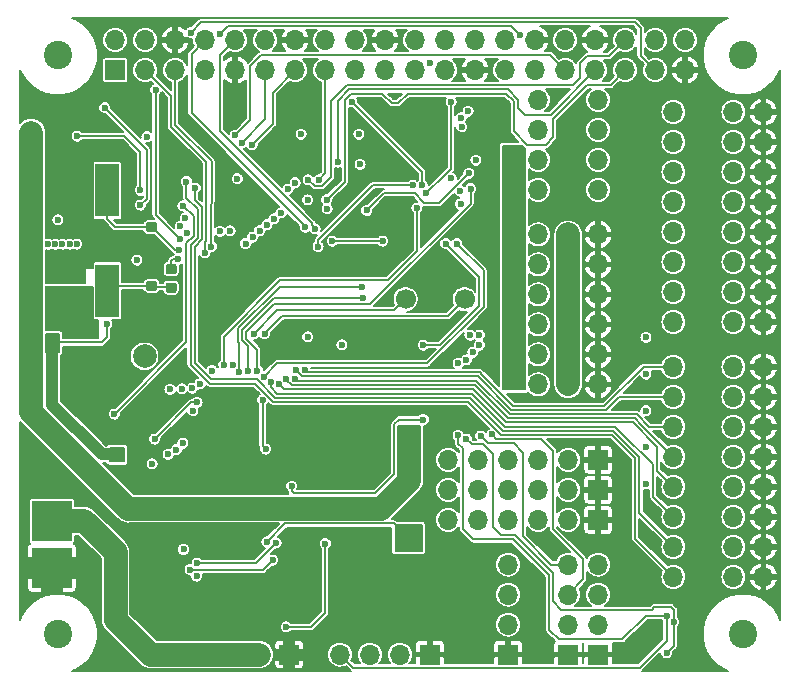
<source format=gbl>
G04 #@! TF.GenerationSoftware,KiCad,Pcbnew,6.0.0-rc1-unknown-ce496ff~66~ubuntu16.04.1*
G04 #@! TF.CreationDate,2018-10-29T22:38:19+01:00*
G04 #@! TF.ProjectId,Hedgehog,4865646765686F672E6B696361645F70,0.4*
G04 #@! TF.SameCoordinates,PX7270e00PY47868c0*
G04 #@! TF.FileFunction,Copper,L4,Bot*
G04 #@! TF.FilePolarity,Positive*
%FSLAX46Y46*%
G04 Gerber Fmt 4.6, Leading zero omitted, Abs format (unit mm)*
G04 Created by KiCad (PCBNEW 6.0.0-rc1-unknown-ce496ff~66~ubuntu16.04.1) date Mon 29 Okt 2018 22:38:19 CET*
%MOMM*%
%LPD*%
G01*
G04 APERTURE LIST*
G04 #@! TA.AperFunction,ViaPad*
%ADD10C,0.500000*%
G04 #@! TD*
G04 #@! TA.AperFunction,Conductor*
%ADD11C,0.100000*%
G04 #@! TD*
G04 #@! TA.AperFunction,Conductor*
%ADD12C,2.410000*%
G04 #@! TD*
G04 #@! TA.AperFunction,ViaPad*
%ADD13C,0.600000*%
G04 #@! TD*
G04 #@! TA.AperFunction,Conductor*
%ADD14R,1.800000X1.800000*%
G04 #@! TD*
G04 #@! TA.AperFunction,ViaPad*
%ADD15C,0.700000*%
G04 #@! TD*
G04 #@! TA.AperFunction,ComponentPad*
%ADD16O,1.700000X1.700000*%
G04 #@! TD*
G04 #@! TA.AperFunction,SMDPad,CuDef*
%ADD17R,2.000000X4.500000*%
G04 #@! TD*
G04 #@! TA.AperFunction,ComponentPad*
%ADD18R,1.700000X1.700000*%
G04 #@! TD*
G04 #@! TA.AperFunction,ComponentPad*
%ADD19C,1.700000*%
G04 #@! TD*
G04 #@! TA.AperFunction,SMDPad,CuDef*
%ADD20C,0.875000*%
G04 #@! TD*
G04 #@! TA.AperFunction,ComponentPad*
%ADD21C,2.000000*%
G04 #@! TD*
G04 #@! TA.AperFunction,BGAPad,CuDef*
%ADD22C,2.400000*%
G04 #@! TD*
G04 #@! TA.AperFunction,ComponentPad*
%ADD23R,3.400000X3.400000*%
G04 #@! TD*
G04 #@! TA.AperFunction,ViaPad*
%ADD24C,0.400000*%
G04 #@! TD*
G04 #@! TA.AperFunction,Conductor*
%ADD25C,2.000000*%
G04 #@! TD*
G04 #@! TA.AperFunction,Conductor*
%ADD26C,0.200000*%
G04 #@! TD*
G04 #@! TA.AperFunction,Conductor*
%ADD27C,1.000000*%
G04 #@! TD*
G04 APERTURE END LIST*
D10*
G04 #@! TO.N,GND*
G04 #@! TO.C,U45*
X40700000Y-7300000D03*
X40700000Y-8800000D03*
X40700000Y-8050000D03*
G04 #@! TD*
G04 #@! TO.N,GND*
G04 #@! TO.C,U44*
X40700000Y-13850000D03*
X40700000Y-15350000D03*
X40700000Y-14600000D03*
G04 #@! TD*
G04 #@! TO.N,GND*
G04 #@! TO.C,U20*
X24300000Y-37700000D03*
X25700000Y-37700000D03*
X24300000Y-38800000D03*
X25700000Y-38800000D03*
X24300000Y-39900000D03*
X25700000Y-39900000D03*
D11*
G36*
X25979506Y-37251204D02*
X26003774Y-37254804D01*
X26027573Y-37260765D01*
X26050672Y-37269030D01*
X26072850Y-37279519D01*
X26093893Y-37292132D01*
X26113599Y-37306747D01*
X26131777Y-37323223D01*
X26148253Y-37341401D01*
X26162868Y-37361107D01*
X26175481Y-37382150D01*
X26185970Y-37404328D01*
X26194235Y-37427427D01*
X26200196Y-37451226D01*
X26203796Y-37475494D01*
X26205000Y-37499998D01*
X26205000Y-40100002D01*
X26203796Y-40124506D01*
X26200196Y-40148774D01*
X26194235Y-40172573D01*
X26185970Y-40195672D01*
X26175481Y-40217850D01*
X26162868Y-40238893D01*
X26148253Y-40258599D01*
X26131777Y-40276777D01*
X26113599Y-40293253D01*
X26093893Y-40307868D01*
X26072850Y-40320481D01*
X26050672Y-40330970D01*
X26027573Y-40339235D01*
X26003774Y-40345196D01*
X25979506Y-40348796D01*
X25955002Y-40350000D01*
X24044998Y-40350000D01*
X24020494Y-40348796D01*
X23996226Y-40345196D01*
X23972427Y-40339235D01*
X23949328Y-40330970D01*
X23927150Y-40320481D01*
X23906107Y-40307868D01*
X23886401Y-40293253D01*
X23868223Y-40276777D01*
X23851747Y-40258599D01*
X23837132Y-40238893D01*
X23824519Y-40217850D01*
X23814030Y-40195672D01*
X23805765Y-40172573D01*
X23799804Y-40148774D01*
X23796204Y-40124506D01*
X23795000Y-40100002D01*
X23795000Y-37499998D01*
X23796204Y-37475494D01*
X23799804Y-37451226D01*
X23805765Y-37427427D01*
X23814030Y-37404328D01*
X23824519Y-37382150D01*
X23837132Y-37361107D01*
X23851747Y-37341401D01*
X23868223Y-37323223D01*
X23886401Y-37306747D01*
X23906107Y-37292132D01*
X23927150Y-37279519D01*
X23949328Y-37269030D01*
X23972427Y-37260765D01*
X23996226Y-37254804D01*
X24020494Y-37251204D01*
X24044998Y-37250000D01*
X25955002Y-37250000D01*
X25979506Y-37251204D01*
X25979506Y-37251204D01*
G37*
D12*
X25000000Y-38800000D03*
G04 #@! TD*
D13*
G04 #@! TO.N,GND*
G04 #@! TO.C,U30*
X4975001Y-27175001D03*
X5975001Y-27175001D03*
X5975001Y-26175001D03*
X4975001Y-26175001D03*
X5475001Y-26675001D03*
D14*
X5475001Y-26675001D03*
G04 #@! TD*
D15*
G04 #@! TO.N,GND*
G04 #@! TO.C,U10*
X23700000Y-48100000D03*
X23700000Y-47300000D03*
X23700000Y-46500000D03*
X24500000Y-48100000D03*
X24500000Y-45700000D03*
X24500000Y-47300000D03*
X23700000Y-45700000D03*
X24500000Y-46500000D03*
G04 #@! TD*
D16*
G04 #@! TO.P,J53,11*
G04 #@! TO.N,GND*
X49250000Y-31380000D03*
G04 #@! TO.P,J53,12*
G04 #@! TO.N,+5V*
X46710000Y-31380000D03*
G04 #@! TO.P,J53,9*
G04 #@! TO.N,GND*
X49250000Y-28840000D03*
G04 #@! TO.P,J53,10*
G04 #@! TO.N,+5V*
X46710000Y-28840000D03*
G04 #@! TO.P,J53,7*
G04 #@! TO.N,GND*
X49250000Y-26300000D03*
G04 #@! TO.P,J53,8*
G04 #@! TO.N,+5V*
X46710000Y-26300000D03*
G04 #@! TO.P,J53,5*
G04 #@! TO.N,GND*
X49250000Y-23760000D03*
G04 #@! TO.P,J53,6*
G04 #@! TO.N,+5V*
X46710000Y-23760000D03*
G04 #@! TO.P,J53,3*
G04 #@! TO.N,GND*
X49250000Y-21220000D03*
G04 #@! TO.P,J53,4*
G04 #@! TO.N,+5V*
X46710000Y-21220000D03*
G04 #@! TO.P,J53,1*
G04 #@! TO.N,GND*
X49250000Y-18680000D03*
G04 #@! TO.P,J53,2*
G04 #@! TO.N,+5V*
X46710000Y-18680000D03*
G04 #@! TD*
G04 #@! TO.P,J52,6*
G04 #@! TO.N,/Logic/SERVO_5*
X44170000Y-31380000D03*
G04 #@! TO.P,J52,5*
G04 #@! TO.N,/Logic/SERVO_4*
X44170000Y-28840000D03*
G04 #@! TO.P,J52,4*
G04 #@! TO.N,/Logic/SERVO_3*
X44170000Y-26300000D03*
G04 #@! TO.P,J52,3*
G04 #@! TO.N,/Logic/SERVO_2*
X44170000Y-23760000D03*
G04 #@! TO.P,J52,2*
G04 #@! TO.N,/Logic/SERVO_1*
X44170000Y-21220000D03*
G04 #@! TO.P,J52,1*
G04 #@! TO.N,/Logic/SERVO_0*
X44170000Y-18680000D03*
G04 #@! TD*
D17*
G04 #@! TO.P,Y40,1*
G04 #@! TO.N,Net-(C45-Pad1)*
X7700000Y-23450000D03*
G04 #@! TO.P,Y40,2*
G04 #@! TO.N,Net-(C46-Pad1)*
X7700000Y-14950000D03*
G04 #@! TD*
D18*
G04 #@! TO.P,J40,1*
G04 #@! TO.N,Net-(J40-Pad1)*
X8370000Y-4770000D03*
D16*
G04 #@! TO.P,J40,2*
G04 #@! TO.N,/Logic/5V_RPi*
X8370000Y-2230000D03*
G04 #@! TO.P,J40,3*
G04 #@! TO.N,/Logic/I2C_EXT_0_SDA*
X10910000Y-4770000D03*
G04 #@! TO.P,J40,4*
G04 #@! TO.N,/Logic/5V_RPi*
X10910000Y-2230000D03*
G04 #@! TO.P,J40,5*
G04 #@! TO.N,/Logic/I2C_EXT_0_SCL*
X13450000Y-4770000D03*
G04 #@! TO.P,J40,6*
G04 #@! TO.N,GND*
X13450000Y-2230000D03*
G04 #@! TO.P,J40,7*
G04 #@! TO.N,Net-(J40-Pad7)*
X15990000Y-4770000D03*
G04 #@! TO.P,J40,8*
G04 #@! TO.N,/Logic/RPi_UART_TxD*
X15990000Y-2230000D03*
G04 #@! TO.P,J40,9*
G04 #@! TO.N,GND*
X18530000Y-4770000D03*
G04 #@! TO.P,J40,10*
G04 #@! TO.N,/Logic/RPi_UART_RxD*
X18530000Y-2230000D03*
G04 #@! TO.P,J40,11*
G04 #@! TO.N,/Logic/STM_NJTRST*
X21070000Y-4770000D03*
G04 #@! TO.P,J40,12*
G04 #@! TO.N,Net-(J40-Pad12)*
X21070000Y-2230000D03*
G04 #@! TO.P,J40,13*
G04 #@! TO.N,/Logic/STM_JTDO_SWO*
X23610000Y-4770000D03*
G04 #@! TO.P,J40,14*
G04 #@! TO.N,GND*
X23610000Y-2230000D03*
G04 #@! TO.P,J40,15*
G04 #@! TO.N,/Logic/STM_JTDI*
X26150000Y-4770000D03*
G04 #@! TO.P,J40,16*
G04 #@! TO.N,/Logic/EN_PWR_IN_RPi*
X26150000Y-2230000D03*
G04 #@! TO.P,J40,17*
G04 #@! TO.N,Net-(J40-Pad17)*
X28690000Y-4770000D03*
G04 #@! TO.P,J40,18*
G04 #@! TO.N,/Logic/EN_Reg_RPi_RPi*
X28690000Y-2230000D03*
G04 #@! TO.P,J40,19*
G04 #@! TO.N,/Logic/SPI_EXT_0_MOSI*
X31230000Y-4770000D03*
G04 #@! TO.P,J40,20*
G04 #@! TO.N,GND*
X31230000Y-2230000D03*
G04 #@! TO.P,J40,21*
G04 #@! TO.N,/Logic/SPI_EXT_0_MISO*
X33770000Y-4770000D03*
G04 #@! TO.P,J40,22*
G04 #@! TO.N,Net-(J40-Pad22)*
X33770000Y-2230000D03*
G04 #@! TO.P,J40,23*
G04 #@! TO.N,/Logic/SPI_EXT_0_SCK*
X36310000Y-4770000D03*
G04 #@! TO.P,J40,24*
G04 #@! TO.N,/Logic/SPI_EXT_0_NSS0*
X36310000Y-2230000D03*
G04 #@! TO.P,J40,25*
G04 #@! TO.N,GND*
X38850000Y-4770000D03*
G04 #@! TO.P,J40,26*
G04 #@! TO.N,/Logic/SPI_EXT_0_NSS1*
X38850000Y-2230000D03*
G04 #@! TO.P,J40,27*
G04 #@! TO.N,Net-(J40-Pad27)*
X41390000Y-4770000D03*
G04 #@! TO.P,J40,28*
G04 #@! TO.N,Net-(J40-Pad28)*
X41390000Y-2230000D03*
G04 #@! TO.P,J40,29*
G04 #@! TO.N,/Logic/STM_NRST_RPi*
X43930000Y-4770000D03*
G04 #@! TO.P,J40,30*
G04 #@! TO.N,GND*
X43930000Y-2230000D03*
G04 #@! TO.P,J40,31*
G04 #@! TO.N,/Logic/STM_BOOT0*
X46470000Y-4770000D03*
G04 #@! TO.P,J40,32*
G04 #@! TO.N,Net-(J40-Pad32)*
X46470000Y-2230000D03*
G04 #@! TO.P,J40,33*
G04 #@! TO.N,/Logic/STM_JTCK_SWCLK*
X49010000Y-4770000D03*
G04 #@! TO.P,J40,34*
G04 #@! TO.N,GND*
X49010000Y-2230000D03*
G04 #@! TO.P,J40,35*
G04 #@! TO.N,/Logic/STM_JTMS_SWDIO*
X51550000Y-4770000D03*
G04 #@! TO.P,J40,36*
G04 #@! TO.N,/Logic/RPi_ACTIVE*
X51550000Y-2230000D03*
G04 #@! TO.P,J40,37*
G04 #@! TO.N,/Logic/STM_NRST_EN_RPi*
X54090000Y-4770000D03*
G04 #@! TO.P,J40,38*
G04 #@! TO.N,/Logic/LED_3*
X54090000Y-2230000D03*
G04 #@! TO.P,J40,39*
G04 #@! TO.N,GND*
X56630000Y-4770000D03*
G04 #@! TO.P,J40,40*
G04 #@! TO.N,/Logic/LED_2*
X56630000Y-2230000D03*
G04 #@! TD*
D19*
G04 #@! TO.P,U46,2*
G04 #@! TO.N,/Logic/SPEAKER_N*
X32950000Y-24150000D03*
G04 #@! TO.P,U46,1*
G04 #@! TO.N,/Logic/SPEAKER_P*
X37950000Y-24150000D03*
G04 #@! TD*
D11*
G04 #@! TO.N,GND*
G04 #@! TO.C,C46*
G36*
X11727691Y-19201053D02*
X11748926Y-19204203D01*
X11769750Y-19209419D01*
X11789962Y-19216651D01*
X11809368Y-19225830D01*
X11827781Y-19236866D01*
X11845024Y-19249654D01*
X11860930Y-19264070D01*
X11875346Y-19279976D01*
X11888134Y-19297219D01*
X11899170Y-19315632D01*
X11908349Y-19335038D01*
X11915581Y-19355250D01*
X11920797Y-19376074D01*
X11923947Y-19397309D01*
X11925000Y-19418750D01*
X11925000Y-19856250D01*
X11923947Y-19877691D01*
X11920797Y-19898926D01*
X11915581Y-19919750D01*
X11908349Y-19939962D01*
X11899170Y-19959368D01*
X11888134Y-19977781D01*
X11875346Y-19995024D01*
X11860930Y-20010930D01*
X11845024Y-20025346D01*
X11827781Y-20038134D01*
X11809368Y-20049170D01*
X11789962Y-20058349D01*
X11769750Y-20065581D01*
X11748926Y-20070797D01*
X11727691Y-20073947D01*
X11706250Y-20075000D01*
X11193750Y-20075000D01*
X11172309Y-20073947D01*
X11151074Y-20070797D01*
X11130250Y-20065581D01*
X11110038Y-20058349D01*
X11090632Y-20049170D01*
X11072219Y-20038134D01*
X11054976Y-20025346D01*
X11039070Y-20010930D01*
X11024654Y-19995024D01*
X11011866Y-19977781D01*
X11000830Y-19959368D01*
X10991651Y-19939962D01*
X10984419Y-19919750D01*
X10979203Y-19898926D01*
X10976053Y-19877691D01*
X10975000Y-19856250D01*
X10975000Y-19418750D01*
X10976053Y-19397309D01*
X10979203Y-19376074D01*
X10984419Y-19355250D01*
X10991651Y-19335038D01*
X11000830Y-19315632D01*
X11011866Y-19297219D01*
X11024654Y-19279976D01*
X11039070Y-19264070D01*
X11054976Y-19249654D01*
X11072219Y-19236866D01*
X11090632Y-19225830D01*
X11110038Y-19216651D01*
X11130250Y-19209419D01*
X11151074Y-19204203D01*
X11172309Y-19201053D01*
X11193750Y-19200000D01*
X11706250Y-19200000D01*
X11727691Y-19201053D01*
X11727691Y-19201053D01*
G37*
D20*
G04 #@! TD*
G04 #@! TO.P,C46,2*
G04 #@! TO.N,GND*
X11450000Y-19637500D03*
D11*
G04 #@! TO.N,Net-(C46-Pad1)*
G04 #@! TO.C,C46*
G36*
X11727691Y-17626053D02*
X11748926Y-17629203D01*
X11769750Y-17634419D01*
X11789962Y-17641651D01*
X11809368Y-17650830D01*
X11827781Y-17661866D01*
X11845024Y-17674654D01*
X11860930Y-17689070D01*
X11875346Y-17704976D01*
X11888134Y-17722219D01*
X11899170Y-17740632D01*
X11908349Y-17760038D01*
X11915581Y-17780250D01*
X11920797Y-17801074D01*
X11923947Y-17822309D01*
X11925000Y-17843750D01*
X11925000Y-18281250D01*
X11923947Y-18302691D01*
X11920797Y-18323926D01*
X11915581Y-18344750D01*
X11908349Y-18364962D01*
X11899170Y-18384368D01*
X11888134Y-18402781D01*
X11875346Y-18420024D01*
X11860930Y-18435930D01*
X11845024Y-18450346D01*
X11827781Y-18463134D01*
X11809368Y-18474170D01*
X11789962Y-18483349D01*
X11769750Y-18490581D01*
X11748926Y-18495797D01*
X11727691Y-18498947D01*
X11706250Y-18500000D01*
X11193750Y-18500000D01*
X11172309Y-18498947D01*
X11151074Y-18495797D01*
X11130250Y-18490581D01*
X11110038Y-18483349D01*
X11090632Y-18474170D01*
X11072219Y-18463134D01*
X11054976Y-18450346D01*
X11039070Y-18435930D01*
X11024654Y-18420024D01*
X11011866Y-18402781D01*
X11000830Y-18384368D01*
X10991651Y-18364962D01*
X10984419Y-18344750D01*
X10979203Y-18323926D01*
X10976053Y-18302691D01*
X10975000Y-18281250D01*
X10975000Y-17843750D01*
X10976053Y-17822309D01*
X10979203Y-17801074D01*
X10984419Y-17780250D01*
X10991651Y-17760038D01*
X11000830Y-17740632D01*
X11011866Y-17722219D01*
X11024654Y-17704976D01*
X11039070Y-17689070D01*
X11054976Y-17674654D01*
X11072219Y-17661866D01*
X11090632Y-17650830D01*
X11110038Y-17641651D01*
X11130250Y-17634419D01*
X11151074Y-17629203D01*
X11172309Y-17626053D01*
X11193750Y-17625000D01*
X11706250Y-17625000D01*
X11727691Y-17626053D01*
X11727691Y-17626053D01*
G37*
D20*
G04 #@! TD*
G04 #@! TO.P,C46,1*
G04 #@! TO.N,Net-(C46-Pad1)*
X11450000Y-18062500D03*
D11*
G04 #@! TO.N,GND*
G04 #@! TO.C,C45*
G36*
X11727691Y-21026053D02*
X11748926Y-21029203D01*
X11769750Y-21034419D01*
X11789962Y-21041651D01*
X11809368Y-21050830D01*
X11827781Y-21061866D01*
X11845024Y-21074654D01*
X11860930Y-21089070D01*
X11875346Y-21104976D01*
X11888134Y-21122219D01*
X11899170Y-21140632D01*
X11908349Y-21160038D01*
X11915581Y-21180250D01*
X11920797Y-21201074D01*
X11923947Y-21222309D01*
X11925000Y-21243750D01*
X11925000Y-21681250D01*
X11923947Y-21702691D01*
X11920797Y-21723926D01*
X11915581Y-21744750D01*
X11908349Y-21764962D01*
X11899170Y-21784368D01*
X11888134Y-21802781D01*
X11875346Y-21820024D01*
X11860930Y-21835930D01*
X11845024Y-21850346D01*
X11827781Y-21863134D01*
X11809368Y-21874170D01*
X11789962Y-21883349D01*
X11769750Y-21890581D01*
X11748926Y-21895797D01*
X11727691Y-21898947D01*
X11706250Y-21900000D01*
X11193750Y-21900000D01*
X11172309Y-21898947D01*
X11151074Y-21895797D01*
X11130250Y-21890581D01*
X11110038Y-21883349D01*
X11090632Y-21874170D01*
X11072219Y-21863134D01*
X11054976Y-21850346D01*
X11039070Y-21835930D01*
X11024654Y-21820024D01*
X11011866Y-21802781D01*
X11000830Y-21784368D01*
X10991651Y-21764962D01*
X10984419Y-21744750D01*
X10979203Y-21723926D01*
X10976053Y-21702691D01*
X10975000Y-21681250D01*
X10975000Y-21243750D01*
X10976053Y-21222309D01*
X10979203Y-21201074D01*
X10984419Y-21180250D01*
X10991651Y-21160038D01*
X11000830Y-21140632D01*
X11011866Y-21122219D01*
X11024654Y-21104976D01*
X11039070Y-21089070D01*
X11054976Y-21074654D01*
X11072219Y-21061866D01*
X11090632Y-21050830D01*
X11110038Y-21041651D01*
X11130250Y-21034419D01*
X11151074Y-21029203D01*
X11172309Y-21026053D01*
X11193750Y-21025000D01*
X11706250Y-21025000D01*
X11727691Y-21026053D01*
X11727691Y-21026053D01*
G37*
D20*
G04 #@! TD*
G04 #@! TO.P,C45,2*
G04 #@! TO.N,GND*
X11450000Y-21462500D03*
D11*
G04 #@! TO.N,Net-(C45-Pad1)*
G04 #@! TO.C,C45*
G36*
X11727691Y-22601053D02*
X11748926Y-22604203D01*
X11769750Y-22609419D01*
X11789962Y-22616651D01*
X11809368Y-22625830D01*
X11827781Y-22636866D01*
X11845024Y-22649654D01*
X11860930Y-22664070D01*
X11875346Y-22679976D01*
X11888134Y-22697219D01*
X11899170Y-22715632D01*
X11908349Y-22735038D01*
X11915581Y-22755250D01*
X11920797Y-22776074D01*
X11923947Y-22797309D01*
X11925000Y-22818750D01*
X11925000Y-23256250D01*
X11923947Y-23277691D01*
X11920797Y-23298926D01*
X11915581Y-23319750D01*
X11908349Y-23339962D01*
X11899170Y-23359368D01*
X11888134Y-23377781D01*
X11875346Y-23395024D01*
X11860930Y-23410930D01*
X11845024Y-23425346D01*
X11827781Y-23438134D01*
X11809368Y-23449170D01*
X11789962Y-23458349D01*
X11769750Y-23465581D01*
X11748926Y-23470797D01*
X11727691Y-23473947D01*
X11706250Y-23475000D01*
X11193750Y-23475000D01*
X11172309Y-23473947D01*
X11151074Y-23470797D01*
X11130250Y-23465581D01*
X11110038Y-23458349D01*
X11090632Y-23449170D01*
X11072219Y-23438134D01*
X11054976Y-23425346D01*
X11039070Y-23410930D01*
X11024654Y-23395024D01*
X11011866Y-23377781D01*
X11000830Y-23359368D01*
X10991651Y-23339962D01*
X10984419Y-23319750D01*
X10979203Y-23298926D01*
X10976053Y-23277691D01*
X10975000Y-23256250D01*
X10975000Y-22818750D01*
X10976053Y-22797309D01*
X10979203Y-22776074D01*
X10984419Y-22755250D01*
X10991651Y-22735038D01*
X11000830Y-22715632D01*
X11011866Y-22697219D01*
X11024654Y-22679976D01*
X11039070Y-22664070D01*
X11054976Y-22649654D01*
X11072219Y-22636866D01*
X11090632Y-22625830D01*
X11110038Y-22616651D01*
X11130250Y-22609419D01*
X11151074Y-22604203D01*
X11172309Y-22601053D01*
X11193750Y-22600000D01*
X11706250Y-22600000D01*
X11727691Y-22601053D01*
X11727691Y-22601053D01*
G37*
D20*
G04 #@! TD*
G04 #@! TO.P,C45,1*
G04 #@! TO.N,Net-(C45-Pad1)*
X11450000Y-23037500D03*
D16*
G04 #@! TO.P,J54,1*
G04 #@! TO.N,Net-(J54-Pad1)*
X44170000Y-7280000D03*
G04 #@! TO.P,J54,2*
G04 #@! TO.N,Net-(J54-Pad2)*
X44170000Y-9820000D03*
G04 #@! TO.P,J54,3*
G04 #@! TO.N,Net-(J54-Pad3)*
X44170000Y-12360000D03*
G04 #@! TO.P,J54,4*
G04 #@! TO.N,Net-(J54-Pad4)*
X44170000Y-14900000D03*
G04 #@! TD*
G04 #@! TO.P,J55,1*
G04 #@! TO.N,Net-(J55-Pad1)*
X49250000Y-7280000D03*
G04 #@! TO.P,J55,2*
G04 #@! TO.N,Net-(J55-Pad2)*
X49250000Y-9820000D03*
G04 #@! TO.P,J55,3*
G04 #@! TO.N,Net-(J55-Pad3)*
X49250000Y-12360000D03*
G04 #@! TO.P,J55,4*
G04 #@! TO.N,Net-(J55-Pad4)*
X49250000Y-14900000D03*
G04 #@! TD*
G04 #@! TO.P,J50,1*
G04 #@! TO.N,GND*
X63240000Y-8320000D03*
G04 #@! TO.P,J50,2*
G04 #@! TO.N,+3V3*
X60700000Y-8320000D03*
G04 #@! TO.P,J50,3*
G04 #@! TO.N,GND*
X63240000Y-10860000D03*
G04 #@! TO.P,J50,4*
G04 #@! TO.N,+3V3*
X60700000Y-10860000D03*
G04 #@! TO.P,J50,5*
G04 #@! TO.N,GND*
X63240000Y-13400000D03*
G04 #@! TO.P,J50,6*
G04 #@! TO.N,+3V3*
X60700000Y-13400000D03*
G04 #@! TO.P,J50,7*
G04 #@! TO.N,GND*
X63240000Y-15940000D03*
G04 #@! TO.P,J50,8*
G04 #@! TO.N,+3V3*
X60700000Y-15940000D03*
G04 #@! TO.P,J50,9*
G04 #@! TO.N,GND*
X63240000Y-18480000D03*
G04 #@! TO.P,J50,10*
G04 #@! TO.N,+3V3*
X60700000Y-18480000D03*
G04 #@! TO.P,J50,11*
G04 #@! TO.N,GND*
X63240000Y-21020000D03*
G04 #@! TO.P,J50,12*
G04 #@! TO.N,+3V3*
X60700000Y-21020000D03*
G04 #@! TO.P,J50,13*
G04 #@! TO.N,GND*
X63240000Y-23560000D03*
G04 #@! TO.P,J50,14*
G04 #@! TO.N,+3V3*
X60700000Y-23560000D03*
G04 #@! TO.P,J50,15*
G04 #@! TO.N,GND*
X63240000Y-26100000D03*
G04 #@! TO.P,J50,16*
G04 #@! TO.N,+3V3*
X60700000Y-26100000D03*
G04 #@! TD*
G04 #@! TO.P,J51,1*
G04 #@! TO.N,GND*
X63240000Y-29890000D03*
G04 #@! TO.P,J51,2*
G04 #@! TO.N,+3V3*
X60700000Y-29890000D03*
G04 #@! TO.P,J51,3*
G04 #@! TO.N,GND*
X63240000Y-32430000D03*
G04 #@! TO.P,J51,4*
G04 #@! TO.N,+3V3*
X60700000Y-32430000D03*
G04 #@! TO.P,J51,5*
G04 #@! TO.N,GND*
X63240000Y-34970000D03*
G04 #@! TO.P,J51,6*
G04 #@! TO.N,+3V3*
X60700000Y-34970000D03*
G04 #@! TO.P,J51,7*
G04 #@! TO.N,GND*
X63240000Y-37510000D03*
G04 #@! TO.P,J51,8*
G04 #@! TO.N,+3V3*
X60700000Y-37510000D03*
G04 #@! TO.P,J51,9*
G04 #@! TO.N,GND*
X63240000Y-40050000D03*
G04 #@! TO.P,J51,10*
G04 #@! TO.N,+3V3*
X60700000Y-40050000D03*
G04 #@! TO.P,J51,11*
G04 #@! TO.N,GND*
X63240000Y-42590000D03*
G04 #@! TO.P,J51,12*
G04 #@! TO.N,+3V3*
X60700000Y-42590000D03*
G04 #@! TO.P,J51,13*
G04 #@! TO.N,GND*
X63240000Y-45130000D03*
G04 #@! TO.P,J51,14*
G04 #@! TO.N,+3V3*
X60700000Y-45130000D03*
G04 #@! TO.P,J51,15*
G04 #@! TO.N,GND*
X63240000Y-47670000D03*
G04 #@! TO.P,J51,16*
G04 #@! TO.N,+3V3*
X60700000Y-47670000D03*
G04 #@! TD*
G04 #@! TO.P,J48,8*
G04 #@! TO.N,/Logic/IO_7*
X55620000Y-26100000D03*
G04 #@! TO.P,J48,7*
G04 #@! TO.N,/Logic/IO_6*
X55620000Y-23560000D03*
G04 #@! TO.P,J48,6*
G04 #@! TO.N,/Logic/IO_5*
X55620000Y-21020000D03*
G04 #@! TO.P,J48,5*
G04 #@! TO.N,/Logic/IO_4*
X55620000Y-18480000D03*
G04 #@! TO.P,J48,4*
G04 #@! TO.N,/Logic/IO_3*
X55620000Y-15940000D03*
G04 #@! TO.P,J48,3*
G04 #@! TO.N,/Logic/IO_2*
X55620000Y-13400000D03*
G04 #@! TO.P,J48,2*
G04 #@! TO.N,/Logic/IO_1*
X55620000Y-10860000D03*
G04 #@! TO.P,J48,1*
G04 #@! TO.N,/Logic/IO_0*
X55620000Y-8320000D03*
G04 #@! TD*
G04 #@! TO.P,J49,8*
G04 #@! TO.N,/Logic/IO_15*
X55620000Y-47670000D03*
G04 #@! TO.P,J49,7*
G04 #@! TO.N,/Logic/IO_14*
X55620000Y-45130000D03*
G04 #@! TO.P,J49,6*
G04 #@! TO.N,/Logic/IO_13*
X55620000Y-42590000D03*
G04 #@! TO.P,J49,5*
G04 #@! TO.N,/Logic/IO_12*
X55620000Y-40050000D03*
G04 #@! TO.P,J49,4*
G04 #@! TO.N,/Logic/IO_11*
X55620000Y-37510000D03*
G04 #@! TO.P,J49,3*
G04 #@! TO.N,/Logic/IO_10*
X55620000Y-34970000D03*
G04 #@! TO.P,J49,2*
G04 #@! TO.N,/Logic/IO_9*
X55620000Y-32430000D03*
G04 #@! TO.P,J49,1*
G04 #@! TO.N,/Logic/IO_8*
X55620000Y-29890000D03*
G04 #@! TD*
D18*
G04 #@! TO.P,J45,1*
G04 #@! TO.N,GND*
X49250000Y-37760000D03*
D16*
G04 #@! TO.P,J45,2*
G04 #@! TO.N,+3V3*
X46710000Y-37760000D03*
G04 #@! TO.P,J45,3*
G04 #@! TO.N,/Logic/SPI_EXT_0_NSS0*
X44170000Y-37760000D03*
G04 #@! TO.P,J45,4*
G04 #@! TO.N,/Logic/SPI_EXT_0_SCK*
X41630000Y-37760000D03*
G04 #@! TO.P,J45,5*
G04 #@! TO.N,/Logic/SPI_EXT_0_MOSI*
X39090000Y-37760000D03*
G04 #@! TO.P,J45,6*
G04 #@! TO.N,/Logic/SPI_EXT_0_MISO*
X36550000Y-37760000D03*
G04 #@! TD*
D18*
G04 #@! TO.P,J46,1*
G04 #@! TO.N,GND*
X49250000Y-40300000D03*
D16*
G04 #@! TO.P,J46,2*
G04 #@! TO.N,+3V3*
X46710000Y-40300000D03*
G04 #@! TO.P,J46,3*
G04 #@! TO.N,/Logic/SPI_EXT_0_NSS1*
X44170000Y-40300000D03*
G04 #@! TO.P,J46,4*
G04 #@! TO.N,/Logic/SPI_EXT_0_SCK*
X41630000Y-40300000D03*
G04 #@! TO.P,J46,5*
G04 #@! TO.N,/Logic/SPI_EXT_0_MOSI*
X39090000Y-40300000D03*
G04 #@! TO.P,J46,6*
G04 #@! TO.N,/Logic/SPI_EXT_0_MISO*
X36550000Y-40300000D03*
G04 #@! TD*
D18*
G04 #@! TO.P,J47,1*
G04 #@! TO.N,GND*
X49250000Y-42840000D03*
D16*
G04 #@! TO.P,J47,2*
G04 #@! TO.N,+3V3*
X46710000Y-42840000D03*
G04 #@! TO.P,J47,3*
G04 #@! TO.N,/Logic/SPI_EXT_1_NSS*
X44170000Y-42840000D03*
G04 #@! TO.P,J47,4*
G04 #@! TO.N,/Logic/SPI_EXT_1_SCK*
X41630000Y-42840000D03*
G04 #@! TO.P,J47,5*
G04 #@! TO.N,/Logic/SPI_EXT_1_MOSI*
X39090000Y-42840000D03*
G04 #@! TO.P,J47,6*
G04 #@! TO.N,/Logic/SPI_EXT_1_MISO*
X36550000Y-42840000D03*
G04 #@! TD*
D18*
G04 #@! TO.P,J42,1*
G04 #@! TO.N,GND*
X49250000Y-54250000D03*
D16*
G04 #@! TO.P,J42,2*
G04 #@! TO.N,+3V3*
X49250000Y-51710000D03*
G04 #@! TO.P,J42,3*
G04 #@! TO.N,/Logic/I2C_EXT_0_SCL*
X49250000Y-49170000D03*
G04 #@! TO.P,J42,4*
G04 #@! TO.N,/Logic/I2C_EXT_0_SDA*
X49250000Y-46630000D03*
G04 #@! TD*
D18*
G04 #@! TO.P,J43,1*
G04 #@! TO.N,GND*
X35000000Y-54250000D03*
D16*
G04 #@! TO.P,J43,2*
G04 #@! TO.N,+3V3*
X32460000Y-54250000D03*
G04 #@! TO.P,J43,3*
G04 #@! TO.N,/Logic/I2C_EXT_0_SCL*
X29920000Y-54250000D03*
G04 #@! TO.P,J43,4*
G04 #@! TO.N,/Logic/I2C_EXT_0_SDA*
X27380000Y-54250000D03*
G04 #@! TD*
D18*
G04 #@! TO.P,J44,1*
G04 #@! TO.N,GND*
X46710000Y-54250000D03*
D16*
G04 #@! TO.P,J44,2*
G04 #@! TO.N,+3V3*
X46710000Y-51710000D03*
G04 #@! TO.P,J44,3*
G04 #@! TO.N,/Logic/I2C_EXT_1_SCL*
X46710000Y-49170000D03*
G04 #@! TO.P,J44,4*
G04 #@! TO.N,/Logic/I2C_EXT_1_SDA*
X46710000Y-46630000D03*
G04 #@! TD*
D18*
G04 #@! TO.P,J41,1*
G04 #@! TO.N,GND*
X41630000Y-54250000D03*
D16*
G04 #@! TO.P,J41,2*
G04 #@! TO.N,+3V3*
X41630000Y-51710000D03*
G04 #@! TO.P,J41,3*
G04 #@! TO.N,/Logic/UART_EXT_1_TxD*
X41630000Y-49170000D03*
G04 #@! TO.P,J41,4*
G04 #@! TO.N,/Logic/UART_EXT_1_RxD*
X41630000Y-46630000D03*
G04 #@! TD*
D18*
G04 #@! TO.P,J2,1*
G04 #@! TO.N,GND*
X23090000Y-54250000D03*
D16*
G04 #@! TO.P,J2,2*
G04 #@! TO.N,Net-(D1-Pad1)*
X20550000Y-54250000D03*
G04 #@! TD*
D11*
G04 #@! TO.N,Net-(C45-Pad1)*
G04 #@! TO.C,R42*
G36*
X13377691Y-22751053D02*
X13398926Y-22754203D01*
X13419750Y-22759419D01*
X13439962Y-22766651D01*
X13459368Y-22775830D01*
X13477781Y-22786866D01*
X13495024Y-22799654D01*
X13510930Y-22814070D01*
X13525346Y-22829976D01*
X13538134Y-22847219D01*
X13549170Y-22865632D01*
X13558349Y-22885038D01*
X13565581Y-22905250D01*
X13570797Y-22926074D01*
X13573947Y-22947309D01*
X13575000Y-22968750D01*
X13575000Y-23406250D01*
X13573947Y-23427691D01*
X13570797Y-23448926D01*
X13565581Y-23469750D01*
X13558349Y-23489962D01*
X13549170Y-23509368D01*
X13538134Y-23527781D01*
X13525346Y-23545024D01*
X13510930Y-23560930D01*
X13495024Y-23575346D01*
X13477781Y-23588134D01*
X13459368Y-23599170D01*
X13439962Y-23608349D01*
X13419750Y-23615581D01*
X13398926Y-23620797D01*
X13377691Y-23623947D01*
X13356250Y-23625000D01*
X12843750Y-23625000D01*
X12822309Y-23623947D01*
X12801074Y-23620797D01*
X12780250Y-23615581D01*
X12760038Y-23608349D01*
X12740632Y-23599170D01*
X12722219Y-23588134D01*
X12704976Y-23575346D01*
X12689070Y-23560930D01*
X12674654Y-23545024D01*
X12661866Y-23527781D01*
X12650830Y-23509368D01*
X12641651Y-23489962D01*
X12634419Y-23469750D01*
X12629203Y-23448926D01*
X12626053Y-23427691D01*
X12625000Y-23406250D01*
X12625000Y-22968750D01*
X12626053Y-22947309D01*
X12629203Y-22926074D01*
X12634419Y-22905250D01*
X12641651Y-22885038D01*
X12650830Y-22865632D01*
X12661866Y-22847219D01*
X12674654Y-22829976D01*
X12689070Y-22814070D01*
X12704976Y-22799654D01*
X12722219Y-22786866D01*
X12740632Y-22775830D01*
X12760038Y-22766651D01*
X12780250Y-22759419D01*
X12801074Y-22754203D01*
X12822309Y-22751053D01*
X12843750Y-22750000D01*
X13356250Y-22750000D01*
X13377691Y-22751053D01*
X13377691Y-22751053D01*
G37*
D20*
G04 #@! TD*
G04 #@! TO.P,R42,2*
G04 #@! TO.N,Net-(C45-Pad1)*
X13100000Y-23187500D03*
D11*
G04 #@! TO.N,Net-(R42-Pad1)*
G04 #@! TO.C,R42*
G36*
X13377691Y-21176053D02*
X13398926Y-21179203D01*
X13419750Y-21184419D01*
X13439962Y-21191651D01*
X13459368Y-21200830D01*
X13477781Y-21211866D01*
X13495024Y-21224654D01*
X13510930Y-21239070D01*
X13525346Y-21254976D01*
X13538134Y-21272219D01*
X13549170Y-21290632D01*
X13558349Y-21310038D01*
X13565581Y-21330250D01*
X13570797Y-21351074D01*
X13573947Y-21372309D01*
X13575000Y-21393750D01*
X13575000Y-21831250D01*
X13573947Y-21852691D01*
X13570797Y-21873926D01*
X13565581Y-21894750D01*
X13558349Y-21914962D01*
X13549170Y-21934368D01*
X13538134Y-21952781D01*
X13525346Y-21970024D01*
X13510930Y-21985930D01*
X13495024Y-22000346D01*
X13477781Y-22013134D01*
X13459368Y-22024170D01*
X13439962Y-22033349D01*
X13419750Y-22040581D01*
X13398926Y-22045797D01*
X13377691Y-22048947D01*
X13356250Y-22050000D01*
X12843750Y-22050000D01*
X12822309Y-22048947D01*
X12801074Y-22045797D01*
X12780250Y-22040581D01*
X12760038Y-22033349D01*
X12740632Y-22024170D01*
X12722219Y-22013134D01*
X12704976Y-22000346D01*
X12689070Y-21985930D01*
X12674654Y-21970024D01*
X12661866Y-21952781D01*
X12650830Y-21934368D01*
X12641651Y-21914962D01*
X12634419Y-21894750D01*
X12629203Y-21873926D01*
X12626053Y-21852691D01*
X12625000Y-21831250D01*
X12625000Y-21393750D01*
X12626053Y-21372309D01*
X12629203Y-21351074D01*
X12634419Y-21330250D01*
X12641651Y-21310038D01*
X12650830Y-21290632D01*
X12661866Y-21272219D01*
X12674654Y-21254976D01*
X12689070Y-21239070D01*
X12704976Y-21224654D01*
X12722219Y-21211866D01*
X12740632Y-21200830D01*
X12760038Y-21191651D01*
X12780250Y-21184419D01*
X12801074Y-21179203D01*
X12822309Y-21176053D01*
X12843750Y-21175000D01*
X13356250Y-21175000D01*
X13377691Y-21176053D01*
X13377691Y-21176053D01*
G37*
D20*
G04 #@! TD*
G04 #@! TO.P,R42,1*
G04 #@! TO.N,Net-(R42-Pad1)*
X13100000Y-21612500D03*
D21*
G04 #@! TO.P,JP1,1*
G04 #@! TO.N,Net-(JP1-Pad1)*
X10850000Y-29000000D03*
G04 #@! TD*
D22*
G04 #@! TO.P,MH3,*
G04 #@! TO.N,*
X3500000Y-52500000D03*
G04 #@! TD*
G04 #@! TO.P,MH4,*
G04 #@! TO.N,*
X61500000Y-52500000D03*
G04 #@! TD*
G04 #@! TO.P,MH2,*
G04 #@! TO.N,*
X61500000Y-3500000D03*
G04 #@! TD*
G04 #@! TO.P,MH1,*
G04 #@! TO.N,*
X3500000Y-3500000D03*
G04 #@! TD*
D23*
G04 #@! TO.P,J1,2*
G04 #@! TO.N,Net-(D1-Pad1)*
X3000000Y-42940000D03*
G04 #@! TO.P,J1,1*
G04 #@! TO.N,GND*
X3000000Y-46900000D03*
G04 #@! TD*
D13*
G04 #@! TO.N,+5V*
X21200000Y-44700000D03*
X41450000Y-30900000D03*
X42500000Y-18800000D03*
X42500000Y-11450000D03*
X42500000Y-12100000D03*
X33500000Y-44100000D03*
X32900000Y-44100000D03*
X32900000Y-44700000D03*
X33500000Y-44700000D03*
X33500000Y-45300000D03*
X32900000Y-45300000D03*
X32300000Y-45300000D03*
X32300000Y-44700000D03*
X32300000Y-44100000D03*
X34100000Y-45300000D03*
X34100000Y-44700000D03*
X34100000Y-44100000D03*
X32300000Y-43500000D03*
X32900000Y-43500000D03*
X33500000Y-43500000D03*
X34100000Y-43500000D03*
X42500000Y-18129999D03*
X42750000Y-30900000D03*
X42100000Y-30900000D03*
X41450000Y-31550000D03*
X42100000Y-31550000D03*
X42750000Y-31550000D03*
X41900000Y-18450000D03*
X41900000Y-11750000D03*
G04 #@! TO.N,GND*
X5250000Y-14200000D03*
D24*
X25000000Y-39450000D03*
X25000000Y-38150000D03*
D13*
X30700000Y-36250000D03*
X31350000Y-36900000D03*
X31350000Y-36250000D03*
X29500000Y-44900000D03*
X30150000Y-44300000D03*
X29500000Y-44300000D03*
X30150000Y-43700000D03*
X29500000Y-43700000D03*
X34600000Y-51950000D03*
X35250000Y-51950000D03*
X35250000Y-51300000D03*
X34600000Y-51300000D03*
X34600000Y-50650000D03*
X35250000Y-50650000D03*
X35250000Y-50000000D03*
X34600000Y-50000000D03*
X30050000Y-10600000D03*
X33500000Y-15750000D03*
X32450000Y-19350000D03*
X33150000Y-28000000D03*
X40050000Y-11950000D03*
X35550000Y-23550000D03*
X39950000Y-18550000D03*
X10750000Y-8950000D03*
X15300000Y-10150000D03*
X10600000Y-17100000D03*
X13050000Y-30200000D03*
X10200000Y-24400000D03*
X33650000Y-10575000D03*
X29951491Y-12826491D03*
X37944910Y-12275000D03*
X29750000Y-28700000D03*
X39950000Y-19200000D03*
X40050000Y-12600000D03*
X32050000Y-7000000D03*
X10600000Y-32500000D03*
X30150000Y-44900000D03*
X18400000Y-32150000D03*
X30150000Y-45500000D03*
X29500000Y-45500000D03*
X28850000Y-45500000D03*
X28200000Y-45500000D03*
X10150000Y-44450000D03*
X11850000Y-45850000D03*
X10150000Y-45150000D03*
X14850000Y-36500000D03*
X16050000Y-36500000D03*
X14850000Y-37150000D03*
X15900000Y-37150000D03*
X12050000Y-37350000D03*
X2700000Y-23300000D03*
X3150000Y-24400000D03*
X3650000Y-23350000D03*
X3650000Y-23950000D03*
X3050000Y-23800000D03*
X2700000Y-21700000D03*
X3650000Y-21700000D03*
X4150000Y-22550000D03*
X9400000Y-16500000D03*
X9350000Y-17400000D03*
X4500000Y-22050000D03*
X4850000Y-22550000D03*
X5250000Y-22050000D03*
X5600000Y-22550000D03*
X30700000Y-36900000D03*
X30700000Y-37550000D03*
X31350000Y-37550000D03*
X23700000Y-44900000D03*
X24500000Y-44900000D03*
X10550000Y-51300000D03*
X13100000Y-51800000D03*
X2650000Y-37800000D03*
X6600000Y-31800000D03*
X17200000Y-44400000D03*
X20050000Y-44400000D03*
X15950000Y-50050000D03*
X15950000Y-48050000D03*
X15900000Y-52100000D03*
X28600000Y-53300000D03*
X24250000Y-19400000D03*
X5600000Y-7850000D03*
X2750000Y-9400000D03*
X2750000Y-13000000D03*
X2800000Y-18200000D03*
X6600000Y-18150000D03*
X12400000Y-12150000D03*
X9750000Y-6800000D03*
X22300000Y-9600000D03*
X31600000Y-24250000D03*
X40450000Y-24500000D03*
X34750000Y-35250000D03*
X35800000Y-29500000D03*
X40550000Y-49900000D03*
X45700000Y-45800000D03*
X50300000Y-45600000D03*
X54550000Y-48700000D03*
X54550000Y-54700000D03*
X45300000Y-6600000D03*
X45350000Y-12950000D03*
X58000000Y-54950000D03*
X56550000Y-46450000D03*
X56550000Y-41350000D03*
X56700000Y-34100000D03*
X56600000Y-28900000D03*
X56450000Y-22200000D03*
X56500000Y-17150000D03*
X56500000Y-12050000D03*
X55250000Y-9600000D03*
X35550000Y-16750000D03*
X15350000Y-35250000D03*
X37100000Y-41550000D03*
X14700000Y-35250000D03*
X16000000Y-35250000D03*
X15450000Y-36700000D03*
G04 #@! TO.N,+3V3*
X29100000Y-12750000D03*
X10200000Y-20850000D03*
X27564551Y-28025010D03*
X37601859Y-16099196D03*
X37700000Y-9550000D03*
X16550000Y-30200000D03*
X11050000Y-10400000D03*
X2700000Y-19500000D03*
X3300000Y-19500000D03*
X3900000Y-19500000D03*
X4500000Y-19500000D03*
X5100000Y-19500000D03*
X3500000Y-17450000D03*
G04 #@! TO.N,/PWR_BUTTON_STATE*
X11700000Y-36000000D03*
X18861882Y-30325500D03*
X29250000Y-23100000D03*
X15300000Y-32900000D03*
G04 #@! TO.N,/POWER_IN_SENSE*
X8300000Y-33900000D03*
X14100000Y-16250000D03*
G04 #@! TO.N,Net-(D2-Pad2)*
X14150000Y-45350000D03*
X11500000Y-38100000D03*
G04 #@! TO.N,/Reg_3V3/VIN*
X3150000Y-27400000D03*
X3150000Y-28200000D03*
X8200000Y-37000000D03*
X8850000Y-37000000D03*
X8200000Y-37650000D03*
X8850000Y-37650000D03*
X7658845Y-26279819D03*
X2700000Y-27800000D03*
G04 #@! TO.N,/EN_Reg_MS*
X29350000Y-24050000D03*
X14700000Y-47050000D03*
X21700000Y-46250000D03*
X19601894Y-30203436D03*
X14900000Y-31700000D03*
X12850000Y-37300000D03*
G04 #@! TO.N,Net-(R42-Pad1)*
X13699733Y-20761522D03*
G04 #@! TO.N,/EN_Reg_RPi*
X34450000Y-28050000D03*
X36350000Y-19450000D03*
X34450000Y-34350000D03*
X23300000Y-40000000D03*
G04 #@! TO.N,Net-(C46-Pad1)*
X13751838Y-20013322D03*
G04 #@! TO.N,/EN_PWR_IN*
X20926466Y-30734182D03*
X13000000Y-31800000D03*
X37274998Y-19450000D03*
G04 #@! TO.N,/PG_Reg_MS*
X15300000Y-46500000D03*
X22000000Y-44800000D03*
X15550000Y-31300000D03*
X18300000Y-29750000D03*
X13550000Y-36900000D03*
G04 #@! TO.N,Net-(JP1-Pad1)*
X17550000Y-29750000D03*
X14000000Y-31750000D03*
X33900000Y-16450000D03*
G04 #@! TO.N,Net-(Q10-Pad1)*
X22850000Y-51900000D03*
X26150000Y-44850000D03*
G04 #@! TO.N,/Logic/5V_RPi*
X33550000Y-37000000D03*
X33550000Y-35800000D03*
X33550000Y-36400000D03*
X33550000Y-35200000D03*
X33550000Y-37600000D03*
X1250000Y-12000000D03*
X1250000Y-11350000D03*
X1249996Y-10700000D03*
X1250000Y-10050000D03*
X1250000Y-12650000D03*
G04 #@! TO.N,/Logic/MOTOR_01*
X14300000Y-17300000D03*
X37642478Y-8802207D03*
G04 #@! TO.N,/Logic/MOTOR_0_B*
X35050000Y-4150000D03*
X24100000Y-10200000D03*
G04 #@! TO.N,/Logic/MOTOR_1_A*
X38250000Y-8250000D03*
X29000000Y-10200000D03*
G04 #@! TO.N,/Logic/MOTOR_23*
X18700000Y-13950000D03*
X37567618Y-15017618D03*
G04 #@! TO.N,/Logic/MOTOR_2_A*
X38300000Y-13500000D03*
X29650000Y-16650000D03*
G04 #@! TO.N,/Logic/MOTOR_2_B*
X13892528Y-18000000D03*
X38900000Y-12400000D03*
G04 #@! TO.N,/Logic/MOTOR_3_A*
X20400000Y-30200000D03*
X38450000Y-14800000D03*
G04 #@! TO.N,/Logic/MOTOR_3_B*
X36800000Y-13900000D03*
X14450000Y-18550000D03*
G04 #@! TO.N,/Logic/I2C_EXT_0_SDA*
X37400000Y-35700000D03*
X37400000Y-29600000D03*
X55050000Y-50950000D03*
X15950000Y-20250000D03*
G04 #@! TO.N,/Logic/I2C_EXT_0_SCL*
X55650000Y-51500000D03*
X38100000Y-36000000D03*
X38100000Y-29300000D03*
X55050000Y-54100000D03*
X16500000Y-19700000D03*
G04 #@! TO.N,/Logic/RPi_UART_TxD*
X24450000Y-18050000D03*
G04 #@! TO.N,/Logic/RPi_UART_RxD*
X25300000Y-18200000D03*
G04 #@! TO.N,/Logic/STM_NJTRST*
X19100000Y-10900000D03*
G04 #@! TO.N,/Logic/STM_JTDO_SWO*
X19950000Y-11100000D03*
G04 #@! TO.N,/Logic/STM_JTDI*
X25600000Y-14050000D03*
G04 #@! TO.N,/Logic/EN_PWR_IN_RPi*
X28400000Y-7450000D03*
X34350000Y-14500000D03*
G04 #@! TO.N,/Logic/EN_Reg_RPi_RPi*
X34700000Y-15200000D03*
X36800000Y-7450000D03*
G04 #@! TO.N,/Logic/SPI_EXT_0_MOSI*
X53300000Y-27400000D03*
G04 #@! TO.N,/Logic/SPI_EXT_0_MISO*
X53300000Y-30500000D03*
G04 #@! TO.N,/Logic/SPI_EXT_0_SCK*
X53300000Y-33600000D03*
G04 #@! TO.N,/Logic/SPI_EXT_0_NSS0*
X53300000Y-39800000D03*
G04 #@! TO.N,/Logic/SPI_EXT_0_NSS1*
X53300000Y-36700000D03*
G04 #@! TO.N,/Logic/STM_NRST_RPi*
X42650000Y-1800000D03*
X17250000Y-1700000D03*
G04 #@! TO.N,/Logic/STM_BOOT0*
X18500000Y-10300000D03*
G04 #@! TO.N,/Logic/STM_JTCK_SWCLK*
X27200000Y-12550000D03*
G04 #@! TO.N,/Logic/STM_JTMS_SWDIO*
X26273398Y-15726766D03*
G04 #@! TO.N,/Logic/RPi_ACTIVE*
X24700000Y-14050000D03*
G04 #@! TO.N,/Logic/STM_NRST_EN_RPi*
X14750000Y-1600000D03*
G04 #@! TO.N,/Logic/IO_7*
X19400000Y-19450000D03*
G04 #@! TO.N,/Logic/IO_6*
X20000000Y-18900000D03*
G04 #@! TO.N,/Logic/IO_5*
X20600000Y-18350000D03*
G04 #@! TO.N,/Logic/IO_4*
X21200000Y-17850000D03*
G04 #@! TO.N,/Logic/IO_3*
X21800000Y-17350000D03*
G04 #@! TO.N,/Logic/IO_2*
X22400000Y-16850000D03*
G04 #@! TO.N,/Logic/IO_1*
X23000000Y-14850000D03*
G04 #@! TO.N,/Logic/IO_0*
X23600000Y-14300000D03*
G04 #@! TO.N,/Logic/IO_8*
X24450000Y-30150000D03*
G04 #@! TO.N,/Logic/IO_9*
X23654795Y-30147512D03*
G04 #@! TO.N,/Logic/IO_10*
X23608757Y-30896109D03*
G04 #@! TO.N,/Logic/IO_11*
X22860922Y-30953211D03*
G04 #@! TO.N,/Logic/IO_12*
X22244541Y-31380520D03*
G04 #@! TO.N,/Logic/IO_13*
X21517654Y-31195717D03*
G04 #@! TO.N,/Logic/IO_14*
X15150000Y-14750000D03*
G04 #@! TO.N,/Logic/IO_15*
X14400000Y-14200000D03*
G04 #@! TO.N,/Logic/UART_EXT_1_RxD*
X39200000Y-27200000D03*
X26300000Y-16500000D03*
G04 #@! TO.N,/Logic/UART_EXT_1_TxD*
X38400000Y-27200000D03*
X24650000Y-15750000D03*
G04 #@! TO.N,/Logic/I2C_EXT_1_SCL*
X40233295Y-35616705D03*
X39200000Y-28050000D03*
X18100000Y-18375002D03*
G04 #@! TO.N,/Logic/I2C_EXT_1_SDA*
X39300000Y-35750000D03*
X38650000Y-28650000D03*
X17225001Y-18425000D03*
G04 #@! TO.N,/Logic/IMU_INT*
X10500000Y-14950000D03*
X5150000Y-10350000D03*
G04 #@! TO.N,/Logic/IMU_MISO*
X7475000Y-7950000D03*
X10500000Y-16200000D03*
G04 #@! TO.N,/Logic/STM_NRST*
X13850000Y-19100000D03*
X11786084Y-6463916D03*
G04 #@! TO.N,/Logic/SPEAKER_N*
X20100000Y-27100000D03*
G04 #@! TO.N,/Logic/SPEAKER_P*
X21008617Y-27083047D03*
G04 #@! TO.N,/Logic/LED_POWER*
X24665280Y-27359938D03*
X15250000Y-47600000D03*
X14100000Y-36350000D03*
X14950000Y-33600000D03*
G04 #@! TO.N,/Logic/EN_Reg_RPi_STM*
X31000000Y-19243932D03*
X26750000Y-19250000D03*
G04 #@! TO.N,/Logic/EN_PWR_IN_STM*
X33550000Y-14500000D03*
X25550000Y-19700000D03*
G04 #@! TO.N,Net-(C25-Pad2)*
X21100000Y-36850000D03*
X20846103Y-32716224D03*
G04 #@! TD*
D25*
G04 #@! TO.N,+5V*
X46710000Y-31380000D02*
X46710000Y-18680000D01*
D26*
X22750000Y-43150000D02*
X21200000Y-44700000D01*
X31950000Y-43150000D02*
X22750000Y-43150000D01*
X32300000Y-43500000D02*
X31950000Y-43150000D01*
G04 #@! TO.N,/PWR_BUTTON_STATE*
X18861882Y-30325500D02*
X18861882Y-27901858D01*
X18861882Y-27901858D02*
X18749980Y-27789956D01*
X18749980Y-27789956D02*
X18749980Y-26641030D01*
X18749980Y-26641030D02*
X22291010Y-23100000D01*
X22291010Y-23100000D02*
X29250000Y-23100000D01*
X15300000Y-32900000D02*
X14800000Y-32900000D01*
X14800000Y-32900000D02*
X11700000Y-36000000D01*
G04 #@! TO.N,/POWER_IN_SENSE*
X14399980Y-27800000D02*
X14399980Y-19414022D01*
X8300000Y-33900000D02*
X8599999Y-33600001D01*
X8599999Y-33600001D02*
X8599999Y-33599981D01*
X8599999Y-33599981D02*
X14399980Y-27800000D01*
X15000001Y-18814001D02*
X15000001Y-17150001D01*
X14399980Y-19414022D02*
X15000001Y-18814001D01*
X15000001Y-17150001D02*
X14100000Y-16250000D01*
D25*
G04 #@! TO.N,Net-(D1-Pad1)*
X5750000Y-42940000D02*
X3000000Y-42940000D01*
X8400000Y-45590000D02*
X5750000Y-42940000D01*
X8400000Y-51296002D02*
X8400000Y-45590000D01*
X11353998Y-54250000D02*
X8400000Y-51296002D01*
X20550000Y-54250000D02*
X11353998Y-54250000D01*
D27*
G04 #@! TO.N,/Reg_3V3/VIN*
X7250000Y-37300000D02*
X8000000Y-37300000D01*
X3050000Y-33100000D02*
X7250000Y-37300000D01*
X3050000Y-27800000D02*
X3050000Y-33100000D01*
D26*
X7658845Y-26279819D02*
X7658845Y-27391155D01*
X7224998Y-27825002D02*
X3075002Y-27825002D01*
X3075002Y-27825002D02*
X3050000Y-27800000D01*
X7658845Y-27391155D02*
X7224998Y-27825002D01*
G04 #@! TO.N,/EN_Reg_MS*
X19601894Y-30203436D02*
X19601894Y-28146882D01*
X19601894Y-28146882D02*
X19099990Y-27644978D01*
X19099990Y-27644978D02*
X19099990Y-26786008D01*
X19099990Y-26786008D02*
X21835998Y-24050000D01*
X21835998Y-24050000D02*
X29350000Y-24050000D01*
X20900000Y-47050000D02*
X21700000Y-46250000D01*
X14700000Y-47050000D02*
X20900000Y-47050000D01*
G04 #@! TO.N,Net-(R42-Pad1)*
X13100000Y-21650000D02*
X13100000Y-21361255D01*
X13275469Y-20761522D02*
X13100000Y-20936991D01*
X13699733Y-20761522D02*
X13275469Y-20761522D01*
X13100000Y-20936991D02*
X13100000Y-21612500D01*
G04 #@! TO.N,/EN_Reg_RPi*
X39200000Y-24700000D02*
X35850000Y-28050000D01*
X39200000Y-22300000D02*
X39200000Y-24700000D01*
X36350000Y-19450000D02*
X39200000Y-22300000D01*
X35850000Y-28050000D02*
X34600000Y-28050000D01*
X32400000Y-34350000D02*
X34450000Y-34350000D01*
X32000000Y-34750000D02*
X32400000Y-34350000D01*
X32000000Y-39000000D02*
X32000000Y-34750000D01*
X23300000Y-40000000D02*
X23300000Y-40424264D01*
X23300000Y-40424264D02*
X23475746Y-40600010D01*
X23475746Y-40600010D02*
X30399990Y-40600010D01*
X30399990Y-40600010D02*
X32000000Y-39000000D01*
X34450000Y-28050000D02*
X34874264Y-28050000D01*
G04 #@! TO.N,Net-(C46-Pad1)*
X7700000Y-17400000D02*
X7700000Y-14950000D01*
X8362500Y-18062500D02*
X7700000Y-17400000D01*
X11450000Y-18062500D02*
X8362500Y-18062500D01*
X13400822Y-20013322D02*
X13751838Y-20013322D01*
X11450000Y-18062500D02*
X13400822Y-20013322D01*
G04 #@! TO.N,Net-(C45-Pad1)*
X13100000Y-23150000D02*
X11600000Y-23150000D01*
X11600000Y-23150000D02*
X11450000Y-23000000D01*
X8112500Y-23037500D02*
X7700000Y-23450000D01*
X11450000Y-23037500D02*
X8112500Y-23037500D01*
G04 #@! TO.N,/EN_PWR_IN*
X37274998Y-19450000D02*
X39550010Y-21725012D01*
X34797477Y-29597511D02*
X22063137Y-29597511D01*
X22063137Y-29597511D02*
X20926466Y-30734182D01*
X39550010Y-21725012D02*
X39550010Y-24844978D01*
X39550010Y-24844978D02*
X34797477Y-29597511D01*
G04 #@! TO.N,/PG_Reg_MS*
X15300000Y-46500000D02*
X20300000Y-46500000D01*
X20300000Y-46500000D02*
X22000000Y-44800000D01*
G04 #@! TO.N,Net-(JP1-Pad1)*
X33900000Y-20100000D02*
X31450000Y-22550000D01*
X33900000Y-16450000D02*
X33900000Y-20100000D01*
X31450000Y-22550000D02*
X22346022Y-22550000D01*
X17550000Y-27346022D02*
X17550000Y-29750000D01*
X22346022Y-22550000D02*
X17550000Y-27346022D01*
G04 #@! TO.N,Net-(Q10-Pad1)*
X26050000Y-50800000D02*
X24950000Y-51900000D01*
X24950000Y-51900000D02*
X22850000Y-51900000D01*
X26150000Y-50700000D02*
X26050000Y-50800000D01*
X26150000Y-44850000D02*
X26150000Y-50700000D01*
D25*
G04 #@! TO.N,/Logic/5V_RPi*
X1250000Y-12000000D02*
X1250000Y-12650000D01*
X1250000Y-10050000D02*
X1250000Y-10699996D01*
X1250000Y-11350000D02*
X1250000Y-12000000D01*
X1249996Y-10700000D02*
X1249996Y-11349996D01*
X1249996Y-11349996D02*
X1250000Y-11350000D01*
X33250000Y-39550000D02*
X33250000Y-35900000D01*
X30900010Y-41899990D02*
X33250000Y-39550000D01*
X22232229Y-41899990D02*
X30900010Y-41899990D01*
X1250000Y-12650000D02*
X1250000Y-33700000D01*
X1250000Y-33700000D02*
X9450001Y-41900001D01*
X9450001Y-41900001D02*
X22232218Y-41900001D01*
X22232218Y-41900001D02*
X22232229Y-41899990D01*
D26*
G04 #@! TO.N,/Logic/MOTOR_2_A*
X31100001Y-15199999D02*
X29650000Y-16650000D01*
X33750000Y-15199999D02*
X31100001Y-15199999D01*
X38300000Y-13500000D02*
X38300000Y-13507417D01*
X38300000Y-13507417D02*
X35807418Y-15999999D01*
X35807418Y-15999999D02*
X34550000Y-15999999D01*
X34550000Y-15999999D02*
X33750000Y-15199999D01*
G04 #@! TO.N,/Logic/MOTOR_3_A*
X20400000Y-30200000D02*
X20400000Y-28450000D01*
X20400000Y-28450000D02*
X19450000Y-27500000D01*
X19450000Y-26935998D02*
X21785997Y-24600001D01*
X19450000Y-27500000D02*
X19450000Y-26935998D01*
X21785997Y-24600001D02*
X29915056Y-24600001D01*
X29915056Y-24600001D02*
X38450000Y-16065057D01*
X38450000Y-16065057D02*
X38450000Y-15900000D01*
X38450000Y-15900000D02*
X38450000Y-14800000D01*
G04 #@! TO.N,/Logic/I2C_EXT_0_SDA*
X10910000Y-4770000D02*
X13099990Y-6959990D01*
X13099990Y-6959990D02*
X13099990Y-9574990D01*
X13099990Y-9574990D02*
X16050031Y-12525031D01*
X16050031Y-19248935D02*
X15950000Y-19348966D01*
X16050031Y-12525031D02*
X16050031Y-19248935D01*
X15950000Y-19348966D02*
X15950000Y-20250000D01*
X37400000Y-36400000D02*
X37400000Y-35700000D01*
X53300000Y-50950000D02*
X51300000Y-52950000D01*
X45100000Y-52150000D02*
X45100000Y-47550000D01*
X38650009Y-44500009D02*
X37800000Y-43650000D01*
X51300000Y-52950000D02*
X45900000Y-52950000D01*
X45100000Y-47550000D02*
X42050009Y-44500009D01*
X55050000Y-50950000D02*
X53300000Y-50950000D01*
X37800000Y-43650000D02*
X37800000Y-36800000D01*
X45900000Y-52950000D02*
X45100000Y-52150000D01*
X42050009Y-44500009D02*
X38650009Y-44500009D01*
X37800000Y-36800000D02*
X37400000Y-36400000D01*
X55050000Y-53100000D02*
X55050000Y-50950000D01*
X52799999Y-55350001D02*
X55050000Y-53100000D01*
X28480001Y-55350001D02*
X52799999Y-55350001D01*
X27380000Y-54250000D02*
X28480001Y-55350001D01*
G04 #@! TO.N,/Logic/I2C_EXT_0_SCL*
X13450000Y-4770000D02*
X13450000Y-9425000D01*
X13450000Y-9425000D02*
X16525000Y-12500000D01*
X16525000Y-12500000D02*
X16500000Y-19700000D01*
X55650000Y-50450000D02*
X55650000Y-53500000D01*
X55450000Y-50250000D02*
X55650000Y-50450000D01*
X38100000Y-36000000D02*
X38550000Y-36450000D01*
X38550000Y-36450000D02*
X39505012Y-36450000D01*
X46150000Y-50450000D02*
X53800000Y-50450000D01*
X39505012Y-36450000D02*
X40350000Y-37294988D01*
X55650000Y-53500000D02*
X55050000Y-54100000D01*
X53800000Y-50450000D02*
X54000000Y-50250000D01*
X54000000Y-50250000D02*
X55450000Y-50250000D01*
X41049999Y-44149999D02*
X42249999Y-44149999D01*
X40750000Y-43850000D02*
X41049999Y-44149999D01*
X45450000Y-49750000D02*
X46150000Y-50450000D01*
X45450000Y-47350000D02*
X45450000Y-49750000D01*
X42249999Y-44149999D02*
X45450000Y-47350000D01*
X40350000Y-43450000D02*
X40350000Y-43300000D01*
X40750000Y-43850000D02*
X40350000Y-43450000D01*
X40350000Y-37294988D02*
X40350000Y-43300000D01*
G04 #@! TO.N,/Logic/RPi_UART_TxD*
X24150001Y-17750001D02*
X24450000Y-18050000D01*
X14825011Y-8425011D02*
X24150001Y-17750001D01*
X14825011Y-3394989D02*
X14825011Y-8425011D01*
X15990000Y-2230000D02*
X14825011Y-3394989D01*
G04 #@! TO.N,/Logic/RPi_UART_RxD*
X25300000Y-18200000D02*
X25000001Y-17900001D01*
X25000001Y-17900001D02*
X25000001Y-17674266D01*
X25000001Y-17674266D02*
X17250000Y-9924265D01*
X17250000Y-9924265D02*
X17250000Y-3510000D01*
X17250000Y-3510000D02*
X18530000Y-2230000D01*
G04 #@! TO.N,/Logic/STM_NJTRST*
X21070000Y-8930000D02*
X19100000Y-10900000D01*
X21070000Y-4770000D02*
X21070000Y-8930000D01*
G04 #@! TO.N,/Logic/STM_JTDO_SWO*
X23610000Y-4770000D02*
X21700000Y-6680000D01*
X21700000Y-6680000D02*
X21700000Y-9350000D01*
X19950000Y-11100000D02*
X21700000Y-9350000D01*
G04 #@! TO.N,/Logic/STM_JTDI*
X26150000Y-4770000D02*
X26150000Y-13500000D01*
X26150000Y-13500000D02*
X25600000Y-14050000D01*
G04 #@! TO.N,/Logic/EN_PWR_IN_RPi*
X28400000Y-7450000D02*
X34350000Y-13400000D01*
X34350000Y-13400000D02*
X34350000Y-14500000D01*
G04 #@! TO.N,/Logic/EN_Reg_RPi_RPi*
X36800000Y-7450000D02*
X36800000Y-13100000D01*
X34700000Y-15200000D02*
X36260202Y-13639798D01*
X36260202Y-13639798D02*
X36800000Y-13100000D01*
G04 #@! TO.N,/Logic/STM_NRST_RPi*
X41900000Y-1050000D02*
X41950000Y-1100000D01*
X17900000Y-1050000D02*
X41900000Y-1050000D01*
X17250000Y-1700000D02*
X17900000Y-1050000D01*
X41950000Y-1100000D02*
X42650000Y-1800000D01*
G04 #@! TO.N,/Logic/STM_BOOT0*
X46470000Y-4770000D02*
X45200000Y-3500000D01*
X45200000Y-3500000D02*
X20711998Y-3500000D01*
X20711998Y-3500000D02*
X19800000Y-4411998D01*
X19800000Y-9000000D02*
X18500000Y-10300000D01*
X19800000Y-4411998D02*
X19800000Y-9000000D01*
G04 #@! TO.N,/Logic/STM_JTCK_SWCLK*
X45230000Y-8550000D02*
X49010000Y-4770000D01*
X43050000Y-8550000D02*
X45230000Y-8550000D01*
X42450010Y-7950010D02*
X43050000Y-8550000D01*
X42450010Y-7255022D02*
X42450010Y-7950010D01*
X27200000Y-12550000D02*
X27200010Y-7358980D01*
X27200010Y-7358980D02*
X28158980Y-6400010D01*
X28158980Y-6400010D02*
X41594998Y-6400010D01*
X41594998Y-6400010D02*
X42450010Y-7255022D01*
G04 #@! TO.N,/Logic/STM_JTMS_SWDIO*
X48350000Y-6000000D02*
X50320000Y-6000000D01*
X45450000Y-10450000D02*
X45450000Y-8900000D01*
X43250000Y-11100000D02*
X44800000Y-11100000D01*
X42100000Y-9950000D02*
X43250000Y-11100000D01*
X26273398Y-15726766D02*
X27800000Y-14200164D01*
X27800000Y-14200164D02*
X27800000Y-7253978D01*
X27800000Y-7253978D02*
X28303958Y-6750020D01*
X28303958Y-6750020D02*
X30986018Y-6750020D01*
X33113982Y-6750020D02*
X41450020Y-6750020D01*
X32314001Y-7550001D02*
X33113982Y-6750020D01*
X31785999Y-7550001D02*
X32314001Y-7550001D01*
X45450000Y-8900000D02*
X48350000Y-6000000D01*
X44800000Y-11100000D02*
X45450000Y-10450000D01*
X41450020Y-6750020D02*
X42100000Y-7400000D01*
X50320000Y-6000000D02*
X51550000Y-4770000D01*
X30986018Y-6750020D02*
X31785999Y-7550001D01*
X42100000Y-7400000D02*
X42100000Y-9950000D01*
G04 #@! TO.N,/Logic/RPi_ACTIVE*
X47150000Y-6050000D02*
X46050000Y-6050000D01*
X51550000Y-2230000D02*
X50180000Y-3600000D01*
X46050000Y-6050000D02*
X45750000Y-6050000D01*
X47750000Y-4150000D02*
X47750000Y-5450000D01*
X47750000Y-5450000D02*
X47150000Y-6050000D01*
X46050000Y-6050000D02*
X28014002Y-6050000D01*
X48300000Y-3600000D02*
X47750000Y-4150000D01*
X50180000Y-3600000D02*
X48300000Y-3600000D01*
X28014002Y-6050000D02*
X26650009Y-7413993D01*
X26650009Y-7413993D02*
X26650009Y-13813993D01*
X26650009Y-13813993D02*
X25864001Y-14600001D01*
X25864001Y-14600001D02*
X25250001Y-14600001D01*
X25250001Y-14600001D02*
X24700000Y-14050000D01*
G04 #@! TO.N,/Logic/STM_NRST_EN_RPi*
X14750000Y-1600000D02*
X15650000Y-700000D01*
X52850000Y-1200000D02*
X52850000Y-3530000D01*
X52850000Y-3530000D02*
X54090000Y-4770000D01*
X15650000Y-700000D02*
X52350000Y-700000D01*
X52350000Y-700000D02*
X52850000Y-1200000D01*
G04 #@! TO.N,/Logic/IO_8*
X42059234Y-33199910D02*
X49786088Y-33199910D01*
X49786088Y-33199910D02*
X53095998Y-29890000D01*
X53095998Y-29890000D02*
X55620000Y-29890000D01*
X39459324Y-30600000D02*
X42059234Y-33199910D01*
X24649991Y-30349991D02*
X24450000Y-30150000D01*
X39209315Y-30349991D02*
X24649991Y-30349991D01*
X39459324Y-30600000D02*
X39209315Y-30349991D01*
G04 #@! TO.N,/Logic/IO_9*
X23654795Y-30147512D02*
X24207284Y-30700001D01*
X49950000Y-33530986D02*
X51050986Y-32430000D01*
X24207284Y-30700001D02*
X39064337Y-30700001D01*
X39064337Y-30700001D02*
X41914256Y-33549920D01*
X41914256Y-33549920D02*
X49950000Y-33549920D01*
X49950000Y-33549920D02*
X49950000Y-33530986D01*
X51050986Y-32430000D02*
X55620000Y-32430000D01*
G04 #@! TO.N,/Logic/IO_10*
X53639970Y-34970000D02*
X55620000Y-34970000D01*
X23750011Y-31050011D02*
X38919359Y-31050011D01*
X52504918Y-33899930D02*
X53574988Y-34970000D01*
X41769278Y-33899930D02*
X52504918Y-33899930D01*
X23608757Y-30896109D02*
X23608757Y-30908757D01*
X38919359Y-31050011D02*
X41769278Y-33899930D01*
X53574988Y-34970000D02*
X53639970Y-34970000D01*
X23608757Y-30908757D02*
X23750011Y-31050011D01*
G04 #@! TO.N,/Logic/IO_11*
X22860922Y-30953211D02*
X22860922Y-31017952D01*
X23292970Y-31450000D02*
X38824360Y-31450000D01*
X22860922Y-31017952D02*
X23292970Y-31450000D01*
X38824360Y-31450000D02*
X41624300Y-34249940D01*
X41624300Y-34249940D02*
X52359940Y-34249940D01*
X52359940Y-34249940D02*
X52890040Y-34780040D01*
X52890040Y-34780040D02*
X55620000Y-37510000D01*
G04 #@! TO.N,/Logic/IO_12*
X22244541Y-31380520D02*
X22664031Y-31800010D01*
X22664031Y-31800010D02*
X38679382Y-31800010D01*
X38679382Y-31800010D02*
X41479322Y-34599950D01*
X41479322Y-34599950D02*
X52214962Y-34599950D01*
X52214962Y-34599950D02*
X54250000Y-36634988D01*
X54250000Y-36634988D02*
X54250000Y-38680000D01*
X54250000Y-38680000D02*
X55620000Y-40050000D01*
G04 #@! TO.N,/Logic/IO_13*
X21517654Y-31195717D02*
X21517654Y-31619981D01*
X21517654Y-31619981D02*
X22047693Y-32150020D01*
X22047693Y-32150020D02*
X38534404Y-32150020D01*
X38534404Y-32150020D02*
X41334344Y-34949960D01*
X41334344Y-34949960D02*
X50694948Y-34949960D01*
X50694948Y-34949960D02*
X51194988Y-35450000D01*
X51200000Y-35450000D02*
X53899990Y-38149990D01*
X53899990Y-40869990D02*
X55620000Y-42590000D01*
X51194988Y-35450000D02*
X51200000Y-35450000D01*
X53899990Y-38149990D02*
X53899990Y-40869990D01*
G04 #@! TO.N,/Logic/IO_14*
X16285999Y-30750001D02*
X16300001Y-30750001D01*
X16300001Y-30750001D02*
X16499970Y-30949970D01*
X15700021Y-19103957D02*
X15100000Y-19703978D01*
X41189366Y-35299970D02*
X50549970Y-35299970D01*
X52750000Y-37500000D02*
X52750000Y-42260000D01*
X15100000Y-19703978D02*
X15100000Y-29564002D01*
X15100000Y-29564002D02*
X16285999Y-30750001D01*
X16499970Y-30949970D02*
X20352655Y-30949970D01*
X50549970Y-35299970D02*
X52750000Y-37500000D01*
X20352655Y-30949970D02*
X21902715Y-32500030D01*
X21902715Y-32500030D02*
X38389426Y-32500030D01*
X38389426Y-32500030D02*
X41189366Y-35299970D01*
X52750000Y-42260000D02*
X55620000Y-45130000D01*
X15150000Y-14750000D02*
X15150000Y-15799979D01*
X15150000Y-15799979D02*
X15700021Y-16350000D01*
X15700021Y-16350000D02*
X15700021Y-19103957D01*
G04 #@! TO.N,/Logic/IO_15*
X14749990Y-20794998D02*
X14749990Y-29708980D01*
X14749990Y-29708980D02*
X16141021Y-31100011D01*
X16349980Y-31299980D02*
X20207677Y-31299980D01*
X20207677Y-31299980D02*
X21757737Y-32850040D01*
X16141021Y-31100011D02*
X16150011Y-31100011D01*
X50404992Y-35649980D02*
X52399990Y-37644978D01*
X16150011Y-31100011D02*
X16349980Y-31299980D01*
X21757737Y-32850040D02*
X38244448Y-32850040D01*
X38244448Y-32850040D02*
X41044388Y-35649980D01*
X41044388Y-35649980D02*
X50404992Y-35649980D01*
X52399990Y-37644978D02*
X52399990Y-44449990D01*
X52399990Y-44449990D02*
X55620000Y-47670000D01*
X14749990Y-20794998D02*
X14750000Y-20794988D01*
X14750000Y-20794988D02*
X14750000Y-19558990D01*
X14750000Y-19558990D02*
X15350011Y-18958979D01*
X15350011Y-18958979D02*
X15350011Y-16550011D01*
X14400000Y-15600000D02*
X14400000Y-14200000D01*
X15350011Y-16550011D02*
X14400000Y-15600000D01*
X14749999Y-20794989D02*
X14749990Y-20794998D01*
G04 #@! TO.N,/Logic/I2C_EXT_1_SCL*
X40233295Y-35616705D02*
X40616580Y-35999990D01*
X40616580Y-35999990D02*
X44449990Y-35999990D01*
X48000000Y-47880000D02*
X46710000Y-49170000D01*
X44449990Y-35999990D02*
X45450000Y-37000000D01*
X45450000Y-37000000D02*
X45450000Y-43650000D01*
X48000000Y-46200000D02*
X48000000Y-47880000D01*
X45450000Y-43650000D02*
X48000000Y-46200000D01*
G04 #@! TO.N,/Logic/I2C_EXT_1_SDA*
X39300000Y-35750000D02*
X39900000Y-36350000D01*
X39900000Y-36350000D02*
X42100000Y-36350000D01*
X42100000Y-36350000D02*
X42900000Y-37150000D01*
X42900000Y-37150000D02*
X42900000Y-44250000D01*
X42900000Y-44250000D02*
X45280000Y-46630000D01*
X45280000Y-46630000D02*
X46710000Y-46630000D01*
G04 #@! TO.N,/Logic/IMU_INT*
X10500000Y-11950000D02*
X10500000Y-14950000D01*
X10500000Y-11700000D02*
X10500000Y-11950000D01*
X9150000Y-10350000D02*
X10500000Y-11700000D01*
X5150000Y-10350000D02*
X9150000Y-10350000D01*
G04 #@! TO.N,/Logic/IMU_MISO*
X10500000Y-16200000D02*
X11050001Y-15649999D01*
X11050001Y-15649999D02*
X11050001Y-11525001D01*
X11050001Y-11525001D02*
X7774999Y-8249999D01*
X7774999Y-8249999D02*
X7475000Y-7950000D01*
G04 #@! TO.N,/Logic/STM_NRST*
X13850000Y-19100000D02*
X11786084Y-17036084D01*
X11786084Y-17036084D02*
X11786084Y-6888180D01*
X11786084Y-6888180D02*
X11786084Y-6463916D01*
G04 #@! TO.N,/Logic/SPEAKER_N*
X20100000Y-27100000D02*
X22099999Y-25100001D01*
X22099999Y-25100001D02*
X31999999Y-25100001D01*
X31999999Y-25100001D02*
X32950000Y-24150000D01*
G04 #@! TO.N,/Logic/SPEAKER_P*
X36500000Y-25600000D02*
X22491664Y-25600000D01*
X22491664Y-25600000D02*
X21308616Y-26783048D01*
X21308616Y-26783048D02*
X21008617Y-27083047D01*
X37950000Y-24150000D02*
X36500000Y-25600000D01*
G04 #@! TO.N,/Logic/EN_Reg_RPi_STM*
X31000000Y-19243932D02*
X26756068Y-19243932D01*
X26756068Y-19243932D02*
X26750000Y-19250000D01*
X26750000Y-19250000D02*
X26750000Y-19050000D01*
G04 #@! TO.N,/Logic/EN_PWR_IN_STM*
X33550000Y-14500000D02*
X30191010Y-14500000D01*
X30191010Y-14500000D02*
X25550000Y-19141010D01*
X25550000Y-19141010D02*
X25550000Y-19700000D01*
G04 #@! TO.N,Net-(C25-Pad2)*
X20846103Y-36596103D02*
X21100000Y-36850000D01*
X20846103Y-32716224D02*
X20846103Y-36596103D01*
G04 #@! TD*
G04 #@! TO.N,GND*
G36*
X59889496Y-486959D02*
X59332626Y-859048D01*
X58859048Y-1332626D01*
X58486959Y-1889496D01*
X58230660Y-2508257D01*
X58100000Y-3165129D01*
X58100000Y-3834871D01*
X58230660Y-4491743D01*
X58486959Y-5110504D01*
X58859048Y-5667374D01*
X59332626Y-6140952D01*
X59889496Y-6513041D01*
X60508257Y-6769340D01*
X61165129Y-6900000D01*
X61834871Y-6900000D01*
X62491743Y-6769340D01*
X63110504Y-6513041D01*
X63667374Y-6140952D01*
X64140952Y-5667374D01*
X64513041Y-5110504D01*
X64675000Y-4719500D01*
X64675001Y-51280502D01*
X64513041Y-50889496D01*
X64140952Y-50332626D01*
X63667374Y-49859048D01*
X63110504Y-49486959D01*
X62491743Y-49230660D01*
X61834871Y-49100000D01*
X61165129Y-49100000D01*
X60508257Y-49230660D01*
X59889496Y-49486959D01*
X59332626Y-49859048D01*
X58859048Y-50332626D01*
X58486959Y-50889496D01*
X58230660Y-51508257D01*
X58100000Y-52165129D01*
X58100000Y-52834871D01*
X58230660Y-53491743D01*
X58486959Y-54110504D01*
X58859048Y-54667374D01*
X59332626Y-55140952D01*
X59889496Y-55513041D01*
X60280500Y-55675000D01*
X52934332Y-55675000D01*
X52934586Y-55674923D01*
X52995389Y-55642423D01*
X53048684Y-55598686D01*
X53059653Y-55585320D01*
X54500000Y-54144974D01*
X54500000Y-54154170D01*
X54521136Y-54260429D01*
X54562597Y-54360523D01*
X54622787Y-54450604D01*
X54699396Y-54527213D01*
X54789477Y-54587403D01*
X54889571Y-54628864D01*
X54995830Y-54650000D01*
X55104170Y-54650000D01*
X55210429Y-54628864D01*
X55310523Y-54587403D01*
X55400604Y-54527213D01*
X55477213Y-54450604D01*
X55537403Y-54360523D01*
X55578864Y-54260429D01*
X55600000Y-54154170D01*
X55600000Y-54045830D01*
X55599858Y-54045116D01*
X55885330Y-53759645D01*
X55898685Y-53748685D01*
X55942422Y-53695390D01*
X55974922Y-53634587D01*
X55993368Y-53573778D01*
X55994935Y-53568613D01*
X56001693Y-53500001D01*
X56000000Y-53482812D01*
X56000000Y-51927617D01*
X56000604Y-51927213D01*
X56077213Y-51850604D01*
X56137403Y-51760523D01*
X56178864Y-51660429D01*
X56200000Y-51554170D01*
X56200000Y-51445830D01*
X56178864Y-51339571D01*
X56137403Y-51239477D01*
X56077213Y-51149396D01*
X56000604Y-51072787D01*
X56000000Y-51072383D01*
X56000000Y-50467189D01*
X56001693Y-50450000D01*
X55994935Y-50381388D01*
X55974922Y-50315413D01*
X55942422Y-50254610D01*
X55938639Y-50250000D01*
X55898684Y-50201315D01*
X55885329Y-50190355D01*
X55709653Y-50014680D01*
X55698685Y-50001315D01*
X55645390Y-49957578D01*
X55584587Y-49925078D01*
X55518612Y-49905065D01*
X55467189Y-49900000D01*
X55467188Y-49900000D01*
X55450000Y-49898307D01*
X55432812Y-49900000D01*
X54017189Y-49900000D01*
X54000000Y-49898307D01*
X53982811Y-49900000D01*
X53931388Y-49905065D01*
X53865413Y-49925078D01*
X53804610Y-49957578D01*
X53751315Y-50001315D01*
X53740351Y-50014676D01*
X53655026Y-50100000D01*
X49843583Y-50100000D01*
X49864084Y-50089042D01*
X50031581Y-49951581D01*
X50169042Y-49784084D01*
X50271184Y-49592988D01*
X50334084Y-49385638D01*
X50355322Y-49170000D01*
X50334084Y-48954362D01*
X50271184Y-48747012D01*
X50169042Y-48555916D01*
X50031581Y-48388419D01*
X49864084Y-48250958D01*
X49672988Y-48148816D01*
X49465638Y-48085916D01*
X49304036Y-48070000D01*
X49195964Y-48070000D01*
X49034362Y-48085916D01*
X48827012Y-48148816D01*
X48635916Y-48250958D01*
X48468419Y-48388419D01*
X48330958Y-48555916D01*
X48228816Y-48747012D01*
X48165916Y-48954362D01*
X48144678Y-49170000D01*
X48165916Y-49385638D01*
X48228816Y-49592988D01*
X48330958Y-49784084D01*
X48468419Y-49951581D01*
X48635916Y-50089042D01*
X48656417Y-50100000D01*
X47303583Y-50100000D01*
X47324084Y-50089042D01*
X47491581Y-49951581D01*
X47629042Y-49784084D01*
X47731184Y-49592988D01*
X47794084Y-49385638D01*
X47815322Y-49170000D01*
X47794084Y-48954362D01*
X47731184Y-48747012D01*
X47695229Y-48679745D01*
X48235330Y-48139645D01*
X48248685Y-48128685D01*
X48292422Y-48075390D01*
X48324922Y-48014587D01*
X48344935Y-47948612D01*
X48350000Y-47897189D01*
X48350000Y-47897187D01*
X48351693Y-47880001D01*
X48350000Y-47862815D01*
X48350000Y-47267287D01*
X48468419Y-47411581D01*
X48635916Y-47549042D01*
X48827012Y-47651184D01*
X49034362Y-47714084D01*
X49195964Y-47730000D01*
X49304036Y-47730000D01*
X49465638Y-47714084D01*
X49672988Y-47651184D01*
X49864084Y-47549042D01*
X50031581Y-47411581D01*
X50169042Y-47244084D01*
X50271184Y-47052988D01*
X50334084Y-46845638D01*
X50355322Y-46630000D01*
X50334084Y-46414362D01*
X50271184Y-46207012D01*
X50169042Y-46015916D01*
X50031581Y-45848419D01*
X49864084Y-45710958D01*
X49672988Y-45608816D01*
X49465638Y-45545916D01*
X49304036Y-45530000D01*
X49195964Y-45530000D01*
X49034362Y-45545916D01*
X48827012Y-45608816D01*
X48635916Y-45710958D01*
X48468419Y-45848419D01*
X48330958Y-46015916D01*
X48314712Y-46046311D01*
X48292422Y-46004610D01*
X48259642Y-45964667D01*
X48259640Y-45964665D01*
X48248684Y-45951315D01*
X48235335Y-45940360D01*
X45800000Y-43505027D01*
X45800000Y-43465102D01*
X45928419Y-43621581D01*
X46095916Y-43759042D01*
X46287012Y-43861184D01*
X46494362Y-43924084D01*
X46655964Y-43940000D01*
X46764036Y-43940000D01*
X46925638Y-43924084D01*
X47132988Y-43861184D01*
X47324084Y-43759042D01*
X47491581Y-43621581D01*
X47629042Y-43454084D01*
X47731184Y-43262988D01*
X47783660Y-43090000D01*
X48000000Y-43090000D01*
X48000000Y-43729397D01*
X48015372Y-43806676D01*
X48045525Y-43879471D01*
X48089300Y-43944986D01*
X48145015Y-44000701D01*
X48210529Y-44044476D01*
X48283325Y-44074628D01*
X48360604Y-44090000D01*
X49000000Y-44090000D01*
X49100000Y-43990000D01*
X49100000Y-42990000D01*
X49400000Y-42990000D01*
X49400000Y-43990000D01*
X49500000Y-44090000D01*
X50139396Y-44090000D01*
X50216675Y-44074628D01*
X50289471Y-44044476D01*
X50354985Y-44000701D01*
X50410700Y-43944986D01*
X50454475Y-43879471D01*
X50484628Y-43806676D01*
X50500000Y-43729397D01*
X50500000Y-43090000D01*
X50400000Y-42990000D01*
X49400000Y-42990000D01*
X49100000Y-42990000D01*
X48100000Y-42990000D01*
X48000000Y-43090000D01*
X47783660Y-43090000D01*
X47794084Y-43055638D01*
X47815322Y-42840000D01*
X47794084Y-42624362D01*
X47731184Y-42417012D01*
X47629042Y-42225916D01*
X47491581Y-42058419D01*
X47360207Y-41950603D01*
X48000000Y-41950603D01*
X48000000Y-42590000D01*
X48100000Y-42690000D01*
X49100000Y-42690000D01*
X49100000Y-41690000D01*
X49400000Y-41690000D01*
X49400000Y-42690000D01*
X50400000Y-42690000D01*
X50500000Y-42590000D01*
X50500000Y-41950603D01*
X50484628Y-41873324D01*
X50454475Y-41800529D01*
X50410700Y-41735014D01*
X50354985Y-41679299D01*
X50289471Y-41635524D01*
X50216675Y-41605372D01*
X50139396Y-41590000D01*
X49500000Y-41590000D01*
X49400000Y-41690000D01*
X49100000Y-41690000D01*
X49000000Y-41590000D01*
X48360604Y-41590000D01*
X48283325Y-41605372D01*
X48210529Y-41635524D01*
X48145015Y-41679299D01*
X48089300Y-41735014D01*
X48045525Y-41800529D01*
X48015372Y-41873324D01*
X48000000Y-41950603D01*
X47360207Y-41950603D01*
X47324084Y-41920958D01*
X47132988Y-41818816D01*
X46925638Y-41755916D01*
X46764036Y-41740000D01*
X46655964Y-41740000D01*
X46494362Y-41755916D01*
X46287012Y-41818816D01*
X46095916Y-41920958D01*
X45928419Y-42058419D01*
X45800000Y-42214898D01*
X45800000Y-40925102D01*
X45928419Y-41081581D01*
X46095916Y-41219042D01*
X46287012Y-41321184D01*
X46494362Y-41384084D01*
X46655964Y-41400000D01*
X46764036Y-41400000D01*
X46925638Y-41384084D01*
X47132988Y-41321184D01*
X47324084Y-41219042D01*
X47491581Y-41081581D01*
X47629042Y-40914084D01*
X47731184Y-40722988D01*
X47783660Y-40550000D01*
X48000000Y-40550000D01*
X48000000Y-41189397D01*
X48015372Y-41266676D01*
X48045525Y-41339471D01*
X48089300Y-41404986D01*
X48145015Y-41460701D01*
X48210529Y-41504476D01*
X48283325Y-41534628D01*
X48360604Y-41550000D01*
X49000000Y-41550000D01*
X49100000Y-41450000D01*
X49100000Y-40450000D01*
X49400000Y-40450000D01*
X49400000Y-41450000D01*
X49500000Y-41550000D01*
X50139396Y-41550000D01*
X50216675Y-41534628D01*
X50289471Y-41504476D01*
X50354985Y-41460701D01*
X50410700Y-41404986D01*
X50454475Y-41339471D01*
X50484628Y-41266676D01*
X50500000Y-41189397D01*
X50500000Y-40550000D01*
X50400000Y-40450000D01*
X49400000Y-40450000D01*
X49100000Y-40450000D01*
X48100000Y-40450000D01*
X48000000Y-40550000D01*
X47783660Y-40550000D01*
X47794084Y-40515638D01*
X47815322Y-40300000D01*
X47794084Y-40084362D01*
X47731184Y-39877012D01*
X47629042Y-39685916D01*
X47491581Y-39518419D01*
X47360207Y-39410603D01*
X48000000Y-39410603D01*
X48000000Y-40050000D01*
X48100000Y-40150000D01*
X49100000Y-40150000D01*
X49100000Y-39150000D01*
X49400000Y-39150000D01*
X49400000Y-40150000D01*
X50400000Y-40150000D01*
X50500000Y-40050000D01*
X50500000Y-39410603D01*
X50484628Y-39333324D01*
X50454475Y-39260529D01*
X50410700Y-39195014D01*
X50354985Y-39139299D01*
X50289471Y-39095524D01*
X50216675Y-39065372D01*
X50139396Y-39050000D01*
X49500000Y-39050000D01*
X49400000Y-39150000D01*
X49100000Y-39150000D01*
X49000000Y-39050000D01*
X48360604Y-39050000D01*
X48283325Y-39065372D01*
X48210529Y-39095524D01*
X48145015Y-39139299D01*
X48089300Y-39195014D01*
X48045525Y-39260529D01*
X48015372Y-39333324D01*
X48000000Y-39410603D01*
X47360207Y-39410603D01*
X47324084Y-39380958D01*
X47132988Y-39278816D01*
X46925638Y-39215916D01*
X46764036Y-39200000D01*
X46655964Y-39200000D01*
X46494362Y-39215916D01*
X46287012Y-39278816D01*
X46095916Y-39380958D01*
X45928419Y-39518419D01*
X45800000Y-39674898D01*
X45800000Y-38385102D01*
X45928419Y-38541581D01*
X46095916Y-38679042D01*
X46287012Y-38781184D01*
X46494362Y-38844084D01*
X46655964Y-38860000D01*
X46764036Y-38860000D01*
X46925638Y-38844084D01*
X47132988Y-38781184D01*
X47324084Y-38679042D01*
X47491581Y-38541581D01*
X47629042Y-38374084D01*
X47731184Y-38182988D01*
X47783660Y-38010000D01*
X48000000Y-38010000D01*
X48000000Y-38649397D01*
X48015372Y-38726676D01*
X48045525Y-38799471D01*
X48089300Y-38864986D01*
X48145015Y-38920701D01*
X48210529Y-38964476D01*
X48283325Y-38994628D01*
X48360604Y-39010000D01*
X49000000Y-39010000D01*
X49100000Y-38910000D01*
X49100000Y-37910000D01*
X49400000Y-37910000D01*
X49400000Y-38910000D01*
X49500000Y-39010000D01*
X50139396Y-39010000D01*
X50216675Y-38994628D01*
X50289471Y-38964476D01*
X50354985Y-38920701D01*
X50410700Y-38864986D01*
X50454475Y-38799471D01*
X50484628Y-38726676D01*
X50500000Y-38649397D01*
X50500000Y-38010000D01*
X50400000Y-37910000D01*
X49400000Y-37910000D01*
X49100000Y-37910000D01*
X48100000Y-37910000D01*
X48000000Y-38010000D01*
X47783660Y-38010000D01*
X47794084Y-37975638D01*
X47815322Y-37760000D01*
X47794084Y-37544362D01*
X47731184Y-37337012D01*
X47629042Y-37145916D01*
X47491581Y-36978419D01*
X47360207Y-36870603D01*
X48000000Y-36870603D01*
X48000000Y-37510000D01*
X48100000Y-37610000D01*
X49100000Y-37610000D01*
X49100000Y-36610000D01*
X49400000Y-36610000D01*
X49400000Y-37610000D01*
X50400000Y-37610000D01*
X50500000Y-37510000D01*
X50500000Y-36870603D01*
X50484628Y-36793324D01*
X50454475Y-36720529D01*
X50410700Y-36655014D01*
X50354985Y-36599299D01*
X50289471Y-36555524D01*
X50216675Y-36525372D01*
X50139396Y-36510000D01*
X49500000Y-36510000D01*
X49400000Y-36610000D01*
X49100000Y-36610000D01*
X49000000Y-36510000D01*
X48360604Y-36510000D01*
X48283325Y-36525372D01*
X48210529Y-36555524D01*
X48145015Y-36599299D01*
X48089300Y-36655014D01*
X48045525Y-36720529D01*
X48015372Y-36793324D01*
X48000000Y-36870603D01*
X47360207Y-36870603D01*
X47324084Y-36840958D01*
X47132988Y-36738816D01*
X46925638Y-36675916D01*
X46764036Y-36660000D01*
X46655964Y-36660000D01*
X46494362Y-36675916D01*
X46287012Y-36738816D01*
X46095916Y-36840958D01*
X45928419Y-36978419D01*
X45800000Y-37134898D01*
X45800000Y-37017189D01*
X45801693Y-37000000D01*
X45794935Y-36931388D01*
X45774922Y-36865413D01*
X45742422Y-36804610D01*
X45709642Y-36764667D01*
X45709640Y-36764665D01*
X45698684Y-36751315D01*
X45685335Y-36740360D01*
X44944954Y-35999980D01*
X50260019Y-35999980D01*
X52049990Y-37789953D01*
X52049991Y-44432792D01*
X52048297Y-44449990D01*
X52055055Y-44518601D01*
X52070229Y-44568621D01*
X52075069Y-44584577D01*
X52107569Y-44645380D01*
X52151306Y-44698675D01*
X52164666Y-44709639D01*
X54634771Y-47179745D01*
X54598816Y-47247012D01*
X54535916Y-47454362D01*
X54514678Y-47670000D01*
X54535916Y-47885638D01*
X54598816Y-48092988D01*
X54700958Y-48284084D01*
X54838419Y-48451581D01*
X55005916Y-48589042D01*
X55197012Y-48691184D01*
X55404362Y-48754084D01*
X55565964Y-48770000D01*
X55674036Y-48770000D01*
X55835638Y-48754084D01*
X56042988Y-48691184D01*
X56234084Y-48589042D01*
X56401581Y-48451581D01*
X56539042Y-48284084D01*
X56641184Y-48092988D01*
X56704084Y-47885638D01*
X56725322Y-47670000D01*
X59594678Y-47670000D01*
X59615916Y-47885638D01*
X59678816Y-48092988D01*
X59780958Y-48284084D01*
X59918419Y-48451581D01*
X60085916Y-48589042D01*
X60277012Y-48691184D01*
X60484362Y-48754084D01*
X60645964Y-48770000D01*
X60754036Y-48770000D01*
X60915638Y-48754084D01*
X61122988Y-48691184D01*
X61314084Y-48589042D01*
X61481581Y-48451581D01*
X61619042Y-48284084D01*
X61721184Y-48092988D01*
X61745666Y-48012283D01*
X62037777Y-48012283D01*
X62050220Y-48053325D01*
X62147864Y-48278074D01*
X62287478Y-48479455D01*
X62463697Y-48649729D01*
X62669749Y-48782353D01*
X62897716Y-48872230D01*
X63090000Y-48810974D01*
X63090000Y-47820000D01*
X63390000Y-47820000D01*
X63390000Y-48810974D01*
X63582284Y-48872230D01*
X63810251Y-48782353D01*
X64016303Y-48649729D01*
X64192522Y-48479455D01*
X64332136Y-48278074D01*
X64429780Y-48053325D01*
X64442223Y-48012283D01*
X64380175Y-47820000D01*
X63390000Y-47820000D01*
X63090000Y-47820000D01*
X62099825Y-47820000D01*
X62037777Y-48012283D01*
X61745666Y-48012283D01*
X61784084Y-47885638D01*
X61805322Y-47670000D01*
X61784084Y-47454362D01*
X61745667Y-47327717D01*
X62037777Y-47327717D01*
X62099825Y-47520000D01*
X63090000Y-47520000D01*
X63090000Y-46529026D01*
X63390000Y-46529026D01*
X63390000Y-47520000D01*
X64380175Y-47520000D01*
X64442223Y-47327717D01*
X64429780Y-47286675D01*
X64332136Y-47061926D01*
X64192522Y-46860545D01*
X64016303Y-46690271D01*
X63810251Y-46557647D01*
X63582284Y-46467770D01*
X63390000Y-46529026D01*
X63090000Y-46529026D01*
X62897716Y-46467770D01*
X62669749Y-46557647D01*
X62463697Y-46690271D01*
X62287478Y-46860545D01*
X62147864Y-47061926D01*
X62050220Y-47286675D01*
X62037777Y-47327717D01*
X61745667Y-47327717D01*
X61721184Y-47247012D01*
X61619042Y-47055916D01*
X61481581Y-46888419D01*
X61314084Y-46750958D01*
X61122988Y-46648816D01*
X60915638Y-46585916D01*
X60754036Y-46570000D01*
X60645964Y-46570000D01*
X60484362Y-46585916D01*
X60277012Y-46648816D01*
X60085916Y-46750958D01*
X59918419Y-46888419D01*
X59780958Y-47055916D01*
X59678816Y-47247012D01*
X59615916Y-47454362D01*
X59594678Y-47670000D01*
X56725322Y-47670000D01*
X56704084Y-47454362D01*
X56641184Y-47247012D01*
X56539042Y-47055916D01*
X56401581Y-46888419D01*
X56234084Y-46750958D01*
X56042988Y-46648816D01*
X55835638Y-46585916D01*
X55674036Y-46570000D01*
X55565964Y-46570000D01*
X55404362Y-46585916D01*
X55197012Y-46648816D01*
X55129745Y-46684771D01*
X52749990Y-44305017D01*
X52749990Y-42754963D01*
X54634771Y-44639745D01*
X54598816Y-44707012D01*
X54535916Y-44914362D01*
X54514678Y-45130000D01*
X54535916Y-45345638D01*
X54598816Y-45552988D01*
X54700958Y-45744084D01*
X54838419Y-45911581D01*
X55005916Y-46049042D01*
X55197012Y-46151184D01*
X55404362Y-46214084D01*
X55565964Y-46230000D01*
X55674036Y-46230000D01*
X55835638Y-46214084D01*
X56042988Y-46151184D01*
X56234084Y-46049042D01*
X56401581Y-45911581D01*
X56539042Y-45744084D01*
X56641184Y-45552988D01*
X56704084Y-45345638D01*
X56725322Y-45130000D01*
X59594678Y-45130000D01*
X59615916Y-45345638D01*
X59678816Y-45552988D01*
X59780958Y-45744084D01*
X59918419Y-45911581D01*
X60085916Y-46049042D01*
X60277012Y-46151184D01*
X60484362Y-46214084D01*
X60645964Y-46230000D01*
X60754036Y-46230000D01*
X60915638Y-46214084D01*
X61122988Y-46151184D01*
X61314084Y-46049042D01*
X61481581Y-45911581D01*
X61619042Y-45744084D01*
X61721184Y-45552988D01*
X61745666Y-45472283D01*
X62037777Y-45472283D01*
X62050220Y-45513325D01*
X62147864Y-45738074D01*
X62287478Y-45939455D01*
X62463697Y-46109729D01*
X62669749Y-46242353D01*
X62897716Y-46332230D01*
X63090000Y-46270974D01*
X63090000Y-45280000D01*
X63390000Y-45280000D01*
X63390000Y-46270974D01*
X63582284Y-46332230D01*
X63810251Y-46242353D01*
X64016303Y-46109729D01*
X64192522Y-45939455D01*
X64332136Y-45738074D01*
X64429780Y-45513325D01*
X64442223Y-45472283D01*
X64380175Y-45280000D01*
X63390000Y-45280000D01*
X63090000Y-45280000D01*
X62099825Y-45280000D01*
X62037777Y-45472283D01*
X61745666Y-45472283D01*
X61784084Y-45345638D01*
X61805322Y-45130000D01*
X61784084Y-44914362D01*
X61745667Y-44787717D01*
X62037777Y-44787717D01*
X62099825Y-44980000D01*
X63090000Y-44980000D01*
X63090000Y-43989026D01*
X63390000Y-43989026D01*
X63390000Y-44980000D01*
X64380175Y-44980000D01*
X64442223Y-44787717D01*
X64429780Y-44746675D01*
X64332136Y-44521926D01*
X64192522Y-44320545D01*
X64016303Y-44150271D01*
X63810251Y-44017647D01*
X63582284Y-43927770D01*
X63390000Y-43989026D01*
X63090000Y-43989026D01*
X62897716Y-43927770D01*
X62669749Y-44017647D01*
X62463697Y-44150271D01*
X62287478Y-44320545D01*
X62147864Y-44521926D01*
X62050220Y-44746675D01*
X62037777Y-44787717D01*
X61745667Y-44787717D01*
X61721184Y-44707012D01*
X61619042Y-44515916D01*
X61481581Y-44348419D01*
X61314084Y-44210958D01*
X61122988Y-44108816D01*
X60915638Y-44045916D01*
X60754036Y-44030000D01*
X60645964Y-44030000D01*
X60484362Y-44045916D01*
X60277012Y-44108816D01*
X60085916Y-44210958D01*
X59918419Y-44348419D01*
X59780958Y-44515916D01*
X59678816Y-44707012D01*
X59615916Y-44914362D01*
X59594678Y-45130000D01*
X56725322Y-45130000D01*
X56704084Y-44914362D01*
X56641184Y-44707012D01*
X56539042Y-44515916D01*
X56401581Y-44348419D01*
X56234084Y-44210958D01*
X56042988Y-44108816D01*
X55835638Y-44045916D01*
X55674036Y-44030000D01*
X55565964Y-44030000D01*
X55404362Y-44045916D01*
X55197012Y-44108816D01*
X55129745Y-44144771D01*
X53100000Y-42115027D01*
X53100000Y-40312473D01*
X53139571Y-40328864D01*
X53245830Y-40350000D01*
X53354170Y-40350000D01*
X53460429Y-40328864D01*
X53549991Y-40291766D01*
X53549991Y-40852792D01*
X53548297Y-40869990D01*
X53555055Y-40938601D01*
X53565395Y-40972687D01*
X53575069Y-41004577D01*
X53607569Y-41065380D01*
X53651306Y-41118675D01*
X53664666Y-41129639D01*
X54634771Y-42099745D01*
X54598816Y-42167012D01*
X54535916Y-42374362D01*
X54514678Y-42590000D01*
X54535916Y-42805638D01*
X54598816Y-43012988D01*
X54700958Y-43204084D01*
X54838419Y-43371581D01*
X55005916Y-43509042D01*
X55197012Y-43611184D01*
X55404362Y-43674084D01*
X55565964Y-43690000D01*
X55674036Y-43690000D01*
X55835638Y-43674084D01*
X56042988Y-43611184D01*
X56234084Y-43509042D01*
X56401581Y-43371581D01*
X56539042Y-43204084D01*
X56641184Y-43012988D01*
X56704084Y-42805638D01*
X56725322Y-42590000D01*
X59594678Y-42590000D01*
X59615916Y-42805638D01*
X59678816Y-43012988D01*
X59780958Y-43204084D01*
X59918419Y-43371581D01*
X60085916Y-43509042D01*
X60277012Y-43611184D01*
X60484362Y-43674084D01*
X60645964Y-43690000D01*
X60754036Y-43690000D01*
X60915638Y-43674084D01*
X61122988Y-43611184D01*
X61314084Y-43509042D01*
X61481581Y-43371581D01*
X61619042Y-43204084D01*
X61721184Y-43012988D01*
X61745666Y-42932283D01*
X62037777Y-42932283D01*
X62050220Y-42973325D01*
X62147864Y-43198074D01*
X62287478Y-43399455D01*
X62463697Y-43569729D01*
X62669749Y-43702353D01*
X62897716Y-43792230D01*
X63090000Y-43730974D01*
X63090000Y-42740000D01*
X63390000Y-42740000D01*
X63390000Y-43730974D01*
X63582284Y-43792230D01*
X63810251Y-43702353D01*
X64016303Y-43569729D01*
X64192522Y-43399455D01*
X64332136Y-43198074D01*
X64429780Y-42973325D01*
X64442223Y-42932283D01*
X64380175Y-42740000D01*
X63390000Y-42740000D01*
X63090000Y-42740000D01*
X62099825Y-42740000D01*
X62037777Y-42932283D01*
X61745666Y-42932283D01*
X61784084Y-42805638D01*
X61805322Y-42590000D01*
X61784084Y-42374362D01*
X61745667Y-42247717D01*
X62037777Y-42247717D01*
X62099825Y-42440000D01*
X63090000Y-42440000D01*
X63090000Y-41449026D01*
X63390000Y-41449026D01*
X63390000Y-42440000D01*
X64380175Y-42440000D01*
X64442223Y-42247717D01*
X64429780Y-42206675D01*
X64332136Y-41981926D01*
X64192522Y-41780545D01*
X64016303Y-41610271D01*
X63810251Y-41477647D01*
X63582284Y-41387770D01*
X63390000Y-41449026D01*
X63090000Y-41449026D01*
X62897716Y-41387770D01*
X62669749Y-41477647D01*
X62463697Y-41610271D01*
X62287478Y-41780545D01*
X62147864Y-41981926D01*
X62050220Y-42206675D01*
X62037777Y-42247717D01*
X61745667Y-42247717D01*
X61721184Y-42167012D01*
X61619042Y-41975916D01*
X61481581Y-41808419D01*
X61314084Y-41670958D01*
X61122988Y-41568816D01*
X60915638Y-41505916D01*
X60754036Y-41490000D01*
X60645964Y-41490000D01*
X60484362Y-41505916D01*
X60277012Y-41568816D01*
X60085916Y-41670958D01*
X59918419Y-41808419D01*
X59780958Y-41975916D01*
X59678816Y-42167012D01*
X59615916Y-42374362D01*
X59594678Y-42590000D01*
X56725322Y-42590000D01*
X56704084Y-42374362D01*
X56641184Y-42167012D01*
X56539042Y-41975916D01*
X56401581Y-41808419D01*
X56234084Y-41670958D01*
X56042988Y-41568816D01*
X55835638Y-41505916D01*
X55674036Y-41490000D01*
X55565964Y-41490000D01*
X55404362Y-41505916D01*
X55197012Y-41568816D01*
X55129745Y-41604771D01*
X54249990Y-40725017D01*
X54249990Y-39174963D01*
X54634771Y-39559745D01*
X54598816Y-39627012D01*
X54535916Y-39834362D01*
X54514678Y-40050000D01*
X54535916Y-40265638D01*
X54598816Y-40472988D01*
X54700958Y-40664084D01*
X54838419Y-40831581D01*
X55005916Y-40969042D01*
X55197012Y-41071184D01*
X55404362Y-41134084D01*
X55565964Y-41150000D01*
X55674036Y-41150000D01*
X55835638Y-41134084D01*
X56042988Y-41071184D01*
X56234084Y-40969042D01*
X56401581Y-40831581D01*
X56539042Y-40664084D01*
X56641184Y-40472988D01*
X56704084Y-40265638D01*
X56725322Y-40050000D01*
X59594678Y-40050000D01*
X59615916Y-40265638D01*
X59678816Y-40472988D01*
X59780958Y-40664084D01*
X59918419Y-40831581D01*
X60085916Y-40969042D01*
X60277012Y-41071184D01*
X60484362Y-41134084D01*
X60645964Y-41150000D01*
X60754036Y-41150000D01*
X60915638Y-41134084D01*
X61122988Y-41071184D01*
X61314084Y-40969042D01*
X61481581Y-40831581D01*
X61619042Y-40664084D01*
X61721184Y-40472988D01*
X61745666Y-40392283D01*
X62037777Y-40392283D01*
X62050220Y-40433325D01*
X62147864Y-40658074D01*
X62287478Y-40859455D01*
X62463697Y-41029729D01*
X62669749Y-41162353D01*
X62897716Y-41252230D01*
X63090000Y-41190974D01*
X63090000Y-40200000D01*
X63390000Y-40200000D01*
X63390000Y-41190974D01*
X63582284Y-41252230D01*
X63810251Y-41162353D01*
X64016303Y-41029729D01*
X64192522Y-40859455D01*
X64332136Y-40658074D01*
X64429780Y-40433325D01*
X64442223Y-40392283D01*
X64380175Y-40200000D01*
X63390000Y-40200000D01*
X63090000Y-40200000D01*
X62099825Y-40200000D01*
X62037777Y-40392283D01*
X61745666Y-40392283D01*
X61784084Y-40265638D01*
X61805322Y-40050000D01*
X61784084Y-39834362D01*
X61745667Y-39707717D01*
X62037777Y-39707717D01*
X62099825Y-39900000D01*
X63090000Y-39900000D01*
X63090000Y-38909026D01*
X63390000Y-38909026D01*
X63390000Y-39900000D01*
X64380175Y-39900000D01*
X64442223Y-39707717D01*
X64429780Y-39666675D01*
X64332136Y-39441926D01*
X64192522Y-39240545D01*
X64016303Y-39070271D01*
X63810251Y-38937647D01*
X63582284Y-38847770D01*
X63390000Y-38909026D01*
X63090000Y-38909026D01*
X62897716Y-38847770D01*
X62669749Y-38937647D01*
X62463697Y-39070271D01*
X62287478Y-39240545D01*
X62147864Y-39441926D01*
X62050220Y-39666675D01*
X62037777Y-39707717D01*
X61745667Y-39707717D01*
X61721184Y-39627012D01*
X61619042Y-39435916D01*
X61481581Y-39268419D01*
X61314084Y-39130958D01*
X61122988Y-39028816D01*
X60915638Y-38965916D01*
X60754036Y-38950000D01*
X60645964Y-38950000D01*
X60484362Y-38965916D01*
X60277012Y-39028816D01*
X60085916Y-39130958D01*
X59918419Y-39268419D01*
X59780958Y-39435916D01*
X59678816Y-39627012D01*
X59615916Y-39834362D01*
X59594678Y-40050000D01*
X56725322Y-40050000D01*
X56704084Y-39834362D01*
X56641184Y-39627012D01*
X56539042Y-39435916D01*
X56401581Y-39268419D01*
X56234084Y-39130958D01*
X56042988Y-39028816D01*
X55835638Y-38965916D01*
X55674036Y-38950000D01*
X55565964Y-38950000D01*
X55404362Y-38965916D01*
X55197012Y-39028816D01*
X55129745Y-39064771D01*
X54600000Y-38535027D01*
X54600000Y-37935203D01*
X54700958Y-38124084D01*
X54838419Y-38291581D01*
X55005916Y-38429042D01*
X55197012Y-38531184D01*
X55404362Y-38594084D01*
X55565964Y-38610000D01*
X55674036Y-38610000D01*
X55835638Y-38594084D01*
X56042988Y-38531184D01*
X56234084Y-38429042D01*
X56401581Y-38291581D01*
X56539042Y-38124084D01*
X56641184Y-37932988D01*
X56704084Y-37725638D01*
X56725322Y-37510000D01*
X59594678Y-37510000D01*
X59615916Y-37725638D01*
X59678816Y-37932988D01*
X59780958Y-38124084D01*
X59918419Y-38291581D01*
X60085916Y-38429042D01*
X60277012Y-38531184D01*
X60484362Y-38594084D01*
X60645964Y-38610000D01*
X60754036Y-38610000D01*
X60915638Y-38594084D01*
X61122988Y-38531184D01*
X61314084Y-38429042D01*
X61481581Y-38291581D01*
X61619042Y-38124084D01*
X61721184Y-37932988D01*
X61745666Y-37852283D01*
X62037777Y-37852283D01*
X62050220Y-37893325D01*
X62147864Y-38118074D01*
X62287478Y-38319455D01*
X62463697Y-38489729D01*
X62669749Y-38622353D01*
X62897716Y-38712230D01*
X63090000Y-38650974D01*
X63090000Y-37660000D01*
X63390000Y-37660000D01*
X63390000Y-38650974D01*
X63582284Y-38712230D01*
X63810251Y-38622353D01*
X64016303Y-38489729D01*
X64192522Y-38319455D01*
X64332136Y-38118074D01*
X64429780Y-37893325D01*
X64442223Y-37852283D01*
X64380175Y-37660000D01*
X63390000Y-37660000D01*
X63090000Y-37660000D01*
X62099825Y-37660000D01*
X62037777Y-37852283D01*
X61745666Y-37852283D01*
X61784084Y-37725638D01*
X61805322Y-37510000D01*
X61784084Y-37294362D01*
X61745667Y-37167717D01*
X62037777Y-37167717D01*
X62099825Y-37360000D01*
X63090000Y-37360000D01*
X63090000Y-36369026D01*
X63390000Y-36369026D01*
X63390000Y-37360000D01*
X64380175Y-37360000D01*
X64442223Y-37167717D01*
X64429780Y-37126675D01*
X64332136Y-36901926D01*
X64192522Y-36700545D01*
X64016303Y-36530271D01*
X63810251Y-36397647D01*
X63582284Y-36307770D01*
X63390000Y-36369026D01*
X63090000Y-36369026D01*
X62897716Y-36307770D01*
X62669749Y-36397647D01*
X62463697Y-36530271D01*
X62287478Y-36700545D01*
X62147864Y-36901926D01*
X62050220Y-37126675D01*
X62037777Y-37167717D01*
X61745667Y-37167717D01*
X61721184Y-37087012D01*
X61619042Y-36895916D01*
X61481581Y-36728419D01*
X61314084Y-36590958D01*
X61122988Y-36488816D01*
X60915638Y-36425916D01*
X60754036Y-36410000D01*
X60645964Y-36410000D01*
X60484362Y-36425916D01*
X60277012Y-36488816D01*
X60085916Y-36590958D01*
X59918419Y-36728419D01*
X59780958Y-36895916D01*
X59678816Y-37087012D01*
X59615916Y-37294362D01*
X59594678Y-37510000D01*
X56725322Y-37510000D01*
X56704084Y-37294362D01*
X56641184Y-37087012D01*
X56539042Y-36895916D01*
X56401581Y-36728419D01*
X56234084Y-36590958D01*
X56042988Y-36488816D01*
X55835638Y-36425916D01*
X55674036Y-36410000D01*
X55565964Y-36410000D01*
X55404362Y-36425916D01*
X55197012Y-36488816D01*
X55129745Y-36524771D01*
X53924974Y-35320000D01*
X54576675Y-35320000D01*
X54598816Y-35392988D01*
X54700958Y-35584084D01*
X54838419Y-35751581D01*
X55005916Y-35889042D01*
X55197012Y-35991184D01*
X55404362Y-36054084D01*
X55565964Y-36070000D01*
X55674036Y-36070000D01*
X55835638Y-36054084D01*
X56042988Y-35991184D01*
X56234084Y-35889042D01*
X56401581Y-35751581D01*
X56539042Y-35584084D01*
X56641184Y-35392988D01*
X56704084Y-35185638D01*
X56725322Y-34970000D01*
X59594678Y-34970000D01*
X59615916Y-35185638D01*
X59678816Y-35392988D01*
X59780958Y-35584084D01*
X59918419Y-35751581D01*
X60085916Y-35889042D01*
X60277012Y-35991184D01*
X60484362Y-36054084D01*
X60645964Y-36070000D01*
X60754036Y-36070000D01*
X60915638Y-36054084D01*
X61122988Y-35991184D01*
X61314084Y-35889042D01*
X61481581Y-35751581D01*
X61619042Y-35584084D01*
X61721184Y-35392988D01*
X61745666Y-35312283D01*
X62037777Y-35312283D01*
X62050220Y-35353325D01*
X62147864Y-35578074D01*
X62287478Y-35779455D01*
X62463697Y-35949729D01*
X62669749Y-36082353D01*
X62897716Y-36172230D01*
X63090000Y-36110974D01*
X63090000Y-35120000D01*
X63390000Y-35120000D01*
X63390000Y-36110974D01*
X63582284Y-36172230D01*
X63810251Y-36082353D01*
X64016303Y-35949729D01*
X64192522Y-35779455D01*
X64332136Y-35578074D01*
X64429780Y-35353325D01*
X64442223Y-35312283D01*
X64380175Y-35120000D01*
X63390000Y-35120000D01*
X63090000Y-35120000D01*
X62099825Y-35120000D01*
X62037777Y-35312283D01*
X61745666Y-35312283D01*
X61784084Y-35185638D01*
X61805322Y-34970000D01*
X61784084Y-34754362D01*
X61745667Y-34627717D01*
X62037777Y-34627717D01*
X62099825Y-34820000D01*
X63090000Y-34820000D01*
X63090000Y-33829026D01*
X63390000Y-33829026D01*
X63390000Y-34820000D01*
X64380175Y-34820000D01*
X64442223Y-34627717D01*
X64429780Y-34586675D01*
X64332136Y-34361926D01*
X64192522Y-34160545D01*
X64016303Y-33990271D01*
X63810251Y-33857647D01*
X63582284Y-33767770D01*
X63390000Y-33829026D01*
X63090000Y-33829026D01*
X62897716Y-33767770D01*
X62669749Y-33857647D01*
X62463697Y-33990271D01*
X62287478Y-34160545D01*
X62147864Y-34361926D01*
X62050220Y-34586675D01*
X62037777Y-34627717D01*
X61745667Y-34627717D01*
X61721184Y-34547012D01*
X61619042Y-34355916D01*
X61481581Y-34188419D01*
X61314084Y-34050958D01*
X61122988Y-33948816D01*
X60915638Y-33885916D01*
X60754036Y-33870000D01*
X60645964Y-33870000D01*
X60484362Y-33885916D01*
X60277012Y-33948816D01*
X60085916Y-34050958D01*
X59918419Y-34188419D01*
X59780958Y-34355916D01*
X59678816Y-34547012D01*
X59615916Y-34754362D01*
X59594678Y-34970000D01*
X56725322Y-34970000D01*
X56704084Y-34754362D01*
X56641184Y-34547012D01*
X56539042Y-34355916D01*
X56401581Y-34188419D01*
X56234084Y-34050958D01*
X56042988Y-33948816D01*
X55835638Y-33885916D01*
X55674036Y-33870000D01*
X55565964Y-33870000D01*
X55404362Y-33885916D01*
X55197012Y-33948816D01*
X55005916Y-34050958D01*
X54838419Y-34188419D01*
X54700958Y-34355916D01*
X54598816Y-34547012D01*
X54576675Y-34620000D01*
X53719963Y-34620000D01*
X53249962Y-34150000D01*
X53354170Y-34150000D01*
X53460429Y-34128864D01*
X53560523Y-34087403D01*
X53650604Y-34027213D01*
X53727213Y-33950604D01*
X53787403Y-33860523D01*
X53828864Y-33760429D01*
X53850000Y-33654170D01*
X53850000Y-33545830D01*
X53828864Y-33439571D01*
X53787403Y-33339477D01*
X53727213Y-33249396D01*
X53650604Y-33172787D01*
X53560523Y-33112597D01*
X53460429Y-33071136D01*
X53354170Y-33050000D01*
X53245830Y-33050000D01*
X53139571Y-33071136D01*
X53039477Y-33112597D01*
X52949396Y-33172787D01*
X52872787Y-33249396D01*
X52812597Y-33339477D01*
X52771136Y-33439571D01*
X52750000Y-33545830D01*
X52750000Y-33648288D01*
X52700308Y-33607508D01*
X52639505Y-33575008D01*
X52573530Y-33554995D01*
X52522107Y-33549930D01*
X52522106Y-33549930D01*
X52504918Y-33548237D01*
X52487730Y-33549930D01*
X50426029Y-33549930D01*
X51195961Y-32780000D01*
X54576675Y-32780000D01*
X54598816Y-32852988D01*
X54700958Y-33044084D01*
X54838419Y-33211581D01*
X55005916Y-33349042D01*
X55197012Y-33451184D01*
X55404362Y-33514084D01*
X55565964Y-33530000D01*
X55674036Y-33530000D01*
X55835638Y-33514084D01*
X56042988Y-33451184D01*
X56234084Y-33349042D01*
X56401581Y-33211581D01*
X56539042Y-33044084D01*
X56641184Y-32852988D01*
X56704084Y-32645638D01*
X56725322Y-32430000D01*
X59594678Y-32430000D01*
X59615916Y-32645638D01*
X59678816Y-32852988D01*
X59780958Y-33044084D01*
X59918419Y-33211581D01*
X60085916Y-33349042D01*
X60277012Y-33451184D01*
X60484362Y-33514084D01*
X60645964Y-33530000D01*
X60754036Y-33530000D01*
X60915638Y-33514084D01*
X61122988Y-33451184D01*
X61314084Y-33349042D01*
X61481581Y-33211581D01*
X61619042Y-33044084D01*
X61721184Y-32852988D01*
X61745666Y-32772283D01*
X62037777Y-32772283D01*
X62050220Y-32813325D01*
X62147864Y-33038074D01*
X62287478Y-33239455D01*
X62463697Y-33409729D01*
X62669749Y-33542353D01*
X62897716Y-33632230D01*
X63090000Y-33570974D01*
X63090000Y-32580000D01*
X63390000Y-32580000D01*
X63390000Y-33570974D01*
X63582284Y-33632230D01*
X63810251Y-33542353D01*
X64016303Y-33409729D01*
X64192522Y-33239455D01*
X64332136Y-33038074D01*
X64429780Y-32813325D01*
X64442223Y-32772283D01*
X64380175Y-32580000D01*
X63390000Y-32580000D01*
X63090000Y-32580000D01*
X62099825Y-32580000D01*
X62037777Y-32772283D01*
X61745666Y-32772283D01*
X61784084Y-32645638D01*
X61805322Y-32430000D01*
X61784084Y-32214362D01*
X61745667Y-32087717D01*
X62037777Y-32087717D01*
X62099825Y-32280000D01*
X63090000Y-32280000D01*
X63090000Y-31289026D01*
X63390000Y-31289026D01*
X63390000Y-32280000D01*
X64380175Y-32280000D01*
X64442223Y-32087717D01*
X64429780Y-32046675D01*
X64332136Y-31821926D01*
X64192522Y-31620545D01*
X64016303Y-31450271D01*
X63810251Y-31317647D01*
X63582284Y-31227770D01*
X63390000Y-31289026D01*
X63090000Y-31289026D01*
X62897716Y-31227770D01*
X62669749Y-31317647D01*
X62463697Y-31450271D01*
X62287478Y-31620545D01*
X62147864Y-31821926D01*
X62050220Y-32046675D01*
X62037777Y-32087717D01*
X61745667Y-32087717D01*
X61721184Y-32007012D01*
X61619042Y-31815916D01*
X61481581Y-31648419D01*
X61314084Y-31510958D01*
X61122988Y-31408816D01*
X60915638Y-31345916D01*
X60754036Y-31330000D01*
X60645964Y-31330000D01*
X60484362Y-31345916D01*
X60277012Y-31408816D01*
X60085916Y-31510958D01*
X59918419Y-31648419D01*
X59780958Y-31815916D01*
X59678816Y-32007012D01*
X59615916Y-32214362D01*
X59594678Y-32430000D01*
X56725322Y-32430000D01*
X56704084Y-32214362D01*
X56641184Y-32007012D01*
X56539042Y-31815916D01*
X56401581Y-31648419D01*
X56234084Y-31510958D01*
X56042988Y-31408816D01*
X55835638Y-31345916D01*
X55674036Y-31330000D01*
X55565964Y-31330000D01*
X55404362Y-31345916D01*
X55197012Y-31408816D01*
X55005916Y-31510958D01*
X54838419Y-31648419D01*
X54700958Y-31815916D01*
X54598816Y-32007012D01*
X54576675Y-32080000D01*
X51400972Y-32080000D01*
X52785607Y-30695365D01*
X52812597Y-30760523D01*
X52872787Y-30850604D01*
X52949396Y-30927213D01*
X53039477Y-30987403D01*
X53139571Y-31028864D01*
X53245830Y-31050000D01*
X53354170Y-31050000D01*
X53460429Y-31028864D01*
X53560523Y-30987403D01*
X53650604Y-30927213D01*
X53727213Y-30850604D01*
X53787403Y-30760523D01*
X53828864Y-30660429D01*
X53850000Y-30554170D01*
X53850000Y-30445830D01*
X53828864Y-30339571D01*
X53787620Y-30240000D01*
X54576675Y-30240000D01*
X54598816Y-30312988D01*
X54700958Y-30504084D01*
X54838419Y-30671581D01*
X55005916Y-30809042D01*
X55197012Y-30911184D01*
X55404362Y-30974084D01*
X55565964Y-30990000D01*
X55674036Y-30990000D01*
X55835638Y-30974084D01*
X56042988Y-30911184D01*
X56234084Y-30809042D01*
X56401581Y-30671581D01*
X56539042Y-30504084D01*
X56641184Y-30312988D01*
X56704084Y-30105638D01*
X56725322Y-29890000D01*
X59594678Y-29890000D01*
X59615916Y-30105638D01*
X59678816Y-30312988D01*
X59780958Y-30504084D01*
X59918419Y-30671581D01*
X60085916Y-30809042D01*
X60277012Y-30911184D01*
X60484362Y-30974084D01*
X60645964Y-30990000D01*
X60754036Y-30990000D01*
X60915638Y-30974084D01*
X61122988Y-30911184D01*
X61314084Y-30809042D01*
X61481581Y-30671581D01*
X61619042Y-30504084D01*
X61721184Y-30312988D01*
X61745666Y-30232283D01*
X62037777Y-30232283D01*
X62050220Y-30273325D01*
X62147864Y-30498074D01*
X62287478Y-30699455D01*
X62463697Y-30869729D01*
X62669749Y-31002353D01*
X62897716Y-31092230D01*
X63090000Y-31030974D01*
X63090000Y-30040000D01*
X63390000Y-30040000D01*
X63390000Y-31030974D01*
X63582284Y-31092230D01*
X63810251Y-31002353D01*
X64016303Y-30869729D01*
X64192522Y-30699455D01*
X64332136Y-30498074D01*
X64429780Y-30273325D01*
X64442223Y-30232283D01*
X64380175Y-30040000D01*
X63390000Y-30040000D01*
X63090000Y-30040000D01*
X62099825Y-30040000D01*
X62037777Y-30232283D01*
X61745666Y-30232283D01*
X61784084Y-30105638D01*
X61805322Y-29890000D01*
X61784084Y-29674362D01*
X61745667Y-29547717D01*
X62037777Y-29547717D01*
X62099825Y-29740000D01*
X63090000Y-29740000D01*
X63090000Y-28749026D01*
X63390000Y-28749026D01*
X63390000Y-29740000D01*
X64380175Y-29740000D01*
X64442223Y-29547717D01*
X64429780Y-29506675D01*
X64332136Y-29281926D01*
X64192522Y-29080545D01*
X64016303Y-28910271D01*
X63810251Y-28777647D01*
X63582284Y-28687770D01*
X63390000Y-28749026D01*
X63090000Y-28749026D01*
X62897716Y-28687770D01*
X62669749Y-28777647D01*
X62463697Y-28910271D01*
X62287478Y-29080545D01*
X62147864Y-29281926D01*
X62050220Y-29506675D01*
X62037777Y-29547717D01*
X61745667Y-29547717D01*
X61721184Y-29467012D01*
X61619042Y-29275916D01*
X61481581Y-29108419D01*
X61314084Y-28970958D01*
X61122988Y-28868816D01*
X60915638Y-28805916D01*
X60754036Y-28790000D01*
X60645964Y-28790000D01*
X60484362Y-28805916D01*
X60277012Y-28868816D01*
X60085916Y-28970958D01*
X59918419Y-29108419D01*
X59780958Y-29275916D01*
X59678816Y-29467012D01*
X59615916Y-29674362D01*
X59594678Y-29890000D01*
X56725322Y-29890000D01*
X56704084Y-29674362D01*
X56641184Y-29467012D01*
X56539042Y-29275916D01*
X56401581Y-29108419D01*
X56234084Y-28970958D01*
X56042988Y-28868816D01*
X55835638Y-28805916D01*
X55674036Y-28790000D01*
X55565964Y-28790000D01*
X55404362Y-28805916D01*
X55197012Y-28868816D01*
X55005916Y-28970958D01*
X54838419Y-29108419D01*
X54700958Y-29275916D01*
X54598816Y-29467012D01*
X54576675Y-29540000D01*
X53113187Y-29540000D01*
X53095998Y-29538307D01*
X53078809Y-29540000D01*
X53027386Y-29545065D01*
X52961411Y-29565078D01*
X52900608Y-29597578D01*
X52847313Y-29641315D01*
X52836354Y-29654669D01*
X49641115Y-32849910D01*
X42204208Y-32849910D01*
X41504298Y-32150000D01*
X43150000Y-32150000D01*
X43245671Y-32130970D01*
X43321639Y-32080210D01*
X43388419Y-32161581D01*
X43555916Y-32299042D01*
X43747012Y-32401184D01*
X43954362Y-32464084D01*
X44115964Y-32480000D01*
X44224036Y-32480000D01*
X44385638Y-32464084D01*
X44592988Y-32401184D01*
X44784084Y-32299042D01*
X44951581Y-32161581D01*
X45089042Y-31994084D01*
X45191184Y-31802988D01*
X45254084Y-31595638D01*
X45269274Y-31441404D01*
X45460000Y-31441404D01*
X45478087Y-31625042D01*
X45549563Y-31860668D01*
X45665634Y-32077822D01*
X45821840Y-32268160D01*
X46012177Y-32424366D01*
X46229331Y-32540437D01*
X46464957Y-32611913D01*
X46710000Y-32636048D01*
X46955042Y-32611913D01*
X47190668Y-32540437D01*
X47407822Y-32424366D01*
X47598160Y-32268160D01*
X47754366Y-32077823D01*
X47870437Y-31860669D01*
X47912415Y-31722283D01*
X48047777Y-31722283D01*
X48060220Y-31763325D01*
X48157864Y-31988074D01*
X48297478Y-32189455D01*
X48473697Y-32359729D01*
X48679749Y-32492353D01*
X48907716Y-32582230D01*
X49100000Y-32520974D01*
X49100000Y-31530000D01*
X49400000Y-31530000D01*
X49400000Y-32520974D01*
X49592284Y-32582230D01*
X49820251Y-32492353D01*
X50026303Y-32359729D01*
X50202522Y-32189455D01*
X50342136Y-31988074D01*
X50439780Y-31763325D01*
X50452223Y-31722283D01*
X50390175Y-31530000D01*
X49400000Y-31530000D01*
X49100000Y-31530000D01*
X48109825Y-31530000D01*
X48047777Y-31722283D01*
X47912415Y-31722283D01*
X47941913Y-31625043D01*
X47960000Y-31441405D01*
X47960000Y-31037717D01*
X48047777Y-31037717D01*
X48109825Y-31230000D01*
X49100000Y-31230000D01*
X49100000Y-30239026D01*
X49400000Y-30239026D01*
X49400000Y-31230000D01*
X50390175Y-31230000D01*
X50452223Y-31037717D01*
X50439780Y-30996675D01*
X50342136Y-30771926D01*
X50202522Y-30570545D01*
X50026303Y-30400271D01*
X49820251Y-30267647D01*
X49592284Y-30177770D01*
X49400000Y-30239026D01*
X49100000Y-30239026D01*
X48907716Y-30177770D01*
X48679749Y-30267647D01*
X48473697Y-30400271D01*
X48297478Y-30570545D01*
X48157864Y-30771926D01*
X48060220Y-30996675D01*
X48047777Y-31037717D01*
X47960000Y-31037717D01*
X47960000Y-29182283D01*
X48047777Y-29182283D01*
X48060220Y-29223325D01*
X48157864Y-29448074D01*
X48297478Y-29649455D01*
X48473697Y-29819729D01*
X48679749Y-29952353D01*
X48907716Y-30042230D01*
X49100000Y-29980974D01*
X49100000Y-28990000D01*
X49400000Y-28990000D01*
X49400000Y-29980974D01*
X49592284Y-30042230D01*
X49820251Y-29952353D01*
X50026303Y-29819729D01*
X50202522Y-29649455D01*
X50342136Y-29448074D01*
X50439780Y-29223325D01*
X50452223Y-29182283D01*
X50390175Y-28990000D01*
X49400000Y-28990000D01*
X49100000Y-28990000D01*
X48109825Y-28990000D01*
X48047777Y-29182283D01*
X47960000Y-29182283D01*
X47960000Y-28497717D01*
X48047777Y-28497717D01*
X48109825Y-28690000D01*
X49100000Y-28690000D01*
X49100000Y-27699026D01*
X49400000Y-27699026D01*
X49400000Y-28690000D01*
X50390175Y-28690000D01*
X50452223Y-28497717D01*
X50439780Y-28456675D01*
X50342136Y-28231926D01*
X50202522Y-28030545D01*
X50026303Y-27860271D01*
X49820251Y-27727647D01*
X49592284Y-27637770D01*
X49400000Y-27699026D01*
X49100000Y-27699026D01*
X48907716Y-27637770D01*
X48679749Y-27727647D01*
X48473697Y-27860271D01*
X48297478Y-28030545D01*
X48157864Y-28231926D01*
X48060220Y-28456675D01*
X48047777Y-28497717D01*
X47960000Y-28497717D01*
X47960000Y-26642283D01*
X48047777Y-26642283D01*
X48060220Y-26683325D01*
X48157864Y-26908074D01*
X48297478Y-27109455D01*
X48473697Y-27279729D01*
X48679749Y-27412353D01*
X48907716Y-27502230D01*
X49100000Y-27440974D01*
X49100000Y-26450000D01*
X49400000Y-26450000D01*
X49400000Y-27440974D01*
X49592284Y-27502230D01*
X49820251Y-27412353D01*
X49923604Y-27345830D01*
X52750000Y-27345830D01*
X52750000Y-27454170D01*
X52771136Y-27560429D01*
X52812597Y-27660523D01*
X52872787Y-27750604D01*
X52949396Y-27827213D01*
X53039477Y-27887403D01*
X53139571Y-27928864D01*
X53245830Y-27950000D01*
X53354170Y-27950000D01*
X53460429Y-27928864D01*
X53560523Y-27887403D01*
X53650604Y-27827213D01*
X53727213Y-27750604D01*
X53787403Y-27660523D01*
X53828864Y-27560429D01*
X53850000Y-27454170D01*
X53850000Y-27345830D01*
X53828864Y-27239571D01*
X53787403Y-27139477D01*
X53727213Y-27049396D01*
X53650604Y-26972787D01*
X53560523Y-26912597D01*
X53460429Y-26871136D01*
X53354170Y-26850000D01*
X53245830Y-26850000D01*
X53139571Y-26871136D01*
X53039477Y-26912597D01*
X52949396Y-26972787D01*
X52872787Y-27049396D01*
X52812597Y-27139477D01*
X52771136Y-27239571D01*
X52750000Y-27345830D01*
X49923604Y-27345830D01*
X50026303Y-27279729D01*
X50202522Y-27109455D01*
X50342136Y-26908074D01*
X50439780Y-26683325D01*
X50452223Y-26642283D01*
X50390175Y-26450000D01*
X49400000Y-26450000D01*
X49100000Y-26450000D01*
X48109825Y-26450000D01*
X48047777Y-26642283D01*
X47960000Y-26642283D01*
X47960000Y-25957717D01*
X48047777Y-25957717D01*
X48109825Y-26150000D01*
X49100000Y-26150000D01*
X49100000Y-25159026D01*
X49400000Y-25159026D01*
X49400000Y-26150000D01*
X50390175Y-26150000D01*
X50406309Y-26100000D01*
X54514678Y-26100000D01*
X54535916Y-26315638D01*
X54598816Y-26522988D01*
X54700958Y-26714084D01*
X54838419Y-26881581D01*
X55005916Y-27019042D01*
X55197012Y-27121184D01*
X55404362Y-27184084D01*
X55565964Y-27200000D01*
X55674036Y-27200000D01*
X55835638Y-27184084D01*
X56042988Y-27121184D01*
X56234084Y-27019042D01*
X56401581Y-26881581D01*
X56539042Y-26714084D01*
X56641184Y-26522988D01*
X56704084Y-26315638D01*
X56725322Y-26100000D01*
X59594678Y-26100000D01*
X59615916Y-26315638D01*
X59678816Y-26522988D01*
X59780958Y-26714084D01*
X59918419Y-26881581D01*
X60085916Y-27019042D01*
X60277012Y-27121184D01*
X60484362Y-27184084D01*
X60645964Y-27200000D01*
X60754036Y-27200000D01*
X60915638Y-27184084D01*
X61122988Y-27121184D01*
X61314084Y-27019042D01*
X61481581Y-26881581D01*
X61619042Y-26714084D01*
X61721184Y-26522988D01*
X61745666Y-26442283D01*
X62037777Y-26442283D01*
X62050220Y-26483325D01*
X62147864Y-26708074D01*
X62287478Y-26909455D01*
X62463697Y-27079729D01*
X62669749Y-27212353D01*
X62897716Y-27302230D01*
X63090000Y-27240974D01*
X63090000Y-26250000D01*
X63390000Y-26250000D01*
X63390000Y-27240974D01*
X63582284Y-27302230D01*
X63810251Y-27212353D01*
X64016303Y-27079729D01*
X64192522Y-26909455D01*
X64332136Y-26708074D01*
X64429780Y-26483325D01*
X64442223Y-26442283D01*
X64380175Y-26250000D01*
X63390000Y-26250000D01*
X63090000Y-26250000D01*
X62099825Y-26250000D01*
X62037777Y-26442283D01*
X61745666Y-26442283D01*
X61784084Y-26315638D01*
X61805322Y-26100000D01*
X61784084Y-25884362D01*
X61745667Y-25757717D01*
X62037777Y-25757717D01*
X62099825Y-25950000D01*
X63090000Y-25950000D01*
X63090000Y-24959026D01*
X63390000Y-24959026D01*
X63390000Y-25950000D01*
X64380175Y-25950000D01*
X64442223Y-25757717D01*
X64429780Y-25716675D01*
X64332136Y-25491926D01*
X64192522Y-25290545D01*
X64016303Y-25120271D01*
X63810251Y-24987647D01*
X63582284Y-24897770D01*
X63390000Y-24959026D01*
X63090000Y-24959026D01*
X62897716Y-24897770D01*
X62669749Y-24987647D01*
X62463697Y-25120271D01*
X62287478Y-25290545D01*
X62147864Y-25491926D01*
X62050220Y-25716675D01*
X62037777Y-25757717D01*
X61745667Y-25757717D01*
X61721184Y-25677012D01*
X61619042Y-25485916D01*
X61481581Y-25318419D01*
X61314084Y-25180958D01*
X61122988Y-25078816D01*
X60915638Y-25015916D01*
X60754036Y-25000000D01*
X60645964Y-25000000D01*
X60484362Y-25015916D01*
X60277012Y-25078816D01*
X60085916Y-25180958D01*
X59918419Y-25318419D01*
X59780958Y-25485916D01*
X59678816Y-25677012D01*
X59615916Y-25884362D01*
X59594678Y-26100000D01*
X56725322Y-26100000D01*
X56704084Y-25884362D01*
X56641184Y-25677012D01*
X56539042Y-25485916D01*
X56401581Y-25318419D01*
X56234084Y-25180958D01*
X56042988Y-25078816D01*
X55835638Y-25015916D01*
X55674036Y-25000000D01*
X55565964Y-25000000D01*
X55404362Y-25015916D01*
X55197012Y-25078816D01*
X55005916Y-25180958D01*
X54838419Y-25318419D01*
X54700958Y-25485916D01*
X54598816Y-25677012D01*
X54535916Y-25884362D01*
X54514678Y-26100000D01*
X50406309Y-26100000D01*
X50452223Y-25957717D01*
X50439780Y-25916675D01*
X50342136Y-25691926D01*
X50202522Y-25490545D01*
X50026303Y-25320271D01*
X49820251Y-25187647D01*
X49592284Y-25097770D01*
X49400000Y-25159026D01*
X49100000Y-25159026D01*
X48907716Y-25097770D01*
X48679749Y-25187647D01*
X48473697Y-25320271D01*
X48297478Y-25490545D01*
X48157864Y-25691926D01*
X48060220Y-25916675D01*
X48047777Y-25957717D01*
X47960000Y-25957717D01*
X47960000Y-24102283D01*
X48047777Y-24102283D01*
X48060220Y-24143325D01*
X48157864Y-24368074D01*
X48297478Y-24569455D01*
X48473697Y-24739729D01*
X48679749Y-24872353D01*
X48907716Y-24962230D01*
X49100000Y-24900974D01*
X49100000Y-23910000D01*
X49400000Y-23910000D01*
X49400000Y-24900974D01*
X49592284Y-24962230D01*
X49820251Y-24872353D01*
X50026303Y-24739729D01*
X50202522Y-24569455D01*
X50342136Y-24368074D01*
X50439780Y-24143325D01*
X50452223Y-24102283D01*
X50390175Y-23910000D01*
X49400000Y-23910000D01*
X49100000Y-23910000D01*
X48109825Y-23910000D01*
X48047777Y-24102283D01*
X47960000Y-24102283D01*
X47960000Y-23417717D01*
X48047777Y-23417717D01*
X48109825Y-23610000D01*
X49100000Y-23610000D01*
X49100000Y-22619026D01*
X49400000Y-22619026D01*
X49400000Y-23610000D01*
X50390175Y-23610000D01*
X50406309Y-23560000D01*
X54514678Y-23560000D01*
X54535916Y-23775638D01*
X54598816Y-23982988D01*
X54700958Y-24174084D01*
X54838419Y-24341581D01*
X55005916Y-24479042D01*
X55197012Y-24581184D01*
X55404362Y-24644084D01*
X55565964Y-24660000D01*
X55674036Y-24660000D01*
X55835638Y-24644084D01*
X56042988Y-24581184D01*
X56234084Y-24479042D01*
X56401581Y-24341581D01*
X56539042Y-24174084D01*
X56641184Y-23982988D01*
X56704084Y-23775638D01*
X56725322Y-23560000D01*
X59594678Y-23560000D01*
X59615916Y-23775638D01*
X59678816Y-23982988D01*
X59780958Y-24174084D01*
X59918419Y-24341581D01*
X60085916Y-24479042D01*
X60277012Y-24581184D01*
X60484362Y-24644084D01*
X60645964Y-24660000D01*
X60754036Y-24660000D01*
X60915638Y-24644084D01*
X61122988Y-24581184D01*
X61314084Y-24479042D01*
X61481581Y-24341581D01*
X61619042Y-24174084D01*
X61721184Y-23982988D01*
X61745666Y-23902283D01*
X62037777Y-23902283D01*
X62050220Y-23943325D01*
X62147864Y-24168074D01*
X62287478Y-24369455D01*
X62463697Y-24539729D01*
X62669749Y-24672353D01*
X62897716Y-24762230D01*
X63090000Y-24700974D01*
X63090000Y-23710000D01*
X63390000Y-23710000D01*
X63390000Y-24700974D01*
X63582284Y-24762230D01*
X63810251Y-24672353D01*
X64016303Y-24539729D01*
X64192522Y-24369455D01*
X64332136Y-24168074D01*
X64429780Y-23943325D01*
X64442223Y-23902283D01*
X64380175Y-23710000D01*
X63390000Y-23710000D01*
X63090000Y-23710000D01*
X62099825Y-23710000D01*
X62037777Y-23902283D01*
X61745666Y-23902283D01*
X61784084Y-23775638D01*
X61805322Y-23560000D01*
X61784084Y-23344362D01*
X61745667Y-23217717D01*
X62037777Y-23217717D01*
X62099825Y-23410000D01*
X63090000Y-23410000D01*
X63090000Y-22419026D01*
X63390000Y-22419026D01*
X63390000Y-23410000D01*
X64380175Y-23410000D01*
X64442223Y-23217717D01*
X64429780Y-23176675D01*
X64332136Y-22951926D01*
X64192522Y-22750545D01*
X64016303Y-22580271D01*
X63810251Y-22447647D01*
X63582284Y-22357770D01*
X63390000Y-22419026D01*
X63090000Y-22419026D01*
X62897716Y-22357770D01*
X62669749Y-22447647D01*
X62463697Y-22580271D01*
X62287478Y-22750545D01*
X62147864Y-22951926D01*
X62050220Y-23176675D01*
X62037777Y-23217717D01*
X61745667Y-23217717D01*
X61721184Y-23137012D01*
X61619042Y-22945916D01*
X61481581Y-22778419D01*
X61314084Y-22640958D01*
X61122988Y-22538816D01*
X60915638Y-22475916D01*
X60754036Y-22460000D01*
X60645964Y-22460000D01*
X60484362Y-22475916D01*
X60277012Y-22538816D01*
X60085916Y-22640958D01*
X59918419Y-22778419D01*
X59780958Y-22945916D01*
X59678816Y-23137012D01*
X59615916Y-23344362D01*
X59594678Y-23560000D01*
X56725322Y-23560000D01*
X56704084Y-23344362D01*
X56641184Y-23137012D01*
X56539042Y-22945916D01*
X56401581Y-22778419D01*
X56234084Y-22640958D01*
X56042988Y-22538816D01*
X55835638Y-22475916D01*
X55674036Y-22460000D01*
X55565964Y-22460000D01*
X55404362Y-22475916D01*
X55197012Y-22538816D01*
X55005916Y-22640958D01*
X54838419Y-22778419D01*
X54700958Y-22945916D01*
X54598816Y-23137012D01*
X54535916Y-23344362D01*
X54514678Y-23560000D01*
X50406309Y-23560000D01*
X50452223Y-23417717D01*
X50439780Y-23376675D01*
X50342136Y-23151926D01*
X50202522Y-22950545D01*
X50026303Y-22780271D01*
X49820251Y-22647647D01*
X49592284Y-22557770D01*
X49400000Y-22619026D01*
X49100000Y-22619026D01*
X48907716Y-22557770D01*
X48679749Y-22647647D01*
X48473697Y-22780271D01*
X48297478Y-22950545D01*
X48157864Y-23151926D01*
X48060220Y-23376675D01*
X48047777Y-23417717D01*
X47960000Y-23417717D01*
X47960000Y-21562283D01*
X48047777Y-21562283D01*
X48060220Y-21603325D01*
X48157864Y-21828074D01*
X48297478Y-22029455D01*
X48473697Y-22199729D01*
X48679749Y-22332353D01*
X48907716Y-22422230D01*
X49100000Y-22360974D01*
X49100000Y-21370000D01*
X49400000Y-21370000D01*
X49400000Y-22360974D01*
X49592284Y-22422230D01*
X49820251Y-22332353D01*
X50026303Y-22199729D01*
X50202522Y-22029455D01*
X50342136Y-21828074D01*
X50439780Y-21603325D01*
X50452223Y-21562283D01*
X50390175Y-21370000D01*
X49400000Y-21370000D01*
X49100000Y-21370000D01*
X48109825Y-21370000D01*
X48047777Y-21562283D01*
X47960000Y-21562283D01*
X47960000Y-20877717D01*
X48047777Y-20877717D01*
X48109825Y-21070000D01*
X49100000Y-21070000D01*
X49100000Y-20079026D01*
X49400000Y-20079026D01*
X49400000Y-21070000D01*
X50390175Y-21070000D01*
X50406309Y-21020000D01*
X54514678Y-21020000D01*
X54535916Y-21235638D01*
X54598816Y-21442988D01*
X54700958Y-21634084D01*
X54838419Y-21801581D01*
X55005916Y-21939042D01*
X55197012Y-22041184D01*
X55404362Y-22104084D01*
X55565964Y-22120000D01*
X55674036Y-22120000D01*
X55835638Y-22104084D01*
X56042988Y-22041184D01*
X56234084Y-21939042D01*
X56401581Y-21801581D01*
X56539042Y-21634084D01*
X56641184Y-21442988D01*
X56704084Y-21235638D01*
X56725322Y-21020000D01*
X59594678Y-21020000D01*
X59615916Y-21235638D01*
X59678816Y-21442988D01*
X59780958Y-21634084D01*
X59918419Y-21801581D01*
X60085916Y-21939042D01*
X60277012Y-22041184D01*
X60484362Y-22104084D01*
X60645964Y-22120000D01*
X60754036Y-22120000D01*
X60915638Y-22104084D01*
X61122988Y-22041184D01*
X61314084Y-21939042D01*
X61481581Y-21801581D01*
X61619042Y-21634084D01*
X61721184Y-21442988D01*
X61745666Y-21362283D01*
X62037777Y-21362283D01*
X62050220Y-21403325D01*
X62147864Y-21628074D01*
X62287478Y-21829455D01*
X62463697Y-21999729D01*
X62669749Y-22132353D01*
X62897716Y-22222230D01*
X63090000Y-22160974D01*
X63090000Y-21170000D01*
X63390000Y-21170000D01*
X63390000Y-22160974D01*
X63582284Y-22222230D01*
X63810251Y-22132353D01*
X64016303Y-21999729D01*
X64192522Y-21829455D01*
X64332136Y-21628074D01*
X64429780Y-21403325D01*
X64442223Y-21362283D01*
X64380175Y-21170000D01*
X63390000Y-21170000D01*
X63090000Y-21170000D01*
X62099825Y-21170000D01*
X62037777Y-21362283D01*
X61745666Y-21362283D01*
X61784084Y-21235638D01*
X61805322Y-21020000D01*
X61784084Y-20804362D01*
X61745667Y-20677717D01*
X62037777Y-20677717D01*
X62099825Y-20870000D01*
X63090000Y-20870000D01*
X63090000Y-19879026D01*
X63390000Y-19879026D01*
X63390000Y-20870000D01*
X64380175Y-20870000D01*
X64442223Y-20677717D01*
X64429780Y-20636675D01*
X64332136Y-20411926D01*
X64192522Y-20210545D01*
X64016303Y-20040271D01*
X63810251Y-19907647D01*
X63582284Y-19817770D01*
X63390000Y-19879026D01*
X63090000Y-19879026D01*
X62897716Y-19817770D01*
X62669749Y-19907647D01*
X62463697Y-20040271D01*
X62287478Y-20210545D01*
X62147864Y-20411926D01*
X62050220Y-20636675D01*
X62037777Y-20677717D01*
X61745667Y-20677717D01*
X61721184Y-20597012D01*
X61619042Y-20405916D01*
X61481581Y-20238419D01*
X61314084Y-20100958D01*
X61122988Y-19998816D01*
X60915638Y-19935916D01*
X60754036Y-19920000D01*
X60645964Y-19920000D01*
X60484362Y-19935916D01*
X60277012Y-19998816D01*
X60085916Y-20100958D01*
X59918419Y-20238419D01*
X59780958Y-20405916D01*
X59678816Y-20597012D01*
X59615916Y-20804362D01*
X59594678Y-21020000D01*
X56725322Y-21020000D01*
X56704084Y-20804362D01*
X56641184Y-20597012D01*
X56539042Y-20405916D01*
X56401581Y-20238419D01*
X56234084Y-20100958D01*
X56042988Y-19998816D01*
X55835638Y-19935916D01*
X55674036Y-19920000D01*
X55565964Y-19920000D01*
X55404362Y-19935916D01*
X55197012Y-19998816D01*
X55005916Y-20100958D01*
X54838419Y-20238419D01*
X54700958Y-20405916D01*
X54598816Y-20597012D01*
X54535916Y-20804362D01*
X54514678Y-21020000D01*
X50406309Y-21020000D01*
X50452223Y-20877717D01*
X50439780Y-20836675D01*
X50342136Y-20611926D01*
X50202522Y-20410545D01*
X50026303Y-20240271D01*
X49820251Y-20107647D01*
X49592284Y-20017770D01*
X49400000Y-20079026D01*
X49100000Y-20079026D01*
X48907716Y-20017770D01*
X48679749Y-20107647D01*
X48473697Y-20240271D01*
X48297478Y-20410545D01*
X48157864Y-20611926D01*
X48060220Y-20836675D01*
X48047777Y-20877717D01*
X47960000Y-20877717D01*
X47960000Y-19022283D01*
X48047777Y-19022283D01*
X48060220Y-19063325D01*
X48157864Y-19288074D01*
X48297478Y-19489455D01*
X48473697Y-19659729D01*
X48679749Y-19792353D01*
X48907716Y-19882230D01*
X49100000Y-19820974D01*
X49100000Y-18830000D01*
X49400000Y-18830000D01*
X49400000Y-19820974D01*
X49592284Y-19882230D01*
X49820251Y-19792353D01*
X50026303Y-19659729D01*
X50202522Y-19489455D01*
X50342136Y-19288074D01*
X50439780Y-19063325D01*
X50452223Y-19022283D01*
X50390175Y-18830000D01*
X49400000Y-18830000D01*
X49100000Y-18830000D01*
X48109825Y-18830000D01*
X48047777Y-19022283D01*
X47960000Y-19022283D01*
X47960000Y-18618595D01*
X47941913Y-18434957D01*
X47912416Y-18337717D01*
X48047777Y-18337717D01*
X48109825Y-18530000D01*
X49100000Y-18530000D01*
X49100000Y-17539026D01*
X49400000Y-17539026D01*
X49400000Y-18530000D01*
X50390175Y-18530000D01*
X50406309Y-18480000D01*
X54514678Y-18480000D01*
X54535916Y-18695638D01*
X54598816Y-18902988D01*
X54700958Y-19094084D01*
X54838419Y-19261581D01*
X55005916Y-19399042D01*
X55197012Y-19501184D01*
X55404362Y-19564084D01*
X55565964Y-19580000D01*
X55674036Y-19580000D01*
X55835638Y-19564084D01*
X56042988Y-19501184D01*
X56234084Y-19399042D01*
X56401581Y-19261581D01*
X56539042Y-19094084D01*
X56641184Y-18902988D01*
X56704084Y-18695638D01*
X56725322Y-18480000D01*
X59594678Y-18480000D01*
X59615916Y-18695638D01*
X59678816Y-18902988D01*
X59780958Y-19094084D01*
X59918419Y-19261581D01*
X60085916Y-19399042D01*
X60277012Y-19501184D01*
X60484362Y-19564084D01*
X60645964Y-19580000D01*
X60754036Y-19580000D01*
X60915638Y-19564084D01*
X61122988Y-19501184D01*
X61314084Y-19399042D01*
X61481581Y-19261581D01*
X61619042Y-19094084D01*
X61721184Y-18902988D01*
X61745666Y-18822283D01*
X62037777Y-18822283D01*
X62050220Y-18863325D01*
X62147864Y-19088074D01*
X62287478Y-19289455D01*
X62463697Y-19459729D01*
X62669749Y-19592353D01*
X62897716Y-19682230D01*
X63090000Y-19620974D01*
X63090000Y-18630000D01*
X63390000Y-18630000D01*
X63390000Y-19620974D01*
X63582284Y-19682230D01*
X63810251Y-19592353D01*
X64016303Y-19459729D01*
X64192522Y-19289455D01*
X64332136Y-19088074D01*
X64429780Y-18863325D01*
X64442223Y-18822283D01*
X64380175Y-18630000D01*
X63390000Y-18630000D01*
X63090000Y-18630000D01*
X62099825Y-18630000D01*
X62037777Y-18822283D01*
X61745666Y-18822283D01*
X61784084Y-18695638D01*
X61805322Y-18480000D01*
X61784084Y-18264362D01*
X61745667Y-18137717D01*
X62037777Y-18137717D01*
X62099825Y-18330000D01*
X63090000Y-18330000D01*
X63090000Y-17339026D01*
X63390000Y-17339026D01*
X63390000Y-18330000D01*
X64380175Y-18330000D01*
X64442223Y-18137717D01*
X64429780Y-18096675D01*
X64332136Y-17871926D01*
X64192522Y-17670545D01*
X64016303Y-17500271D01*
X63810251Y-17367647D01*
X63582284Y-17277770D01*
X63390000Y-17339026D01*
X63090000Y-17339026D01*
X62897716Y-17277770D01*
X62669749Y-17367647D01*
X62463697Y-17500271D01*
X62287478Y-17670545D01*
X62147864Y-17871926D01*
X62050220Y-18096675D01*
X62037777Y-18137717D01*
X61745667Y-18137717D01*
X61721184Y-18057012D01*
X61619042Y-17865916D01*
X61481581Y-17698419D01*
X61314084Y-17560958D01*
X61122988Y-17458816D01*
X60915638Y-17395916D01*
X60754036Y-17380000D01*
X60645964Y-17380000D01*
X60484362Y-17395916D01*
X60277012Y-17458816D01*
X60085916Y-17560958D01*
X59918419Y-17698419D01*
X59780958Y-17865916D01*
X59678816Y-18057012D01*
X59615916Y-18264362D01*
X59594678Y-18480000D01*
X56725322Y-18480000D01*
X56704084Y-18264362D01*
X56641184Y-18057012D01*
X56539042Y-17865916D01*
X56401581Y-17698419D01*
X56234084Y-17560958D01*
X56042988Y-17458816D01*
X55835638Y-17395916D01*
X55674036Y-17380000D01*
X55565964Y-17380000D01*
X55404362Y-17395916D01*
X55197012Y-17458816D01*
X55005916Y-17560958D01*
X54838419Y-17698419D01*
X54700958Y-17865916D01*
X54598816Y-18057012D01*
X54535916Y-18264362D01*
X54514678Y-18480000D01*
X50406309Y-18480000D01*
X50452223Y-18337717D01*
X50439780Y-18296675D01*
X50342136Y-18071926D01*
X50202522Y-17870545D01*
X50026303Y-17700271D01*
X49820251Y-17567647D01*
X49592284Y-17477770D01*
X49400000Y-17539026D01*
X49100000Y-17539026D01*
X48907716Y-17477770D01*
X48679749Y-17567647D01*
X48473697Y-17700271D01*
X48297478Y-17870545D01*
X48157864Y-18071926D01*
X48060220Y-18296675D01*
X48047777Y-18337717D01*
X47912416Y-18337717D01*
X47870437Y-18199331D01*
X47754366Y-17982177D01*
X47598160Y-17791840D01*
X47407823Y-17635634D01*
X47190669Y-17519563D01*
X46955043Y-17448087D01*
X46710000Y-17423952D01*
X46464958Y-17448087D01*
X46229332Y-17519563D01*
X46012178Y-17635634D01*
X45821841Y-17791840D01*
X45665635Y-17982177D01*
X45549564Y-18199331D01*
X45478088Y-18434957D01*
X45460001Y-18618595D01*
X45460000Y-31441404D01*
X45269274Y-31441404D01*
X45275322Y-31380000D01*
X45254084Y-31164362D01*
X45191184Y-30957012D01*
X45089042Y-30765916D01*
X44951581Y-30598419D01*
X44784084Y-30460958D01*
X44592988Y-30358816D01*
X44385638Y-30295916D01*
X44224036Y-30280000D01*
X44115964Y-30280000D01*
X43954362Y-30295916D01*
X43747012Y-30358816D01*
X43555916Y-30460958D01*
X43400000Y-30588915D01*
X43400000Y-29631085D01*
X43555916Y-29759042D01*
X43747012Y-29861184D01*
X43954362Y-29924084D01*
X44115964Y-29940000D01*
X44224036Y-29940000D01*
X44385638Y-29924084D01*
X44592988Y-29861184D01*
X44784084Y-29759042D01*
X44951581Y-29621581D01*
X45089042Y-29454084D01*
X45191184Y-29262988D01*
X45254084Y-29055638D01*
X45275322Y-28840000D01*
X45254084Y-28624362D01*
X45191184Y-28417012D01*
X45089042Y-28225916D01*
X44951581Y-28058419D01*
X44784084Y-27920958D01*
X44592988Y-27818816D01*
X44385638Y-27755916D01*
X44224036Y-27740000D01*
X44115964Y-27740000D01*
X43954362Y-27755916D01*
X43747012Y-27818816D01*
X43555916Y-27920958D01*
X43400000Y-28048915D01*
X43400000Y-27091085D01*
X43555916Y-27219042D01*
X43747012Y-27321184D01*
X43954362Y-27384084D01*
X44115964Y-27400000D01*
X44224036Y-27400000D01*
X44385638Y-27384084D01*
X44592988Y-27321184D01*
X44784084Y-27219042D01*
X44951581Y-27081581D01*
X45089042Y-26914084D01*
X45191184Y-26722988D01*
X45254084Y-26515638D01*
X45275322Y-26300000D01*
X45254084Y-26084362D01*
X45191184Y-25877012D01*
X45089042Y-25685916D01*
X44951581Y-25518419D01*
X44784084Y-25380958D01*
X44592988Y-25278816D01*
X44385638Y-25215916D01*
X44224036Y-25200000D01*
X44115964Y-25200000D01*
X43954362Y-25215916D01*
X43747012Y-25278816D01*
X43555916Y-25380958D01*
X43400000Y-25508915D01*
X43400000Y-24551085D01*
X43555916Y-24679042D01*
X43747012Y-24781184D01*
X43954362Y-24844084D01*
X44115964Y-24860000D01*
X44224036Y-24860000D01*
X44385638Y-24844084D01*
X44592988Y-24781184D01*
X44784084Y-24679042D01*
X44951581Y-24541581D01*
X45089042Y-24374084D01*
X45191184Y-24182988D01*
X45254084Y-23975638D01*
X45275322Y-23760000D01*
X45254084Y-23544362D01*
X45191184Y-23337012D01*
X45089042Y-23145916D01*
X44951581Y-22978419D01*
X44784084Y-22840958D01*
X44592988Y-22738816D01*
X44385638Y-22675916D01*
X44224036Y-22660000D01*
X44115964Y-22660000D01*
X43954362Y-22675916D01*
X43747012Y-22738816D01*
X43555916Y-22840958D01*
X43400000Y-22968915D01*
X43400000Y-22011085D01*
X43555916Y-22139042D01*
X43747012Y-22241184D01*
X43954362Y-22304084D01*
X44115964Y-22320000D01*
X44224036Y-22320000D01*
X44385638Y-22304084D01*
X44592988Y-22241184D01*
X44784084Y-22139042D01*
X44951581Y-22001581D01*
X45089042Y-21834084D01*
X45191184Y-21642988D01*
X45254084Y-21435638D01*
X45275322Y-21220000D01*
X45254084Y-21004362D01*
X45191184Y-20797012D01*
X45089042Y-20605916D01*
X44951581Y-20438419D01*
X44784084Y-20300958D01*
X44592988Y-20198816D01*
X44385638Y-20135916D01*
X44224036Y-20120000D01*
X44115964Y-20120000D01*
X43954362Y-20135916D01*
X43747012Y-20198816D01*
X43555916Y-20300958D01*
X43400000Y-20428915D01*
X43400000Y-19471085D01*
X43555916Y-19599042D01*
X43747012Y-19701184D01*
X43954362Y-19764084D01*
X44115964Y-19780000D01*
X44224036Y-19780000D01*
X44385638Y-19764084D01*
X44592988Y-19701184D01*
X44784084Y-19599042D01*
X44951581Y-19461581D01*
X45089042Y-19294084D01*
X45191184Y-19102988D01*
X45254084Y-18895638D01*
X45275322Y-18680000D01*
X45254084Y-18464362D01*
X45191184Y-18257012D01*
X45089042Y-18065916D01*
X44951581Y-17898419D01*
X44784084Y-17760958D01*
X44592988Y-17658816D01*
X44385638Y-17595916D01*
X44224036Y-17580000D01*
X44115964Y-17580000D01*
X43954362Y-17595916D01*
X43747012Y-17658816D01*
X43555916Y-17760958D01*
X43400000Y-17888915D01*
X43400000Y-15691085D01*
X43555916Y-15819042D01*
X43747012Y-15921184D01*
X43954362Y-15984084D01*
X44115964Y-16000000D01*
X44224036Y-16000000D01*
X44385638Y-15984084D01*
X44592988Y-15921184D01*
X44784084Y-15819042D01*
X44951581Y-15681581D01*
X45089042Y-15514084D01*
X45191184Y-15322988D01*
X45254084Y-15115638D01*
X45275322Y-14900000D01*
X48144678Y-14900000D01*
X48165916Y-15115638D01*
X48228816Y-15322988D01*
X48330958Y-15514084D01*
X48468419Y-15681581D01*
X48635916Y-15819042D01*
X48827012Y-15921184D01*
X49034362Y-15984084D01*
X49195964Y-16000000D01*
X49304036Y-16000000D01*
X49465638Y-15984084D01*
X49610961Y-15940000D01*
X54514678Y-15940000D01*
X54535916Y-16155638D01*
X54598816Y-16362988D01*
X54700958Y-16554084D01*
X54838419Y-16721581D01*
X55005916Y-16859042D01*
X55197012Y-16961184D01*
X55404362Y-17024084D01*
X55565964Y-17040000D01*
X55674036Y-17040000D01*
X55835638Y-17024084D01*
X56042988Y-16961184D01*
X56234084Y-16859042D01*
X56401581Y-16721581D01*
X56539042Y-16554084D01*
X56641184Y-16362988D01*
X56704084Y-16155638D01*
X56725322Y-15940000D01*
X59594678Y-15940000D01*
X59615916Y-16155638D01*
X59678816Y-16362988D01*
X59780958Y-16554084D01*
X59918419Y-16721581D01*
X60085916Y-16859042D01*
X60277012Y-16961184D01*
X60484362Y-17024084D01*
X60645964Y-17040000D01*
X60754036Y-17040000D01*
X60915638Y-17024084D01*
X61122988Y-16961184D01*
X61314084Y-16859042D01*
X61481581Y-16721581D01*
X61619042Y-16554084D01*
X61721184Y-16362988D01*
X61745666Y-16282283D01*
X62037777Y-16282283D01*
X62050220Y-16323325D01*
X62147864Y-16548074D01*
X62287478Y-16749455D01*
X62463697Y-16919729D01*
X62669749Y-17052353D01*
X62897716Y-17142230D01*
X63090000Y-17080974D01*
X63090000Y-16090000D01*
X63390000Y-16090000D01*
X63390000Y-17080974D01*
X63582284Y-17142230D01*
X63810251Y-17052353D01*
X64016303Y-16919729D01*
X64192522Y-16749455D01*
X64332136Y-16548074D01*
X64429780Y-16323325D01*
X64442223Y-16282283D01*
X64380175Y-16090000D01*
X63390000Y-16090000D01*
X63090000Y-16090000D01*
X62099825Y-16090000D01*
X62037777Y-16282283D01*
X61745666Y-16282283D01*
X61784084Y-16155638D01*
X61805322Y-15940000D01*
X61784084Y-15724362D01*
X61745667Y-15597717D01*
X62037777Y-15597717D01*
X62099825Y-15790000D01*
X63090000Y-15790000D01*
X63090000Y-14799026D01*
X63390000Y-14799026D01*
X63390000Y-15790000D01*
X64380175Y-15790000D01*
X64442223Y-15597717D01*
X64429780Y-15556675D01*
X64332136Y-15331926D01*
X64192522Y-15130545D01*
X64016303Y-14960271D01*
X63810251Y-14827647D01*
X63582284Y-14737770D01*
X63390000Y-14799026D01*
X63090000Y-14799026D01*
X62897716Y-14737770D01*
X62669749Y-14827647D01*
X62463697Y-14960271D01*
X62287478Y-15130545D01*
X62147864Y-15331926D01*
X62050220Y-15556675D01*
X62037777Y-15597717D01*
X61745667Y-15597717D01*
X61721184Y-15517012D01*
X61619042Y-15325916D01*
X61481581Y-15158419D01*
X61314084Y-15020958D01*
X61122988Y-14918816D01*
X60915638Y-14855916D01*
X60754036Y-14840000D01*
X60645964Y-14840000D01*
X60484362Y-14855916D01*
X60277012Y-14918816D01*
X60085916Y-15020958D01*
X59918419Y-15158419D01*
X59780958Y-15325916D01*
X59678816Y-15517012D01*
X59615916Y-15724362D01*
X59594678Y-15940000D01*
X56725322Y-15940000D01*
X56704084Y-15724362D01*
X56641184Y-15517012D01*
X56539042Y-15325916D01*
X56401581Y-15158419D01*
X56234084Y-15020958D01*
X56042988Y-14918816D01*
X55835638Y-14855916D01*
X55674036Y-14840000D01*
X55565964Y-14840000D01*
X55404362Y-14855916D01*
X55197012Y-14918816D01*
X55005916Y-15020958D01*
X54838419Y-15158419D01*
X54700958Y-15325916D01*
X54598816Y-15517012D01*
X54535916Y-15724362D01*
X54514678Y-15940000D01*
X49610961Y-15940000D01*
X49672988Y-15921184D01*
X49864084Y-15819042D01*
X50031581Y-15681581D01*
X50169042Y-15514084D01*
X50271184Y-15322988D01*
X50334084Y-15115638D01*
X50355322Y-14900000D01*
X50334084Y-14684362D01*
X50271184Y-14477012D01*
X50169042Y-14285916D01*
X50031581Y-14118419D01*
X49864084Y-13980958D01*
X49672988Y-13878816D01*
X49465638Y-13815916D01*
X49304036Y-13800000D01*
X49195964Y-13800000D01*
X49034362Y-13815916D01*
X48827012Y-13878816D01*
X48635916Y-13980958D01*
X48468419Y-14118419D01*
X48330958Y-14285916D01*
X48228816Y-14477012D01*
X48165916Y-14684362D01*
X48144678Y-14900000D01*
X45275322Y-14900000D01*
X45254084Y-14684362D01*
X45191184Y-14477012D01*
X45089042Y-14285916D01*
X44951581Y-14118419D01*
X44784084Y-13980958D01*
X44592988Y-13878816D01*
X44385638Y-13815916D01*
X44224036Y-13800000D01*
X44115964Y-13800000D01*
X43954362Y-13815916D01*
X43747012Y-13878816D01*
X43555916Y-13980958D01*
X43400000Y-14108915D01*
X43400000Y-13151085D01*
X43555916Y-13279042D01*
X43747012Y-13381184D01*
X43954362Y-13444084D01*
X44115964Y-13460000D01*
X44224036Y-13460000D01*
X44385638Y-13444084D01*
X44592988Y-13381184D01*
X44784084Y-13279042D01*
X44951581Y-13141581D01*
X45089042Y-12974084D01*
X45191184Y-12782988D01*
X45254084Y-12575638D01*
X45275322Y-12360000D01*
X48144678Y-12360000D01*
X48165916Y-12575638D01*
X48228816Y-12782988D01*
X48330958Y-12974084D01*
X48468419Y-13141581D01*
X48635916Y-13279042D01*
X48827012Y-13381184D01*
X49034362Y-13444084D01*
X49195964Y-13460000D01*
X49304036Y-13460000D01*
X49465638Y-13444084D01*
X49610961Y-13400000D01*
X54514678Y-13400000D01*
X54535916Y-13615638D01*
X54598816Y-13822988D01*
X54700958Y-14014084D01*
X54838419Y-14181581D01*
X55005916Y-14319042D01*
X55197012Y-14421184D01*
X55404362Y-14484084D01*
X55565964Y-14500000D01*
X55674036Y-14500000D01*
X55835638Y-14484084D01*
X56042988Y-14421184D01*
X56234084Y-14319042D01*
X56401581Y-14181581D01*
X56539042Y-14014084D01*
X56641184Y-13822988D01*
X56704084Y-13615638D01*
X56725322Y-13400000D01*
X59594678Y-13400000D01*
X59615916Y-13615638D01*
X59678816Y-13822988D01*
X59780958Y-14014084D01*
X59918419Y-14181581D01*
X60085916Y-14319042D01*
X60277012Y-14421184D01*
X60484362Y-14484084D01*
X60645964Y-14500000D01*
X60754036Y-14500000D01*
X60915638Y-14484084D01*
X61122988Y-14421184D01*
X61314084Y-14319042D01*
X61481581Y-14181581D01*
X61619042Y-14014084D01*
X61721184Y-13822988D01*
X61745666Y-13742283D01*
X62037777Y-13742283D01*
X62050220Y-13783325D01*
X62147864Y-14008074D01*
X62287478Y-14209455D01*
X62463697Y-14379729D01*
X62669749Y-14512353D01*
X62897716Y-14602230D01*
X63090000Y-14540974D01*
X63090000Y-13550000D01*
X63390000Y-13550000D01*
X63390000Y-14540974D01*
X63582284Y-14602230D01*
X63810251Y-14512353D01*
X64016303Y-14379729D01*
X64192522Y-14209455D01*
X64332136Y-14008074D01*
X64429780Y-13783325D01*
X64442223Y-13742283D01*
X64380175Y-13550000D01*
X63390000Y-13550000D01*
X63090000Y-13550000D01*
X62099825Y-13550000D01*
X62037777Y-13742283D01*
X61745666Y-13742283D01*
X61784084Y-13615638D01*
X61805322Y-13400000D01*
X61784084Y-13184362D01*
X61745667Y-13057717D01*
X62037777Y-13057717D01*
X62099825Y-13250000D01*
X63090000Y-13250000D01*
X63090000Y-12259026D01*
X63390000Y-12259026D01*
X63390000Y-13250000D01*
X64380175Y-13250000D01*
X64442223Y-13057717D01*
X64429780Y-13016675D01*
X64332136Y-12791926D01*
X64192522Y-12590545D01*
X64016303Y-12420271D01*
X63810251Y-12287647D01*
X63582284Y-12197770D01*
X63390000Y-12259026D01*
X63090000Y-12259026D01*
X62897716Y-12197770D01*
X62669749Y-12287647D01*
X62463697Y-12420271D01*
X62287478Y-12590545D01*
X62147864Y-12791926D01*
X62050220Y-13016675D01*
X62037777Y-13057717D01*
X61745667Y-13057717D01*
X61721184Y-12977012D01*
X61619042Y-12785916D01*
X61481581Y-12618419D01*
X61314084Y-12480958D01*
X61122988Y-12378816D01*
X60915638Y-12315916D01*
X60754036Y-12300000D01*
X60645964Y-12300000D01*
X60484362Y-12315916D01*
X60277012Y-12378816D01*
X60085916Y-12480958D01*
X59918419Y-12618419D01*
X59780958Y-12785916D01*
X59678816Y-12977012D01*
X59615916Y-13184362D01*
X59594678Y-13400000D01*
X56725322Y-13400000D01*
X56704084Y-13184362D01*
X56641184Y-12977012D01*
X56539042Y-12785916D01*
X56401581Y-12618419D01*
X56234084Y-12480958D01*
X56042988Y-12378816D01*
X55835638Y-12315916D01*
X55674036Y-12300000D01*
X55565964Y-12300000D01*
X55404362Y-12315916D01*
X55197012Y-12378816D01*
X55005916Y-12480958D01*
X54838419Y-12618419D01*
X54700958Y-12785916D01*
X54598816Y-12977012D01*
X54535916Y-13184362D01*
X54514678Y-13400000D01*
X49610961Y-13400000D01*
X49672988Y-13381184D01*
X49864084Y-13279042D01*
X50031581Y-13141581D01*
X50169042Y-12974084D01*
X50271184Y-12782988D01*
X50334084Y-12575638D01*
X50355322Y-12360000D01*
X50334084Y-12144362D01*
X50271184Y-11937012D01*
X50169042Y-11745916D01*
X50031581Y-11578419D01*
X49864084Y-11440958D01*
X49672988Y-11338816D01*
X49465638Y-11275916D01*
X49304036Y-11260000D01*
X49195964Y-11260000D01*
X49034362Y-11275916D01*
X48827012Y-11338816D01*
X48635916Y-11440958D01*
X48468419Y-11578419D01*
X48330958Y-11745916D01*
X48228816Y-11937012D01*
X48165916Y-12144362D01*
X48144678Y-12360000D01*
X45275322Y-12360000D01*
X45254084Y-12144362D01*
X45191184Y-11937012D01*
X45089042Y-11745916D01*
X44951581Y-11578419D01*
X44796778Y-11451376D01*
X44800000Y-11451693D01*
X44817188Y-11450000D01*
X44817189Y-11450000D01*
X44868612Y-11444935D01*
X44934587Y-11424922D01*
X44995390Y-11392422D01*
X45048685Y-11348685D01*
X45059653Y-11335320D01*
X45685329Y-10709645D01*
X45698684Y-10698685D01*
X45742422Y-10645390D01*
X45745583Y-10639477D01*
X45774922Y-10584588D01*
X45794935Y-10518612D01*
X45801693Y-10450000D01*
X45800000Y-10432811D01*
X45800000Y-9820000D01*
X48144678Y-9820000D01*
X48165916Y-10035638D01*
X48228816Y-10242988D01*
X48330958Y-10434084D01*
X48468419Y-10601581D01*
X48635916Y-10739042D01*
X48827012Y-10841184D01*
X49034362Y-10904084D01*
X49195964Y-10920000D01*
X49304036Y-10920000D01*
X49465638Y-10904084D01*
X49610961Y-10860000D01*
X54514678Y-10860000D01*
X54535916Y-11075638D01*
X54598816Y-11282988D01*
X54700958Y-11474084D01*
X54838419Y-11641581D01*
X55005916Y-11779042D01*
X55197012Y-11881184D01*
X55404362Y-11944084D01*
X55565964Y-11960000D01*
X55674036Y-11960000D01*
X55835638Y-11944084D01*
X56042988Y-11881184D01*
X56234084Y-11779042D01*
X56401581Y-11641581D01*
X56539042Y-11474084D01*
X56641184Y-11282988D01*
X56704084Y-11075638D01*
X56725322Y-10860000D01*
X59594678Y-10860000D01*
X59615916Y-11075638D01*
X59678816Y-11282988D01*
X59780958Y-11474084D01*
X59918419Y-11641581D01*
X60085916Y-11779042D01*
X60277012Y-11881184D01*
X60484362Y-11944084D01*
X60645964Y-11960000D01*
X60754036Y-11960000D01*
X60915638Y-11944084D01*
X61122988Y-11881184D01*
X61314084Y-11779042D01*
X61481581Y-11641581D01*
X61619042Y-11474084D01*
X61721184Y-11282988D01*
X61745666Y-11202283D01*
X62037777Y-11202283D01*
X62050220Y-11243325D01*
X62147864Y-11468074D01*
X62287478Y-11669455D01*
X62463697Y-11839729D01*
X62669749Y-11972353D01*
X62897716Y-12062230D01*
X63090000Y-12000974D01*
X63090000Y-11010000D01*
X63390000Y-11010000D01*
X63390000Y-12000974D01*
X63582284Y-12062230D01*
X63810251Y-11972353D01*
X64016303Y-11839729D01*
X64192522Y-11669455D01*
X64332136Y-11468074D01*
X64429780Y-11243325D01*
X64442223Y-11202283D01*
X64380175Y-11010000D01*
X63390000Y-11010000D01*
X63090000Y-11010000D01*
X62099825Y-11010000D01*
X62037777Y-11202283D01*
X61745666Y-11202283D01*
X61784084Y-11075638D01*
X61805322Y-10860000D01*
X61784084Y-10644362D01*
X61745667Y-10517717D01*
X62037777Y-10517717D01*
X62099825Y-10710000D01*
X63090000Y-10710000D01*
X63090000Y-9719026D01*
X63390000Y-9719026D01*
X63390000Y-10710000D01*
X64380175Y-10710000D01*
X64442223Y-10517717D01*
X64429780Y-10476675D01*
X64332136Y-10251926D01*
X64192522Y-10050545D01*
X64016303Y-9880271D01*
X63810251Y-9747647D01*
X63582284Y-9657770D01*
X63390000Y-9719026D01*
X63090000Y-9719026D01*
X62897716Y-9657770D01*
X62669749Y-9747647D01*
X62463697Y-9880271D01*
X62287478Y-10050545D01*
X62147864Y-10251926D01*
X62050220Y-10476675D01*
X62037777Y-10517717D01*
X61745667Y-10517717D01*
X61721184Y-10437012D01*
X61619042Y-10245916D01*
X61481581Y-10078419D01*
X61314084Y-9940958D01*
X61122988Y-9838816D01*
X60915638Y-9775916D01*
X60754036Y-9760000D01*
X60645964Y-9760000D01*
X60484362Y-9775916D01*
X60277012Y-9838816D01*
X60085916Y-9940958D01*
X59918419Y-10078419D01*
X59780958Y-10245916D01*
X59678816Y-10437012D01*
X59615916Y-10644362D01*
X59594678Y-10860000D01*
X56725322Y-10860000D01*
X56704084Y-10644362D01*
X56641184Y-10437012D01*
X56539042Y-10245916D01*
X56401581Y-10078419D01*
X56234084Y-9940958D01*
X56042988Y-9838816D01*
X55835638Y-9775916D01*
X55674036Y-9760000D01*
X55565964Y-9760000D01*
X55404362Y-9775916D01*
X55197012Y-9838816D01*
X55005916Y-9940958D01*
X54838419Y-10078419D01*
X54700958Y-10245916D01*
X54598816Y-10437012D01*
X54535916Y-10644362D01*
X54514678Y-10860000D01*
X49610961Y-10860000D01*
X49672988Y-10841184D01*
X49864084Y-10739042D01*
X50031581Y-10601581D01*
X50169042Y-10434084D01*
X50271184Y-10242988D01*
X50334084Y-10035638D01*
X50355322Y-9820000D01*
X50334084Y-9604362D01*
X50271184Y-9397012D01*
X50169042Y-9205916D01*
X50031581Y-9038419D01*
X49864084Y-8900958D01*
X49672988Y-8798816D01*
X49465638Y-8735916D01*
X49304036Y-8720000D01*
X49195964Y-8720000D01*
X49034362Y-8735916D01*
X48827012Y-8798816D01*
X48635916Y-8900958D01*
X48468419Y-9038419D01*
X48330958Y-9205916D01*
X48228816Y-9397012D01*
X48165916Y-9604362D01*
X48144678Y-9820000D01*
X45800000Y-9820000D01*
X45800000Y-9044973D01*
X48494975Y-6350000D01*
X48656417Y-6350000D01*
X48635916Y-6360958D01*
X48468419Y-6498419D01*
X48330958Y-6665916D01*
X48228816Y-6857012D01*
X48165916Y-7064362D01*
X48144678Y-7280000D01*
X48165916Y-7495638D01*
X48228816Y-7702988D01*
X48330958Y-7894084D01*
X48468419Y-8061581D01*
X48635916Y-8199042D01*
X48827012Y-8301184D01*
X49034362Y-8364084D01*
X49195964Y-8380000D01*
X49304036Y-8380000D01*
X49465638Y-8364084D01*
X49610961Y-8320000D01*
X54514678Y-8320000D01*
X54535916Y-8535638D01*
X54598816Y-8742988D01*
X54700958Y-8934084D01*
X54838419Y-9101581D01*
X55005916Y-9239042D01*
X55197012Y-9341184D01*
X55404362Y-9404084D01*
X55565964Y-9420000D01*
X55674036Y-9420000D01*
X55835638Y-9404084D01*
X56042988Y-9341184D01*
X56234084Y-9239042D01*
X56401581Y-9101581D01*
X56539042Y-8934084D01*
X56641184Y-8742988D01*
X56704084Y-8535638D01*
X56725322Y-8320000D01*
X59594678Y-8320000D01*
X59615916Y-8535638D01*
X59678816Y-8742988D01*
X59780958Y-8934084D01*
X59918419Y-9101581D01*
X60085916Y-9239042D01*
X60277012Y-9341184D01*
X60484362Y-9404084D01*
X60645964Y-9420000D01*
X60754036Y-9420000D01*
X60915638Y-9404084D01*
X61122988Y-9341184D01*
X61314084Y-9239042D01*
X61481581Y-9101581D01*
X61619042Y-8934084D01*
X61721184Y-8742988D01*
X61745666Y-8662283D01*
X62037777Y-8662283D01*
X62050220Y-8703325D01*
X62147864Y-8928074D01*
X62287478Y-9129455D01*
X62463697Y-9299729D01*
X62669749Y-9432353D01*
X62897716Y-9522230D01*
X63090000Y-9460974D01*
X63090000Y-8470000D01*
X63390000Y-8470000D01*
X63390000Y-9460974D01*
X63582284Y-9522230D01*
X63810251Y-9432353D01*
X64016303Y-9299729D01*
X64192522Y-9129455D01*
X64332136Y-8928074D01*
X64429780Y-8703325D01*
X64442223Y-8662283D01*
X64380175Y-8470000D01*
X63390000Y-8470000D01*
X63090000Y-8470000D01*
X62099825Y-8470000D01*
X62037777Y-8662283D01*
X61745666Y-8662283D01*
X61784084Y-8535638D01*
X61805322Y-8320000D01*
X61784084Y-8104362D01*
X61745667Y-7977717D01*
X62037777Y-7977717D01*
X62099825Y-8170000D01*
X63090000Y-8170000D01*
X63090000Y-7179026D01*
X63390000Y-7179026D01*
X63390000Y-8170000D01*
X64380175Y-8170000D01*
X64442223Y-7977717D01*
X64429780Y-7936675D01*
X64332136Y-7711926D01*
X64192522Y-7510545D01*
X64016303Y-7340271D01*
X63810251Y-7207647D01*
X63582284Y-7117770D01*
X63390000Y-7179026D01*
X63090000Y-7179026D01*
X62897716Y-7117770D01*
X62669749Y-7207647D01*
X62463697Y-7340271D01*
X62287478Y-7510545D01*
X62147864Y-7711926D01*
X62050220Y-7936675D01*
X62037777Y-7977717D01*
X61745667Y-7977717D01*
X61721184Y-7897012D01*
X61619042Y-7705916D01*
X61481581Y-7538419D01*
X61314084Y-7400958D01*
X61122988Y-7298816D01*
X60915638Y-7235916D01*
X60754036Y-7220000D01*
X60645964Y-7220000D01*
X60484362Y-7235916D01*
X60277012Y-7298816D01*
X60085916Y-7400958D01*
X59918419Y-7538419D01*
X59780958Y-7705916D01*
X59678816Y-7897012D01*
X59615916Y-8104362D01*
X59594678Y-8320000D01*
X56725322Y-8320000D01*
X56704084Y-8104362D01*
X56641184Y-7897012D01*
X56539042Y-7705916D01*
X56401581Y-7538419D01*
X56234084Y-7400958D01*
X56042988Y-7298816D01*
X55835638Y-7235916D01*
X55674036Y-7220000D01*
X55565964Y-7220000D01*
X55404362Y-7235916D01*
X55197012Y-7298816D01*
X55005916Y-7400958D01*
X54838419Y-7538419D01*
X54700958Y-7705916D01*
X54598816Y-7897012D01*
X54535916Y-8104362D01*
X54514678Y-8320000D01*
X49610961Y-8320000D01*
X49672988Y-8301184D01*
X49864084Y-8199042D01*
X50031581Y-8061581D01*
X50169042Y-7894084D01*
X50271184Y-7702988D01*
X50334084Y-7495638D01*
X50355322Y-7280000D01*
X50334084Y-7064362D01*
X50271184Y-6857012D01*
X50169042Y-6665916D01*
X50031581Y-6498419D01*
X49864084Y-6360958D01*
X49843583Y-6350000D01*
X50302812Y-6350000D01*
X50320000Y-6351693D01*
X50337188Y-6350000D01*
X50337189Y-6350000D01*
X50388612Y-6344935D01*
X50454587Y-6324922D01*
X50515390Y-6292422D01*
X50568685Y-6248685D01*
X50579653Y-6235320D01*
X51059745Y-5755229D01*
X51127012Y-5791184D01*
X51334362Y-5854084D01*
X51495964Y-5870000D01*
X51604036Y-5870000D01*
X51765638Y-5854084D01*
X51972988Y-5791184D01*
X52164084Y-5689042D01*
X52331581Y-5551581D01*
X52469042Y-5384084D01*
X52571184Y-5192988D01*
X52634084Y-4985638D01*
X52655322Y-4770000D01*
X52634084Y-4554362D01*
X52571184Y-4347012D01*
X52469042Y-4155916D01*
X52331581Y-3988419D01*
X52164084Y-3850958D01*
X51972988Y-3748816D01*
X51765638Y-3685916D01*
X51604036Y-3670000D01*
X51495964Y-3670000D01*
X51334362Y-3685916D01*
X51127012Y-3748816D01*
X50935916Y-3850958D01*
X50768419Y-3988419D01*
X50630958Y-4155916D01*
X50528816Y-4347012D01*
X50465916Y-4554362D01*
X50444678Y-4770000D01*
X50465916Y-4985638D01*
X50528816Y-5192988D01*
X50564771Y-5260255D01*
X50175027Y-5650000D01*
X49671657Y-5650000D01*
X49791581Y-5551581D01*
X49929042Y-5384084D01*
X50031184Y-5192988D01*
X50094084Y-4985638D01*
X50115322Y-4770000D01*
X50094084Y-4554362D01*
X50031184Y-4347012D01*
X49929042Y-4155916D01*
X49791581Y-3988419D01*
X49744767Y-3950000D01*
X50162812Y-3950000D01*
X50180000Y-3951693D01*
X50197188Y-3950000D01*
X50197189Y-3950000D01*
X50248612Y-3944935D01*
X50314587Y-3924922D01*
X50375390Y-3892422D01*
X50428685Y-3848685D01*
X50439653Y-3835320D01*
X51059745Y-3215229D01*
X51127012Y-3251184D01*
X51334362Y-3314084D01*
X51495964Y-3330000D01*
X51604036Y-3330000D01*
X51765638Y-3314084D01*
X51972988Y-3251184D01*
X52164084Y-3149042D01*
X52331581Y-3011581D01*
X52469042Y-2844084D01*
X52500001Y-2786164D01*
X52500001Y-3512802D01*
X52498307Y-3530000D01*
X52505065Y-3598611D01*
X52515979Y-3634588D01*
X52525079Y-3664587D01*
X52557579Y-3725390D01*
X52601316Y-3778685D01*
X52614676Y-3789649D01*
X53104771Y-4279744D01*
X53068816Y-4347012D01*
X53005916Y-4554362D01*
X52984678Y-4770000D01*
X53005916Y-4985638D01*
X53068816Y-5192988D01*
X53170958Y-5384084D01*
X53308419Y-5551581D01*
X53475916Y-5689042D01*
X53667012Y-5791184D01*
X53874362Y-5854084D01*
X54035964Y-5870000D01*
X54144036Y-5870000D01*
X54305638Y-5854084D01*
X54512988Y-5791184D01*
X54704084Y-5689042D01*
X54871581Y-5551581D01*
X55009042Y-5384084D01*
X55111184Y-5192988D01*
X55135665Y-5112284D01*
X55427770Y-5112284D01*
X55517647Y-5340251D01*
X55650271Y-5546303D01*
X55820545Y-5722522D01*
X56021926Y-5862136D01*
X56246675Y-5959780D01*
X56287717Y-5972223D01*
X56480000Y-5910175D01*
X56480000Y-4920000D01*
X56780000Y-4920000D01*
X56780000Y-5910175D01*
X56972283Y-5972223D01*
X57013325Y-5959780D01*
X57238074Y-5862136D01*
X57439455Y-5722522D01*
X57609729Y-5546303D01*
X57742353Y-5340251D01*
X57832230Y-5112284D01*
X57770974Y-4920000D01*
X56780000Y-4920000D01*
X56480000Y-4920000D01*
X55489026Y-4920000D01*
X55427770Y-5112284D01*
X55135665Y-5112284D01*
X55174084Y-4985638D01*
X55195322Y-4770000D01*
X55174084Y-4554362D01*
X55135666Y-4427716D01*
X55427770Y-4427716D01*
X55489026Y-4620000D01*
X56480000Y-4620000D01*
X56480000Y-3629825D01*
X56780000Y-3629825D01*
X56780000Y-4620000D01*
X57770974Y-4620000D01*
X57832230Y-4427716D01*
X57742353Y-4199749D01*
X57609729Y-3993697D01*
X57439455Y-3817478D01*
X57238074Y-3677864D01*
X57013325Y-3580220D01*
X56972283Y-3567777D01*
X56780000Y-3629825D01*
X56480000Y-3629825D01*
X56287717Y-3567777D01*
X56246675Y-3580220D01*
X56021926Y-3677864D01*
X55820545Y-3817478D01*
X55650271Y-3993697D01*
X55517647Y-4199749D01*
X55427770Y-4427716D01*
X55135666Y-4427716D01*
X55111184Y-4347012D01*
X55009042Y-4155916D01*
X54871581Y-3988419D01*
X54704084Y-3850958D01*
X54512988Y-3748816D01*
X54305638Y-3685916D01*
X54144036Y-3670000D01*
X54035964Y-3670000D01*
X53874362Y-3685916D01*
X53667012Y-3748816D01*
X53599744Y-3784771D01*
X53200000Y-3385027D01*
X53200000Y-2879472D01*
X53308419Y-3011581D01*
X53475916Y-3149042D01*
X53667012Y-3251184D01*
X53874362Y-3314084D01*
X54035964Y-3330000D01*
X54144036Y-3330000D01*
X54305638Y-3314084D01*
X54512988Y-3251184D01*
X54704084Y-3149042D01*
X54871581Y-3011581D01*
X55009042Y-2844084D01*
X55111184Y-2652988D01*
X55174084Y-2445638D01*
X55195322Y-2230000D01*
X55524678Y-2230000D01*
X55545916Y-2445638D01*
X55608816Y-2652988D01*
X55710958Y-2844084D01*
X55848419Y-3011581D01*
X56015916Y-3149042D01*
X56207012Y-3251184D01*
X56414362Y-3314084D01*
X56575964Y-3330000D01*
X56684036Y-3330000D01*
X56845638Y-3314084D01*
X57052988Y-3251184D01*
X57244084Y-3149042D01*
X57411581Y-3011581D01*
X57549042Y-2844084D01*
X57651184Y-2652988D01*
X57714084Y-2445638D01*
X57735322Y-2230000D01*
X57714084Y-2014362D01*
X57651184Y-1807012D01*
X57549042Y-1615916D01*
X57411581Y-1448419D01*
X57244084Y-1310958D01*
X57052988Y-1208816D01*
X56845638Y-1145916D01*
X56684036Y-1130000D01*
X56575964Y-1130000D01*
X56414362Y-1145916D01*
X56207012Y-1208816D01*
X56015916Y-1310958D01*
X55848419Y-1448419D01*
X55710958Y-1615916D01*
X55608816Y-1807012D01*
X55545916Y-2014362D01*
X55524678Y-2230000D01*
X55195322Y-2230000D01*
X55174084Y-2014362D01*
X55111184Y-1807012D01*
X55009042Y-1615916D01*
X54871581Y-1448419D01*
X54704084Y-1310958D01*
X54512988Y-1208816D01*
X54305638Y-1145916D01*
X54144036Y-1130000D01*
X54035964Y-1130000D01*
X53874362Y-1145916D01*
X53667012Y-1208816D01*
X53475916Y-1310958D01*
X53308419Y-1448419D01*
X53200000Y-1580528D01*
X53200000Y-1217189D01*
X53201693Y-1200000D01*
X53194935Y-1131388D01*
X53174922Y-1065412D01*
X53142422Y-1004610D01*
X53137794Y-998971D01*
X53098684Y-951315D01*
X53085329Y-940355D01*
X52609653Y-464680D01*
X52598685Y-451315D01*
X52545390Y-407578D01*
X52484587Y-375078D01*
X52418612Y-355065D01*
X52367189Y-350000D01*
X52367188Y-350000D01*
X52350000Y-348307D01*
X52332812Y-350000D01*
X15667188Y-350000D01*
X15649999Y-348307D01*
X15581387Y-355065D01*
X15561374Y-361136D01*
X15515413Y-375078D01*
X15454610Y-407578D01*
X15401315Y-451315D01*
X15390355Y-464670D01*
X14804884Y-1050142D01*
X14804170Y-1050000D01*
X14695830Y-1050000D01*
X14589571Y-1071136D01*
X14489477Y-1112597D01*
X14399396Y-1172787D01*
X14322787Y-1249396D01*
X14285803Y-1304746D01*
X14259455Y-1277478D01*
X14058074Y-1137864D01*
X13833325Y-1040220D01*
X13792283Y-1027777D01*
X13600000Y-1089825D01*
X13600000Y-2080000D01*
X14478398Y-2080000D01*
X14489477Y-2087403D01*
X14589571Y-2128864D01*
X14695830Y-2150000D01*
X14804170Y-2150000D01*
X14894323Y-2132068D01*
X14884678Y-2230000D01*
X14905916Y-2445638D01*
X14968816Y-2652988D01*
X15004771Y-2720255D01*
X14589687Y-3135340D01*
X14576326Y-3146305D01*
X14532589Y-3199600D01*
X14500089Y-3260403D01*
X14482439Y-3318588D01*
X14480076Y-3326378D01*
X14473318Y-3394989D01*
X14475011Y-3412177D01*
X14475011Y-4359628D01*
X14471184Y-4347012D01*
X14369042Y-4155916D01*
X14231581Y-3988419D01*
X14064084Y-3850958D01*
X13872988Y-3748816D01*
X13665638Y-3685916D01*
X13504036Y-3670000D01*
X13395964Y-3670000D01*
X13234362Y-3685916D01*
X13027012Y-3748816D01*
X12835916Y-3850958D01*
X12668419Y-3988419D01*
X12530958Y-4155916D01*
X12428816Y-4347012D01*
X12365916Y-4554362D01*
X12344678Y-4770000D01*
X12365916Y-4985638D01*
X12428816Y-5192988D01*
X12530958Y-5384084D01*
X12668419Y-5551581D01*
X12835916Y-5689042D01*
X13027012Y-5791184D01*
X13100000Y-5813325D01*
X13100000Y-6465026D01*
X11895229Y-5260255D01*
X11931184Y-5192988D01*
X11994084Y-4985638D01*
X12015322Y-4770000D01*
X11994084Y-4554362D01*
X11931184Y-4347012D01*
X11829042Y-4155916D01*
X11691581Y-3988419D01*
X11524084Y-3850958D01*
X11332988Y-3748816D01*
X11125638Y-3685916D01*
X10964036Y-3670000D01*
X10855964Y-3670000D01*
X10694362Y-3685916D01*
X10487012Y-3748816D01*
X10295916Y-3850958D01*
X10128419Y-3988419D01*
X9990958Y-4155916D01*
X9888816Y-4347012D01*
X9825916Y-4554362D01*
X9804678Y-4770000D01*
X9825916Y-4985638D01*
X9888816Y-5192988D01*
X9990958Y-5384084D01*
X10128419Y-5551581D01*
X10295916Y-5689042D01*
X10487012Y-5791184D01*
X10694362Y-5854084D01*
X10855964Y-5870000D01*
X10964036Y-5870000D01*
X11125638Y-5854084D01*
X11332988Y-5791184D01*
X11400255Y-5755229D01*
X11593427Y-5948401D01*
X11525561Y-5976513D01*
X11435480Y-6036703D01*
X11358871Y-6113312D01*
X11298681Y-6203393D01*
X11257220Y-6303487D01*
X11236084Y-6409746D01*
X11236084Y-6518086D01*
X11257220Y-6624345D01*
X11298681Y-6724439D01*
X11358871Y-6814520D01*
X11435480Y-6891129D01*
X11436084Y-6891533D01*
X11436084Y-6905368D01*
X11436085Y-6905378D01*
X11436085Y-10008268D01*
X11400604Y-9972787D01*
X11310523Y-9912597D01*
X11210429Y-9871136D01*
X11104170Y-9850000D01*
X10995830Y-9850000D01*
X10889571Y-9871136D01*
X10789477Y-9912597D01*
X10699396Y-9972787D01*
X10622787Y-10049396D01*
X10562597Y-10139477D01*
X10521136Y-10239571D01*
X10500000Y-10345830D01*
X10500000Y-10454170D01*
X10506420Y-10486445D01*
X8034650Y-8014677D01*
X8034641Y-8014666D01*
X8024858Y-8004883D01*
X8025000Y-8004170D01*
X8025000Y-7895830D01*
X8003864Y-7789571D01*
X7962403Y-7689477D01*
X7902213Y-7599396D01*
X7825604Y-7522787D01*
X7735523Y-7462597D01*
X7635429Y-7421136D01*
X7529170Y-7400000D01*
X7420830Y-7400000D01*
X7314571Y-7421136D01*
X7214477Y-7462597D01*
X7124396Y-7522787D01*
X7047787Y-7599396D01*
X6987597Y-7689477D01*
X6946136Y-7789571D01*
X6925000Y-7895830D01*
X6925000Y-8004170D01*
X6946136Y-8110429D01*
X6987597Y-8210523D01*
X7047787Y-8300604D01*
X7124396Y-8377213D01*
X7214477Y-8437403D01*
X7314571Y-8478864D01*
X7420830Y-8500000D01*
X7529170Y-8500000D01*
X7529883Y-8499858D01*
X7539666Y-8509641D01*
X7539677Y-8509650D01*
X9030026Y-10000000D01*
X5577617Y-10000000D01*
X5577213Y-9999396D01*
X5500604Y-9922787D01*
X5410523Y-9862597D01*
X5310429Y-9821136D01*
X5204170Y-9800000D01*
X5095830Y-9800000D01*
X4989571Y-9821136D01*
X4889477Y-9862597D01*
X4799396Y-9922787D01*
X4722787Y-9999396D01*
X4662597Y-10089477D01*
X4621136Y-10189571D01*
X4600000Y-10295830D01*
X4600000Y-10404170D01*
X4621136Y-10510429D01*
X4662597Y-10610523D01*
X4722787Y-10700604D01*
X4799396Y-10777213D01*
X4889477Y-10837403D01*
X4989571Y-10878864D01*
X5095830Y-10900000D01*
X5204170Y-10900000D01*
X5310429Y-10878864D01*
X5410523Y-10837403D01*
X5500604Y-10777213D01*
X5577213Y-10700604D01*
X5577617Y-10700000D01*
X9005027Y-10700000D01*
X10150000Y-11844975D01*
X10150000Y-11932812D01*
X10150001Y-14522383D01*
X10149396Y-14522787D01*
X10072787Y-14599396D01*
X10012597Y-14689477D01*
X9971136Y-14789571D01*
X9950000Y-14895830D01*
X9950000Y-15004170D01*
X9971136Y-15110429D01*
X10012597Y-15210523D01*
X10072787Y-15300604D01*
X10149396Y-15377213D01*
X10239477Y-15437403D01*
X10339571Y-15478864D01*
X10445830Y-15500000D01*
X10554170Y-15500000D01*
X10660429Y-15478864D01*
X10700001Y-15462472D01*
X10700001Y-15505025D01*
X10554884Y-15650142D01*
X10554170Y-15650000D01*
X10445830Y-15650000D01*
X10339571Y-15671136D01*
X10239477Y-15712597D01*
X10149396Y-15772787D01*
X10072787Y-15849396D01*
X10012597Y-15939477D01*
X9971136Y-16039571D01*
X9950000Y-16145830D01*
X9950000Y-16254170D01*
X9971136Y-16360429D01*
X10012597Y-16460523D01*
X10072787Y-16550604D01*
X10149396Y-16627213D01*
X10239477Y-16687403D01*
X10339571Y-16728864D01*
X10445830Y-16750000D01*
X10554170Y-16750000D01*
X10660429Y-16728864D01*
X10760523Y-16687403D01*
X10850604Y-16627213D01*
X10927213Y-16550604D01*
X10987403Y-16460523D01*
X11028864Y-16360429D01*
X11050000Y-16254170D01*
X11050000Y-16145830D01*
X11049858Y-16145116D01*
X11285330Y-15909644D01*
X11298685Y-15898684D01*
X11342423Y-15845389D01*
X11369155Y-15795377D01*
X11374923Y-15784587D01*
X11394936Y-15718611D01*
X11401694Y-15649999D01*
X11400001Y-15632810D01*
X11400001Y-11542186D01*
X11401694Y-11525000D01*
X11400001Y-11507812D01*
X11394936Y-11456389D01*
X11374923Y-11390414D01*
X11342423Y-11329611D01*
X11298686Y-11276316D01*
X11285332Y-11265357D01*
X10963555Y-10943580D01*
X10995830Y-10950000D01*
X11104170Y-10950000D01*
X11210429Y-10928864D01*
X11310523Y-10887403D01*
X11400604Y-10827213D01*
X11436085Y-10791732D01*
X11436084Y-17018896D01*
X11434391Y-17036084D01*
X11436084Y-17053272D01*
X11441149Y-17104695D01*
X11461162Y-17170670D01*
X11493662Y-17231473D01*
X11537399Y-17284768D01*
X11550760Y-17295733D01*
X11628818Y-17373791D01*
X11193750Y-17373791D01*
X11102066Y-17382821D01*
X11013904Y-17409564D01*
X10932655Y-17452993D01*
X10861439Y-17511439D01*
X10802993Y-17582655D01*
X10759564Y-17663904D01*
X10744823Y-17712500D01*
X8507475Y-17712500D01*
X8246183Y-17451209D01*
X8700000Y-17451209D01*
X8749008Y-17446382D01*
X8796134Y-17432087D01*
X8839564Y-17408873D01*
X8877632Y-17377632D01*
X8908873Y-17339564D01*
X8932087Y-17296134D01*
X8946382Y-17249008D01*
X8951209Y-17200000D01*
X8951209Y-12700000D01*
X8946382Y-12650992D01*
X8932087Y-12603866D01*
X8908873Y-12560436D01*
X8877632Y-12522368D01*
X8839564Y-12491127D01*
X8796134Y-12467913D01*
X8749008Y-12453618D01*
X8700000Y-12448791D01*
X6700000Y-12448791D01*
X6650992Y-12453618D01*
X6603866Y-12467913D01*
X6560436Y-12491127D01*
X6522368Y-12522368D01*
X6491127Y-12560436D01*
X6467913Y-12603866D01*
X6453618Y-12650992D01*
X6448791Y-12700000D01*
X6448791Y-17200000D01*
X6453618Y-17249008D01*
X6467913Y-17296134D01*
X6491127Y-17339564D01*
X6522368Y-17377632D01*
X6560436Y-17408873D01*
X6603866Y-17432087D01*
X6650992Y-17446382D01*
X6700000Y-17451209D01*
X7353351Y-17451209D01*
X7355065Y-17468611D01*
X7375078Y-17534586D01*
X7407578Y-17595389D01*
X7451315Y-17648684D01*
X7464676Y-17659649D01*
X8102855Y-18297830D01*
X8113815Y-18311185D01*
X8167110Y-18354922D01*
X8227913Y-18387422D01*
X8293888Y-18407435D01*
X8345311Y-18412500D01*
X8345313Y-18412500D01*
X8362499Y-18414193D01*
X8379685Y-18412500D01*
X10744823Y-18412500D01*
X10759564Y-18461096D01*
X10802993Y-18542345D01*
X10861439Y-18613561D01*
X10932655Y-18672007D01*
X11013904Y-18715436D01*
X11102066Y-18742179D01*
X11193750Y-18751209D01*
X11643736Y-18751209D01*
X13141173Y-20248647D01*
X13152137Y-20262007D01*
X13205432Y-20305744D01*
X13266235Y-20338244D01*
X13317946Y-20353930D01*
X13322577Y-20360861D01*
X13273406Y-20410032D01*
X13258280Y-20411522D01*
X13206857Y-20416587D01*
X13140882Y-20436600D01*
X13080079Y-20469100D01*
X13026784Y-20512837D01*
X13015819Y-20526198D01*
X12864676Y-20677342D01*
X12851315Y-20688307D01*
X12807578Y-20741602D01*
X12775078Y-20802405D01*
X12756515Y-20863599D01*
X12755065Y-20868380D01*
X12748615Y-20933868D01*
X12663904Y-20959564D01*
X12582655Y-21002993D01*
X12511439Y-21061439D01*
X12452993Y-21132655D01*
X12409564Y-21213904D01*
X12382821Y-21302066D01*
X12373791Y-21393750D01*
X12373791Y-21831250D01*
X12382821Y-21922934D01*
X12409564Y-22011096D01*
X12452993Y-22092345D01*
X12511439Y-22163561D01*
X12582655Y-22222007D01*
X12663904Y-22265436D01*
X12752066Y-22292179D01*
X12843750Y-22301209D01*
X13356250Y-22301209D01*
X13447934Y-22292179D01*
X13536096Y-22265436D01*
X13617345Y-22222007D01*
X13688561Y-22163561D01*
X13747007Y-22092345D01*
X13790436Y-22011096D01*
X13817179Y-21922934D01*
X13826209Y-21831250D01*
X13826209Y-21393750D01*
X13817179Y-21302066D01*
X13816284Y-21299114D01*
X13860162Y-21290386D01*
X13960256Y-21248925D01*
X14049981Y-21188973D01*
X14049980Y-27655026D01*
X8364675Y-33340332D01*
X8352894Y-33350000D01*
X8245830Y-33350000D01*
X8139571Y-33371136D01*
X8039477Y-33412597D01*
X7949396Y-33472787D01*
X7872787Y-33549396D01*
X7812597Y-33639477D01*
X7771136Y-33739571D01*
X7750000Y-33845830D01*
X7750000Y-33954170D01*
X7771136Y-34060429D01*
X7812597Y-34160523D01*
X7872787Y-34250604D01*
X7949396Y-34327213D01*
X8039477Y-34387403D01*
X8139571Y-34428864D01*
X8245830Y-34450000D01*
X8354170Y-34450000D01*
X8460429Y-34428864D01*
X8560523Y-34387403D01*
X8650604Y-34327213D01*
X8727213Y-34250604D01*
X8787403Y-34160523D01*
X8828864Y-34060429D01*
X8850000Y-33954170D01*
X8850000Y-33847081D01*
X8859740Y-33835213D01*
X14399991Y-28294963D01*
X14399991Y-29691782D01*
X14398297Y-29708980D01*
X14405055Y-29777591D01*
X14417499Y-29818612D01*
X14425069Y-29843567D01*
X14457569Y-29904370D01*
X14501306Y-29957665D01*
X14514666Y-29968629D01*
X15338378Y-30792341D01*
X15289477Y-30812597D01*
X15199396Y-30872787D01*
X15122787Y-30949396D01*
X15062597Y-31039477D01*
X15021136Y-31139571D01*
X15016592Y-31162416D01*
X14954170Y-31150000D01*
X14845830Y-31150000D01*
X14739571Y-31171136D01*
X14639477Y-31212597D01*
X14549396Y-31272787D01*
X14472787Y-31349396D01*
X14433296Y-31408499D01*
X14427213Y-31399396D01*
X14350604Y-31322787D01*
X14260523Y-31262597D01*
X14160429Y-31221136D01*
X14054170Y-31200000D01*
X13945830Y-31200000D01*
X13839571Y-31221136D01*
X13739477Y-31262597D01*
X13649396Y-31322787D01*
X13572787Y-31399396D01*
X13512597Y-31489477D01*
X13489644Y-31544888D01*
X13487403Y-31539477D01*
X13427213Y-31449396D01*
X13350604Y-31372787D01*
X13260523Y-31312597D01*
X13160429Y-31271136D01*
X13054170Y-31250000D01*
X12945830Y-31250000D01*
X12839571Y-31271136D01*
X12739477Y-31312597D01*
X12649396Y-31372787D01*
X12572787Y-31449396D01*
X12512597Y-31539477D01*
X12471136Y-31639571D01*
X12450000Y-31745830D01*
X12450000Y-31854170D01*
X12471136Y-31960429D01*
X12512597Y-32060523D01*
X12572787Y-32150604D01*
X12649396Y-32227213D01*
X12739477Y-32287403D01*
X12839571Y-32328864D01*
X12945830Y-32350000D01*
X13054170Y-32350000D01*
X13160429Y-32328864D01*
X13260523Y-32287403D01*
X13350604Y-32227213D01*
X13427213Y-32150604D01*
X13487403Y-32060523D01*
X13510356Y-32005112D01*
X13512597Y-32010523D01*
X13572787Y-32100604D01*
X13649396Y-32177213D01*
X13739477Y-32237403D01*
X13839571Y-32278864D01*
X13945830Y-32300000D01*
X14054170Y-32300000D01*
X14160429Y-32278864D01*
X14260523Y-32237403D01*
X14350604Y-32177213D01*
X14427213Y-32100604D01*
X14466704Y-32041501D01*
X14472787Y-32050604D01*
X14549396Y-32127213D01*
X14639477Y-32187403D01*
X14739571Y-32228864D01*
X14845830Y-32250000D01*
X14954170Y-32250000D01*
X15060429Y-32228864D01*
X15160523Y-32187403D01*
X15250604Y-32127213D01*
X15327213Y-32050604D01*
X15387403Y-31960523D01*
X15428864Y-31860429D01*
X15433408Y-31837584D01*
X15495830Y-31850000D01*
X15604170Y-31850000D01*
X15710429Y-31828864D01*
X15810523Y-31787403D01*
X15900604Y-31727213D01*
X15977213Y-31650604D01*
X16037403Y-31560523D01*
X16060292Y-31505265D01*
X16090326Y-31535299D01*
X16101295Y-31548665D01*
X16154590Y-31592402D01*
X16194213Y-31613581D01*
X16215392Y-31624902D01*
X16281368Y-31644915D01*
X16286191Y-31645390D01*
X16349980Y-31651673D01*
X16367169Y-31649980D01*
X20062704Y-31649980D01*
X20625153Y-32212429D01*
X20585580Y-32228821D01*
X20495499Y-32289011D01*
X20418890Y-32365620D01*
X20358700Y-32455701D01*
X20317239Y-32555795D01*
X20296103Y-32662054D01*
X20296103Y-32770394D01*
X20317239Y-32876653D01*
X20358700Y-32976747D01*
X20418890Y-33066828D01*
X20495499Y-33143437D01*
X20496103Y-33143841D01*
X20496104Y-36578905D01*
X20494410Y-36596103D01*
X20501168Y-36664714D01*
X20512386Y-36701693D01*
X20521182Y-36730690D01*
X20551627Y-36787649D01*
X20550000Y-36795830D01*
X20550000Y-36904170D01*
X20571136Y-37010429D01*
X20612597Y-37110523D01*
X20672787Y-37200604D01*
X20749396Y-37277213D01*
X20839477Y-37337403D01*
X20939571Y-37378864D01*
X21045830Y-37400000D01*
X21154170Y-37400000D01*
X21260429Y-37378864D01*
X21360523Y-37337403D01*
X21450604Y-37277213D01*
X21527213Y-37200604D01*
X21587403Y-37110523D01*
X21628864Y-37010429D01*
X21650000Y-36904170D01*
X21650000Y-36795830D01*
X21628864Y-36689571D01*
X21587403Y-36589477D01*
X21527213Y-36499396D01*
X21450604Y-36422787D01*
X21360523Y-36362597D01*
X21260429Y-36321136D01*
X21196103Y-36308341D01*
X21196103Y-33143841D01*
X21196707Y-33143437D01*
X21273316Y-33066828D01*
X21333506Y-32976747D01*
X21349898Y-32937175D01*
X21498088Y-33085365D01*
X21509052Y-33098725D01*
X21562347Y-33142462D01*
X21596137Y-33160523D01*
X21623149Y-33174962D01*
X21659706Y-33186051D01*
X21689125Y-33194975D01*
X21739229Y-33199910D01*
X21757737Y-33201733D01*
X21774926Y-33200040D01*
X38099475Y-33200040D01*
X40012344Y-35112910D01*
X39972772Y-35129302D01*
X39882691Y-35189492D01*
X39806082Y-35266101D01*
X39745892Y-35356182D01*
X39727694Y-35400116D01*
X39727213Y-35399396D01*
X39650604Y-35322787D01*
X39560523Y-35262597D01*
X39460429Y-35221136D01*
X39354170Y-35200000D01*
X39245830Y-35200000D01*
X39139571Y-35221136D01*
X39039477Y-35262597D01*
X38949396Y-35322787D01*
X38872787Y-35399396D01*
X38812597Y-35489477D01*
X38771136Y-35589571D01*
X38750000Y-35695830D01*
X38750000Y-35804170D01*
X38771136Y-35910429D01*
X38812597Y-36010523D01*
X38872383Y-36100000D01*
X38694974Y-36100000D01*
X38649858Y-36054884D01*
X38650000Y-36054170D01*
X38650000Y-35945830D01*
X38628864Y-35839571D01*
X38587403Y-35739477D01*
X38527213Y-35649396D01*
X38450604Y-35572787D01*
X38360523Y-35512597D01*
X38260429Y-35471136D01*
X38154170Y-35450000D01*
X38045830Y-35450000D01*
X37939571Y-35471136D01*
X37906236Y-35484944D01*
X37887403Y-35439477D01*
X37827213Y-35349396D01*
X37750604Y-35272787D01*
X37660523Y-35212597D01*
X37560429Y-35171136D01*
X37454170Y-35150000D01*
X37345830Y-35150000D01*
X37239571Y-35171136D01*
X37139477Y-35212597D01*
X37049396Y-35272787D01*
X36972787Y-35349396D01*
X36912597Y-35439477D01*
X36871136Y-35539571D01*
X36850000Y-35645830D01*
X36850000Y-35754170D01*
X36871136Y-35860429D01*
X36912597Y-35960523D01*
X36972787Y-36050604D01*
X37049396Y-36127213D01*
X37050000Y-36127617D01*
X37050000Y-36382811D01*
X37048307Y-36400000D01*
X37050000Y-36417188D01*
X37055065Y-36468611D01*
X37075078Y-36534586D01*
X37107578Y-36595389D01*
X37151315Y-36648684D01*
X37164676Y-36659649D01*
X37450001Y-36944975D01*
X37450001Y-37122714D01*
X37331581Y-36978419D01*
X37164084Y-36840958D01*
X36972988Y-36738816D01*
X36765638Y-36675916D01*
X36604036Y-36660000D01*
X36495964Y-36660000D01*
X36334362Y-36675916D01*
X36127012Y-36738816D01*
X35935916Y-36840958D01*
X35768419Y-36978419D01*
X35630958Y-37145916D01*
X35528816Y-37337012D01*
X35465916Y-37544362D01*
X35444678Y-37760000D01*
X35465916Y-37975638D01*
X35528816Y-38182988D01*
X35630958Y-38374084D01*
X35768419Y-38541581D01*
X35935916Y-38679042D01*
X36127012Y-38781184D01*
X36334362Y-38844084D01*
X36495964Y-38860000D01*
X36604036Y-38860000D01*
X36765638Y-38844084D01*
X36972988Y-38781184D01*
X37164084Y-38679042D01*
X37331581Y-38541581D01*
X37450001Y-38397286D01*
X37450001Y-39662714D01*
X37331581Y-39518419D01*
X37164084Y-39380958D01*
X36972988Y-39278816D01*
X36765638Y-39215916D01*
X36604036Y-39200000D01*
X36495964Y-39200000D01*
X36334362Y-39215916D01*
X36127012Y-39278816D01*
X35935916Y-39380958D01*
X35768419Y-39518419D01*
X35630958Y-39685916D01*
X35528816Y-39877012D01*
X35465916Y-40084362D01*
X35444678Y-40300000D01*
X35465916Y-40515638D01*
X35528816Y-40722988D01*
X35630958Y-40914084D01*
X35768419Y-41081581D01*
X35935916Y-41219042D01*
X36127012Y-41321184D01*
X36334362Y-41384084D01*
X36495964Y-41400000D01*
X36604036Y-41400000D01*
X36765638Y-41384084D01*
X36972988Y-41321184D01*
X37164084Y-41219042D01*
X37331581Y-41081581D01*
X37450000Y-40937286D01*
X37450000Y-42202713D01*
X37331581Y-42058419D01*
X37164084Y-41920958D01*
X36972988Y-41818816D01*
X36765638Y-41755916D01*
X36604036Y-41740000D01*
X36495964Y-41740000D01*
X36334362Y-41755916D01*
X36127012Y-41818816D01*
X35935916Y-41920958D01*
X35768419Y-42058419D01*
X35630958Y-42225916D01*
X35528816Y-42417012D01*
X35465916Y-42624362D01*
X35444678Y-42840000D01*
X35465916Y-43055638D01*
X35528816Y-43262988D01*
X35630958Y-43454084D01*
X35768419Y-43621581D01*
X35935916Y-43759042D01*
X36127012Y-43861184D01*
X36334362Y-43924084D01*
X36495964Y-43940000D01*
X36604036Y-43940000D01*
X36765638Y-43924084D01*
X36972988Y-43861184D01*
X37164084Y-43759042D01*
X37331581Y-43621581D01*
X37450000Y-43477287D01*
X37450000Y-43632812D01*
X37448307Y-43650000D01*
X37450000Y-43667188D01*
X37455065Y-43718611D01*
X37475078Y-43784586D01*
X37507578Y-43845389D01*
X37551315Y-43898684D01*
X37564676Y-43909649D01*
X38390364Y-44735339D01*
X38401324Y-44748694D01*
X38454619Y-44792431D01*
X38515422Y-44824931D01*
X38581397Y-44844944D01*
X38632820Y-44850009D01*
X38632822Y-44850009D01*
X38650008Y-44851702D01*
X38667194Y-44850009D01*
X41905036Y-44850009D01*
X44750001Y-47694976D01*
X44750000Y-52132812D01*
X44748307Y-52150000D01*
X44750000Y-52167188D01*
X44755065Y-52218611D01*
X44775078Y-52284586D01*
X44807578Y-52345389D01*
X44851315Y-52398684D01*
X44864676Y-52409649D01*
X45574670Y-53119644D01*
X45549299Y-53145015D01*
X45505524Y-53210529D01*
X45475372Y-53283325D01*
X45460000Y-53360604D01*
X45460000Y-54000000D01*
X45560000Y-54100000D01*
X46560000Y-54100000D01*
X46560000Y-54080000D01*
X46860000Y-54080000D01*
X46860000Y-54100000D01*
X47860000Y-54100000D01*
X47960000Y-54000000D01*
X47960000Y-53360604D01*
X47947945Y-53300000D01*
X48012055Y-53300000D01*
X48000000Y-53360604D01*
X48000000Y-54000000D01*
X48100000Y-54100000D01*
X49100000Y-54100000D01*
X49100000Y-54080000D01*
X49400000Y-54080000D01*
X49400000Y-54100000D01*
X50400000Y-54100000D01*
X50500000Y-54000000D01*
X50500000Y-53360604D01*
X50487945Y-53300000D01*
X51282812Y-53300000D01*
X51300000Y-53301693D01*
X51317188Y-53300000D01*
X51317189Y-53300000D01*
X51368612Y-53294935D01*
X51434587Y-53274922D01*
X51495390Y-53242422D01*
X51548685Y-53198685D01*
X51559653Y-53185320D01*
X53444975Y-51300000D01*
X54622383Y-51300000D01*
X54622787Y-51300604D01*
X54699396Y-51377213D01*
X54700001Y-51377617D01*
X54700000Y-52955026D01*
X52655026Y-55000001D01*
X50500000Y-55000001D01*
X50500000Y-54500000D01*
X50400000Y-54400000D01*
X49400000Y-54400000D01*
X49400000Y-54420000D01*
X49100000Y-54420000D01*
X49100000Y-54400000D01*
X48100000Y-54400000D01*
X48000000Y-54500000D01*
X48000000Y-55000001D01*
X47960000Y-55000001D01*
X47960000Y-54500000D01*
X47860000Y-54400000D01*
X46860000Y-54400000D01*
X46860000Y-54420000D01*
X46560000Y-54420000D01*
X46560000Y-54400000D01*
X45560000Y-54400000D01*
X45460000Y-54500000D01*
X45460000Y-55000001D01*
X42880000Y-55000001D01*
X42880000Y-54500000D01*
X42780000Y-54400000D01*
X41780000Y-54400000D01*
X41780000Y-54420000D01*
X41480000Y-54420000D01*
X41480000Y-54400000D01*
X40480000Y-54400000D01*
X40380000Y-54500000D01*
X40380000Y-55000001D01*
X36250000Y-55000001D01*
X36250000Y-54500000D01*
X36150000Y-54400000D01*
X35150000Y-54400000D01*
X35150000Y-54420000D01*
X34850000Y-54420000D01*
X34850000Y-54400000D01*
X33850000Y-54400000D01*
X33750000Y-54500000D01*
X33750000Y-55000001D01*
X33267498Y-55000001D01*
X33379042Y-54864084D01*
X33481184Y-54672988D01*
X33544084Y-54465638D01*
X33565322Y-54250000D01*
X33544084Y-54034362D01*
X33481184Y-53827012D01*
X33379042Y-53635916D01*
X33241581Y-53468419D01*
X33110207Y-53360603D01*
X33750000Y-53360603D01*
X33750000Y-54000000D01*
X33850000Y-54100000D01*
X34850000Y-54100000D01*
X34850000Y-53100000D01*
X35150000Y-53100000D01*
X35150000Y-54100000D01*
X36150000Y-54100000D01*
X36250000Y-54000000D01*
X36250000Y-53360604D01*
X40380000Y-53360604D01*
X40380000Y-54000000D01*
X40480000Y-54100000D01*
X41480000Y-54100000D01*
X41480000Y-53100000D01*
X41780000Y-53100000D01*
X41780000Y-54100000D01*
X42780000Y-54100000D01*
X42880000Y-54000000D01*
X42880000Y-53360604D01*
X42864628Y-53283325D01*
X42834476Y-53210529D01*
X42790701Y-53145015D01*
X42734986Y-53089300D01*
X42669471Y-53045525D01*
X42596676Y-53015372D01*
X42519397Y-53000000D01*
X41880000Y-53000000D01*
X41780000Y-53100000D01*
X41480000Y-53100000D01*
X41380000Y-53000000D01*
X40740603Y-53000000D01*
X40663324Y-53015372D01*
X40590529Y-53045525D01*
X40525014Y-53089300D01*
X40469299Y-53145015D01*
X40425524Y-53210529D01*
X40395372Y-53283325D01*
X40380000Y-53360604D01*
X36250000Y-53360604D01*
X36250000Y-53360603D01*
X36234628Y-53283324D01*
X36204475Y-53210529D01*
X36160700Y-53145014D01*
X36104985Y-53089299D01*
X36039471Y-53045524D01*
X35966675Y-53015372D01*
X35889396Y-53000000D01*
X35250000Y-53000000D01*
X35150000Y-53100000D01*
X34850000Y-53100000D01*
X34750000Y-53000000D01*
X34110604Y-53000000D01*
X34033325Y-53015372D01*
X33960529Y-53045524D01*
X33895015Y-53089299D01*
X33839300Y-53145014D01*
X33795525Y-53210529D01*
X33765372Y-53283324D01*
X33750000Y-53360603D01*
X33110207Y-53360603D01*
X33074084Y-53330958D01*
X32882988Y-53228816D01*
X32675638Y-53165916D01*
X32514036Y-53150000D01*
X32405964Y-53150000D01*
X32244362Y-53165916D01*
X32037012Y-53228816D01*
X31845916Y-53330958D01*
X31678419Y-53468419D01*
X31540958Y-53635916D01*
X31438816Y-53827012D01*
X31375916Y-54034362D01*
X31354678Y-54250000D01*
X31375916Y-54465638D01*
X31438816Y-54672988D01*
X31540958Y-54864084D01*
X31652502Y-55000001D01*
X30727498Y-55000001D01*
X30839042Y-54864084D01*
X30941184Y-54672988D01*
X31004084Y-54465638D01*
X31025322Y-54250000D01*
X31004084Y-54034362D01*
X30941184Y-53827012D01*
X30839042Y-53635916D01*
X30701581Y-53468419D01*
X30534084Y-53330958D01*
X30342988Y-53228816D01*
X30135638Y-53165916D01*
X29974036Y-53150000D01*
X29865964Y-53150000D01*
X29704362Y-53165916D01*
X29497012Y-53228816D01*
X29305916Y-53330958D01*
X29138419Y-53468419D01*
X29000958Y-53635916D01*
X28898816Y-53827012D01*
X28835916Y-54034362D01*
X28814678Y-54250000D01*
X28835916Y-54465638D01*
X28898816Y-54672988D01*
X29000958Y-54864084D01*
X29112502Y-55000001D01*
X28624976Y-55000001D01*
X28365229Y-54740255D01*
X28401184Y-54672988D01*
X28464084Y-54465638D01*
X28485322Y-54250000D01*
X28464084Y-54034362D01*
X28401184Y-53827012D01*
X28299042Y-53635916D01*
X28161581Y-53468419D01*
X27994084Y-53330958D01*
X27802988Y-53228816D01*
X27595638Y-53165916D01*
X27434036Y-53150000D01*
X27325964Y-53150000D01*
X27164362Y-53165916D01*
X26957012Y-53228816D01*
X26765916Y-53330958D01*
X26598419Y-53468419D01*
X26460958Y-53635916D01*
X26358816Y-53827012D01*
X26295916Y-54034362D01*
X26274678Y-54250000D01*
X26295916Y-54465638D01*
X26358816Y-54672988D01*
X26460958Y-54864084D01*
X26598419Y-55031581D01*
X26765916Y-55169042D01*
X26957012Y-55271184D01*
X27164362Y-55334084D01*
X27325964Y-55350000D01*
X27434036Y-55350000D01*
X27595638Y-55334084D01*
X27802988Y-55271184D01*
X27870255Y-55235229D01*
X28220356Y-55585331D01*
X28231316Y-55598686D01*
X28284611Y-55642423D01*
X28345414Y-55674923D01*
X28345668Y-55675000D01*
X4719500Y-55675000D01*
X5110504Y-55513041D01*
X5667374Y-55140952D01*
X6140952Y-54667374D01*
X6513041Y-54110504D01*
X6769340Y-53491743D01*
X6900000Y-52834871D01*
X6900000Y-52165129D01*
X6769340Y-51508257D01*
X6513041Y-50889496D01*
X6140952Y-50332626D01*
X5667374Y-49859048D01*
X5110504Y-49486959D01*
X4491743Y-49230660D01*
X3834871Y-49100000D01*
X3165129Y-49100000D01*
X2508257Y-49230660D01*
X1889496Y-49486959D01*
X1332626Y-49859048D01*
X859048Y-50332626D01*
X486959Y-50889496D01*
X325000Y-51280500D01*
X325000Y-47850000D01*
X900000Y-47850000D01*
X900000Y-48639397D01*
X915372Y-48716676D01*
X945525Y-48789471D01*
X989300Y-48854986D01*
X1045015Y-48910701D01*
X1110529Y-48954476D01*
X1183325Y-48984628D01*
X1260604Y-49000000D01*
X2050000Y-49000000D01*
X2150000Y-48900000D01*
X2150000Y-47750000D01*
X3850000Y-47750000D01*
X3850000Y-48900000D01*
X3950000Y-49000000D01*
X4739396Y-49000000D01*
X4816675Y-48984628D01*
X4889471Y-48954476D01*
X4954985Y-48910701D01*
X5010700Y-48854986D01*
X5054475Y-48789471D01*
X5084628Y-48716676D01*
X5100000Y-48639397D01*
X5100000Y-47850000D01*
X5000000Y-47750000D01*
X3850000Y-47750000D01*
X2150000Y-47750000D01*
X1000000Y-47750000D01*
X900000Y-47850000D01*
X325000Y-47850000D01*
X325000Y-45160603D01*
X900000Y-45160603D01*
X900000Y-45950000D01*
X1000000Y-46050000D01*
X2150000Y-46050000D01*
X2150000Y-45980000D01*
X3850000Y-45980000D01*
X3850000Y-46050000D01*
X5000000Y-46050000D01*
X5100000Y-45950000D01*
X5100000Y-45160603D01*
X5084628Y-45083324D01*
X5054475Y-45010529D01*
X5010700Y-44945014D01*
X4954985Y-44889299D01*
X4889471Y-44845524D01*
X4859016Y-44832910D01*
X4877632Y-44817632D01*
X4908873Y-44779564D01*
X4932087Y-44736134D01*
X4946382Y-44689008D01*
X4951209Y-44640000D01*
X4951209Y-44190000D01*
X5232234Y-44190000D01*
X7150001Y-46107768D01*
X7150000Y-51234604D01*
X7143953Y-51296002D01*
X7150000Y-51357400D01*
X7150000Y-51357406D01*
X7168087Y-51541044D01*
X7239563Y-51776670D01*
X7355634Y-51993824D01*
X7511840Y-52184162D01*
X7559543Y-52223311D01*
X10426694Y-55090463D01*
X10465838Y-55138160D01*
X10656175Y-55294366D01*
X10873329Y-55410437D01*
X11108955Y-55481913D01*
X11292593Y-55500000D01*
X11292599Y-55500000D01*
X11353997Y-55506047D01*
X11415395Y-55500000D01*
X20611405Y-55500000D01*
X20795043Y-55481913D01*
X21030669Y-55410437D01*
X21247823Y-55294366D01*
X21438160Y-55138160D01*
X21594366Y-54947823D01*
X21686741Y-54775000D01*
X21840000Y-54775000D01*
X21840000Y-55139397D01*
X21855372Y-55216676D01*
X21885525Y-55289471D01*
X21929300Y-55354986D01*
X21985015Y-55410701D01*
X22050529Y-55454476D01*
X22123325Y-55484628D01*
X22200604Y-55500000D01*
X22565000Y-55500000D01*
X22665000Y-55400000D01*
X22665000Y-54675000D01*
X23515000Y-54675000D01*
X23515000Y-55400000D01*
X23615000Y-55500000D01*
X23979396Y-55500000D01*
X24056675Y-55484628D01*
X24129471Y-55454476D01*
X24194985Y-55410701D01*
X24250700Y-55354986D01*
X24294475Y-55289471D01*
X24324628Y-55216676D01*
X24340000Y-55139397D01*
X24340000Y-54775000D01*
X24240000Y-54675000D01*
X23515000Y-54675000D01*
X22665000Y-54675000D01*
X21940000Y-54675000D01*
X21840000Y-54775000D01*
X21686741Y-54775000D01*
X21710437Y-54730669D01*
X21781913Y-54495043D01*
X21806048Y-54250000D01*
X21781913Y-54004957D01*
X21710437Y-53769331D01*
X21594366Y-53552177D01*
X21438160Y-53361840D01*
X21436653Y-53360603D01*
X21840000Y-53360603D01*
X21840000Y-53725000D01*
X21940000Y-53825000D01*
X22665000Y-53825000D01*
X22665000Y-53100000D01*
X23515000Y-53100000D01*
X23515000Y-53825000D01*
X24240000Y-53825000D01*
X24340000Y-53725000D01*
X24340000Y-53360603D01*
X24324628Y-53283324D01*
X24294475Y-53210529D01*
X24250700Y-53145014D01*
X24194985Y-53089299D01*
X24129471Y-53045524D01*
X24056675Y-53015372D01*
X23979396Y-53000000D01*
X23615000Y-53000000D01*
X23515000Y-53100000D01*
X22665000Y-53100000D01*
X22565000Y-53000000D01*
X22200604Y-53000000D01*
X22123325Y-53015372D01*
X22050529Y-53045524D01*
X21985015Y-53089299D01*
X21929300Y-53145014D01*
X21885525Y-53210529D01*
X21855372Y-53283324D01*
X21840000Y-53360603D01*
X21436653Y-53360603D01*
X21247823Y-53205634D01*
X21030669Y-53089563D01*
X20795043Y-53018087D01*
X20611405Y-53000000D01*
X11871765Y-53000000D01*
X10717595Y-51845830D01*
X22300000Y-51845830D01*
X22300000Y-51954170D01*
X22321136Y-52060429D01*
X22362597Y-52160523D01*
X22422787Y-52250604D01*
X22499396Y-52327213D01*
X22589477Y-52387403D01*
X22689571Y-52428864D01*
X22795830Y-52450000D01*
X22904170Y-52450000D01*
X23010429Y-52428864D01*
X23110523Y-52387403D01*
X23200604Y-52327213D01*
X23277213Y-52250604D01*
X23277617Y-52250000D01*
X24932812Y-52250000D01*
X24950000Y-52251693D01*
X24967188Y-52250000D01*
X24967189Y-52250000D01*
X25018612Y-52244935D01*
X25084587Y-52224922D01*
X25145390Y-52192422D01*
X25198685Y-52148685D01*
X25209653Y-52135320D01*
X25634973Y-51710000D01*
X40524678Y-51710000D01*
X40545916Y-51925638D01*
X40608816Y-52132988D01*
X40710958Y-52324084D01*
X40848419Y-52491581D01*
X41015916Y-52629042D01*
X41207012Y-52731184D01*
X41414362Y-52794084D01*
X41575964Y-52810000D01*
X41684036Y-52810000D01*
X41845638Y-52794084D01*
X42052988Y-52731184D01*
X42244084Y-52629042D01*
X42411581Y-52491581D01*
X42549042Y-52324084D01*
X42651184Y-52132988D01*
X42714084Y-51925638D01*
X42735322Y-51710000D01*
X42714084Y-51494362D01*
X42651184Y-51287012D01*
X42549042Y-51095916D01*
X42411581Y-50928419D01*
X42244084Y-50790958D01*
X42052988Y-50688816D01*
X41845638Y-50625916D01*
X41684036Y-50610000D01*
X41575964Y-50610000D01*
X41414362Y-50625916D01*
X41207012Y-50688816D01*
X41015916Y-50790958D01*
X40848419Y-50928419D01*
X40710958Y-51095916D01*
X40608816Y-51287012D01*
X40545916Y-51494362D01*
X40524678Y-51710000D01*
X25634973Y-51710000D01*
X26309641Y-51035333D01*
X26385324Y-50959650D01*
X26398685Y-50948685D01*
X26442422Y-50895390D01*
X26474922Y-50834587D01*
X26494935Y-50768612D01*
X26500000Y-50717189D01*
X26500000Y-50717187D01*
X26501693Y-50700001D01*
X26500000Y-50682815D01*
X26500000Y-49170000D01*
X40524678Y-49170000D01*
X40545916Y-49385638D01*
X40608816Y-49592988D01*
X40710958Y-49784084D01*
X40848419Y-49951581D01*
X41015916Y-50089042D01*
X41207012Y-50191184D01*
X41414362Y-50254084D01*
X41575964Y-50270000D01*
X41684036Y-50270000D01*
X41845638Y-50254084D01*
X42052988Y-50191184D01*
X42244084Y-50089042D01*
X42411581Y-49951581D01*
X42549042Y-49784084D01*
X42651184Y-49592988D01*
X42714084Y-49385638D01*
X42735322Y-49170000D01*
X42714084Y-48954362D01*
X42651184Y-48747012D01*
X42549042Y-48555916D01*
X42411581Y-48388419D01*
X42244084Y-48250958D01*
X42052988Y-48148816D01*
X41845638Y-48085916D01*
X41684036Y-48070000D01*
X41575964Y-48070000D01*
X41414362Y-48085916D01*
X41207012Y-48148816D01*
X41015916Y-48250958D01*
X40848419Y-48388419D01*
X40710958Y-48555916D01*
X40608816Y-48747012D01*
X40545916Y-48954362D01*
X40524678Y-49170000D01*
X26500000Y-49170000D01*
X26500000Y-46630000D01*
X40524678Y-46630000D01*
X40545916Y-46845638D01*
X40608816Y-47052988D01*
X40710958Y-47244084D01*
X40848419Y-47411581D01*
X41015916Y-47549042D01*
X41207012Y-47651184D01*
X41414362Y-47714084D01*
X41575964Y-47730000D01*
X41684036Y-47730000D01*
X41845638Y-47714084D01*
X42052988Y-47651184D01*
X42244084Y-47549042D01*
X42411581Y-47411581D01*
X42549042Y-47244084D01*
X42651184Y-47052988D01*
X42714084Y-46845638D01*
X42735322Y-46630000D01*
X42714084Y-46414362D01*
X42651184Y-46207012D01*
X42549042Y-46015916D01*
X42411581Y-45848419D01*
X42244084Y-45710958D01*
X42052988Y-45608816D01*
X41845638Y-45545916D01*
X41684036Y-45530000D01*
X41575964Y-45530000D01*
X41414362Y-45545916D01*
X41207012Y-45608816D01*
X41015916Y-45710958D01*
X40848419Y-45848419D01*
X40710958Y-46015916D01*
X40608816Y-46207012D01*
X40545916Y-46414362D01*
X40524678Y-46630000D01*
X26500000Y-46630000D01*
X26500000Y-45277617D01*
X26500604Y-45277213D01*
X26577213Y-45200604D01*
X26637403Y-45110523D01*
X26678864Y-45010429D01*
X26700000Y-44904170D01*
X26700000Y-44795830D01*
X26678864Y-44689571D01*
X26637403Y-44589477D01*
X26577213Y-44499396D01*
X26500604Y-44422787D01*
X26410523Y-44362597D01*
X26310429Y-44321136D01*
X26204170Y-44300000D01*
X26095830Y-44300000D01*
X25989571Y-44321136D01*
X25889477Y-44362597D01*
X25799396Y-44422787D01*
X25722787Y-44499396D01*
X25662597Y-44589477D01*
X25621136Y-44689571D01*
X25600000Y-44795830D01*
X25600000Y-44904170D01*
X25621136Y-45010429D01*
X25662597Y-45110523D01*
X25722787Y-45200604D01*
X25799396Y-45277213D01*
X25800000Y-45277617D01*
X25800001Y-50555025D01*
X24805027Y-51550000D01*
X23277617Y-51550000D01*
X23277213Y-51549396D01*
X23200604Y-51472787D01*
X23110523Y-51412597D01*
X23010429Y-51371136D01*
X22904170Y-51350000D01*
X22795830Y-51350000D01*
X22689571Y-51371136D01*
X22589477Y-51412597D01*
X22499396Y-51472787D01*
X22422787Y-51549396D01*
X22362597Y-51639477D01*
X22321136Y-51739571D01*
X22300000Y-51845830D01*
X10717595Y-51845830D01*
X9650000Y-50778236D01*
X9650000Y-45651398D01*
X9656047Y-45590000D01*
X9650000Y-45528602D01*
X9650000Y-45528595D01*
X9631913Y-45344957D01*
X9617011Y-45295830D01*
X13600000Y-45295830D01*
X13600000Y-45404170D01*
X13621136Y-45510429D01*
X13662597Y-45610523D01*
X13722787Y-45700604D01*
X13799396Y-45777213D01*
X13889477Y-45837403D01*
X13989571Y-45878864D01*
X14095830Y-45900000D01*
X14204170Y-45900000D01*
X14310429Y-45878864D01*
X14410523Y-45837403D01*
X14500604Y-45777213D01*
X14577213Y-45700604D01*
X14637403Y-45610523D01*
X14678864Y-45510429D01*
X14700000Y-45404170D01*
X14700000Y-45295830D01*
X14678864Y-45189571D01*
X14637403Y-45089477D01*
X14577213Y-44999396D01*
X14500604Y-44922787D01*
X14410523Y-44862597D01*
X14310429Y-44821136D01*
X14204170Y-44800000D01*
X14095830Y-44800000D01*
X13989571Y-44821136D01*
X13889477Y-44862597D01*
X13799396Y-44922787D01*
X13722787Y-44999396D01*
X13662597Y-45089477D01*
X13621136Y-45189571D01*
X13600000Y-45295830D01*
X9617011Y-45295830D01*
X9560437Y-45109331D01*
X9444366Y-44892177D01*
X9288160Y-44701840D01*
X9240463Y-44662696D01*
X6677309Y-42099543D01*
X6638160Y-42051840D01*
X6447823Y-41895634D01*
X6230669Y-41779563D01*
X5995043Y-41708087D01*
X5811405Y-41690000D01*
X5811398Y-41690000D01*
X5750000Y-41683953D01*
X5688602Y-41690000D01*
X4951209Y-41690000D01*
X4951209Y-41240000D01*
X4946382Y-41190992D01*
X4932087Y-41143866D01*
X4908873Y-41100436D01*
X4877632Y-41062368D01*
X4839564Y-41031127D01*
X4796134Y-41007913D01*
X4749008Y-40993618D01*
X4700000Y-40988791D01*
X1300000Y-40988791D01*
X1250992Y-40993618D01*
X1203866Y-41007913D01*
X1160436Y-41031127D01*
X1122368Y-41062368D01*
X1091127Y-41100436D01*
X1067913Y-41143866D01*
X1053618Y-41190992D01*
X1048791Y-41240000D01*
X1048791Y-44640000D01*
X1053618Y-44689008D01*
X1067913Y-44736134D01*
X1091127Y-44779564D01*
X1122368Y-44817632D01*
X1140984Y-44832910D01*
X1110529Y-44845524D01*
X1045015Y-44889299D01*
X989300Y-44945014D01*
X945525Y-45010529D01*
X915372Y-45083324D01*
X900000Y-45160603D01*
X325000Y-45160603D01*
X325000Y-34543269D01*
X361841Y-34588160D01*
X409538Y-34627304D01*
X8522697Y-42740464D01*
X8561841Y-42788161D01*
X8752178Y-42944367D01*
X8952264Y-43051315D01*
X8969332Y-43060438D01*
X9204958Y-43131914D01*
X9450001Y-43156049D01*
X9511406Y-43150001D01*
X22170820Y-43150001D01*
X22232218Y-43156048D01*
X22250809Y-43154217D01*
X21254885Y-44150142D01*
X21254170Y-44150000D01*
X21145830Y-44150000D01*
X21039571Y-44171136D01*
X20939477Y-44212597D01*
X20849396Y-44272787D01*
X20772787Y-44349396D01*
X20712597Y-44439477D01*
X20671136Y-44539571D01*
X20650000Y-44645830D01*
X20650000Y-44754170D01*
X20671136Y-44860429D01*
X20712597Y-44960523D01*
X20772787Y-45050604D01*
X20849396Y-45127213D01*
X20939477Y-45187403D01*
X21039571Y-45228864D01*
X21070092Y-45234935D01*
X20155027Y-46150000D01*
X15727617Y-46150000D01*
X15727213Y-46149396D01*
X15650604Y-46072787D01*
X15560523Y-46012597D01*
X15460429Y-45971136D01*
X15354170Y-45950000D01*
X15245830Y-45950000D01*
X15139571Y-45971136D01*
X15039477Y-46012597D01*
X14949396Y-46072787D01*
X14872787Y-46149396D01*
X14812597Y-46239477D01*
X14771136Y-46339571D01*
X14750000Y-46445830D01*
X14750000Y-46500000D01*
X14645830Y-46500000D01*
X14539571Y-46521136D01*
X14439477Y-46562597D01*
X14349396Y-46622787D01*
X14272787Y-46699396D01*
X14212597Y-46789477D01*
X14171136Y-46889571D01*
X14150000Y-46995830D01*
X14150000Y-47104170D01*
X14171136Y-47210429D01*
X14212597Y-47310523D01*
X14272787Y-47400604D01*
X14349396Y-47477213D01*
X14439477Y-47537403D01*
X14539571Y-47578864D01*
X14645830Y-47600000D01*
X14700000Y-47600000D01*
X14700000Y-47654170D01*
X14721136Y-47760429D01*
X14762597Y-47860523D01*
X14822787Y-47950604D01*
X14899396Y-48027213D01*
X14989477Y-48087403D01*
X15089571Y-48128864D01*
X15195830Y-48150000D01*
X15304170Y-48150000D01*
X15410429Y-48128864D01*
X15510523Y-48087403D01*
X15600604Y-48027213D01*
X15677213Y-47950604D01*
X15737403Y-47860523D01*
X15778864Y-47760429D01*
X15800000Y-47654170D01*
X15800000Y-47545830D01*
X15778864Y-47439571D01*
X15762473Y-47400000D01*
X20882812Y-47400000D01*
X20900000Y-47401693D01*
X20917188Y-47400000D01*
X20917189Y-47400000D01*
X20968612Y-47394935D01*
X21034587Y-47374922D01*
X21095390Y-47342422D01*
X21148685Y-47298685D01*
X21159653Y-47285320D01*
X21645116Y-46799858D01*
X21645830Y-46800000D01*
X21754170Y-46800000D01*
X21860429Y-46778864D01*
X21960523Y-46737403D01*
X22050604Y-46677213D01*
X22127213Y-46600604D01*
X22187403Y-46510523D01*
X22228864Y-46410429D01*
X22250000Y-46304170D01*
X22250000Y-46195830D01*
X22228864Y-46089571D01*
X22187403Y-45989477D01*
X22127213Y-45899396D01*
X22050604Y-45822787D01*
X21960523Y-45762597D01*
X21860429Y-45721136D01*
X21754170Y-45700000D01*
X21645830Y-45700000D01*
X21582346Y-45712628D01*
X21945116Y-45349858D01*
X21945830Y-45350000D01*
X22054170Y-45350000D01*
X22160429Y-45328864D01*
X22260523Y-45287403D01*
X22350604Y-45227213D01*
X22427213Y-45150604D01*
X22487403Y-45060523D01*
X22528864Y-44960429D01*
X22550000Y-44854170D01*
X22550000Y-44745830D01*
X22528864Y-44639571D01*
X22487403Y-44539477D01*
X22427213Y-44449396D01*
X22350604Y-44372787D01*
X22260523Y-44312597D01*
X22160429Y-44271136D01*
X22129908Y-44265065D01*
X22894974Y-43500000D01*
X31750000Y-43500000D01*
X31750000Y-45600000D01*
X31769030Y-45695671D01*
X31823223Y-45776777D01*
X31904329Y-45830970D01*
X32000000Y-45850000D01*
X34400000Y-45850000D01*
X34495671Y-45830970D01*
X34576777Y-45776777D01*
X34630970Y-45695671D01*
X34650000Y-45600000D01*
X34650000Y-43200000D01*
X34630970Y-43104329D01*
X34576777Y-43023223D01*
X34495671Y-42969030D01*
X34400000Y-42950000D01*
X32244973Y-42950000D01*
X32209653Y-42914680D01*
X32198685Y-42901315D01*
X32145390Y-42857578D01*
X32084587Y-42825078D01*
X32018612Y-42805065D01*
X31967189Y-42800000D01*
X31967188Y-42800000D01*
X31950000Y-42798307D01*
X31932812Y-42800000D01*
X31773731Y-42800000D01*
X31788170Y-42788150D01*
X31827319Y-42740447D01*
X34090464Y-40477303D01*
X34138160Y-40438160D01*
X34294366Y-40247823D01*
X34410437Y-40030669D01*
X34481913Y-39795043D01*
X34500000Y-39611405D01*
X34500000Y-39611404D01*
X34506048Y-39550000D01*
X34500000Y-39488595D01*
X34500000Y-34900000D01*
X34504170Y-34900000D01*
X34610429Y-34878864D01*
X34710523Y-34837403D01*
X34800604Y-34777213D01*
X34877213Y-34700604D01*
X34937403Y-34610523D01*
X34978864Y-34510429D01*
X35000000Y-34404170D01*
X35000000Y-34295830D01*
X34978864Y-34189571D01*
X34937403Y-34089477D01*
X34877213Y-33999396D01*
X34800604Y-33922787D01*
X34710523Y-33862597D01*
X34610429Y-33821136D01*
X34504170Y-33800000D01*
X34395830Y-33800000D01*
X34289571Y-33821136D01*
X34189477Y-33862597D01*
X34099396Y-33922787D01*
X34022787Y-33999396D01*
X34022383Y-34000000D01*
X32417185Y-34000000D01*
X32399999Y-33998307D01*
X32382813Y-34000000D01*
X32382811Y-34000000D01*
X32331388Y-34005065D01*
X32265413Y-34025078D01*
X32204610Y-34057578D01*
X32151315Y-34101315D01*
X32140355Y-34114670D01*
X31764675Y-34490352D01*
X31751316Y-34501315D01*
X31707579Y-34554610D01*
X31696755Y-34574861D01*
X31675079Y-34615413D01*
X31655065Y-34681389D01*
X31648307Y-34750000D01*
X31650001Y-34767198D01*
X31650000Y-38855026D01*
X30255017Y-40250010D01*
X23791758Y-40250010D01*
X23828864Y-40160429D01*
X23850000Y-40054170D01*
X23850000Y-39945830D01*
X23828864Y-39839571D01*
X23787403Y-39739477D01*
X23727213Y-39649396D01*
X23650604Y-39572787D01*
X23560523Y-39512597D01*
X23460429Y-39471136D01*
X23354170Y-39450000D01*
X23245830Y-39450000D01*
X23139571Y-39471136D01*
X23039477Y-39512597D01*
X22949396Y-39572787D01*
X22872787Y-39649396D01*
X22812597Y-39739477D01*
X22771136Y-39839571D01*
X22750000Y-39945830D01*
X22750000Y-40054170D01*
X22771136Y-40160429D01*
X22812597Y-40260523D01*
X22872787Y-40350604D01*
X22948510Y-40426327D01*
X22955065Y-40492875D01*
X22970898Y-40545069D01*
X22975079Y-40558851D01*
X23007579Y-40619654D01*
X23032474Y-40649990D01*
X22293634Y-40649990D01*
X22232229Y-40643942D01*
X22170824Y-40649990D01*
X22170712Y-40650001D01*
X9967768Y-40650001D01*
X7367767Y-38050000D01*
X7609946Y-38050000D01*
X7619030Y-38095671D01*
X7673223Y-38176777D01*
X7754329Y-38230970D01*
X7850000Y-38250000D01*
X9200000Y-38250000D01*
X9295671Y-38230970D01*
X9376777Y-38176777D01*
X9430970Y-38095671D01*
X9440883Y-38045830D01*
X10950000Y-38045830D01*
X10950000Y-38154170D01*
X10971136Y-38260429D01*
X11012597Y-38360523D01*
X11072787Y-38450604D01*
X11149396Y-38527213D01*
X11239477Y-38587403D01*
X11339571Y-38628864D01*
X11445830Y-38650000D01*
X11554170Y-38650000D01*
X11660429Y-38628864D01*
X11760523Y-38587403D01*
X11850604Y-38527213D01*
X11927213Y-38450604D01*
X11987403Y-38360523D01*
X12028864Y-38260429D01*
X12050000Y-38154170D01*
X12050000Y-38045830D01*
X12028864Y-37939571D01*
X11987403Y-37839477D01*
X11927213Y-37749396D01*
X11850604Y-37672787D01*
X11760523Y-37612597D01*
X11660429Y-37571136D01*
X11554170Y-37550000D01*
X11445830Y-37550000D01*
X11339571Y-37571136D01*
X11239477Y-37612597D01*
X11149396Y-37672787D01*
X11072787Y-37749396D01*
X11012597Y-37839477D01*
X10971136Y-37939571D01*
X10950000Y-38045830D01*
X9440883Y-38045830D01*
X9450000Y-38000000D01*
X9450000Y-37245830D01*
X12300000Y-37245830D01*
X12300000Y-37354170D01*
X12321136Y-37460429D01*
X12362597Y-37560523D01*
X12422787Y-37650604D01*
X12499396Y-37727213D01*
X12589477Y-37787403D01*
X12689571Y-37828864D01*
X12795830Y-37850000D01*
X12904170Y-37850000D01*
X13010429Y-37828864D01*
X13110523Y-37787403D01*
X13200604Y-37727213D01*
X13277213Y-37650604D01*
X13337403Y-37560523D01*
X13378864Y-37460429D01*
X13385480Y-37427169D01*
X13389571Y-37428864D01*
X13495830Y-37450000D01*
X13604170Y-37450000D01*
X13710429Y-37428864D01*
X13810523Y-37387403D01*
X13900604Y-37327213D01*
X13977213Y-37250604D01*
X14037403Y-37160523D01*
X14078864Y-37060429D01*
X14100000Y-36954170D01*
X14100000Y-36900000D01*
X14154170Y-36900000D01*
X14260429Y-36878864D01*
X14360523Y-36837403D01*
X14450604Y-36777213D01*
X14527213Y-36700604D01*
X14587403Y-36610523D01*
X14628864Y-36510429D01*
X14650000Y-36404170D01*
X14650000Y-36295830D01*
X14628864Y-36189571D01*
X14587403Y-36089477D01*
X14527213Y-35999396D01*
X14450604Y-35922787D01*
X14360523Y-35862597D01*
X14260429Y-35821136D01*
X14154170Y-35800000D01*
X14045830Y-35800000D01*
X13939571Y-35821136D01*
X13839477Y-35862597D01*
X13749396Y-35922787D01*
X13672787Y-35999396D01*
X13612597Y-36089477D01*
X13571136Y-36189571D01*
X13550000Y-36295830D01*
X13550000Y-36350000D01*
X13495830Y-36350000D01*
X13389571Y-36371136D01*
X13289477Y-36412597D01*
X13199396Y-36472787D01*
X13122787Y-36549396D01*
X13062597Y-36639477D01*
X13021136Y-36739571D01*
X13014520Y-36772831D01*
X13010429Y-36771136D01*
X12904170Y-36750000D01*
X12795830Y-36750000D01*
X12689571Y-36771136D01*
X12589477Y-36812597D01*
X12499396Y-36872787D01*
X12422787Y-36949396D01*
X12362597Y-37039477D01*
X12321136Y-37139571D01*
X12300000Y-37245830D01*
X9450000Y-37245830D01*
X9450000Y-36650000D01*
X9430970Y-36554329D01*
X9376777Y-36473223D01*
X9295671Y-36419030D01*
X9200000Y-36400000D01*
X7850000Y-36400000D01*
X7754329Y-36419030D01*
X7673223Y-36473223D01*
X7621923Y-36550000D01*
X7560660Y-36550000D01*
X6956490Y-35945830D01*
X11150000Y-35945830D01*
X11150000Y-36054170D01*
X11171136Y-36160429D01*
X11212597Y-36260523D01*
X11272787Y-36350604D01*
X11349396Y-36427213D01*
X11439477Y-36487403D01*
X11539571Y-36528864D01*
X11645830Y-36550000D01*
X11754170Y-36550000D01*
X11860429Y-36528864D01*
X11960523Y-36487403D01*
X12050604Y-36427213D01*
X12127213Y-36350604D01*
X12187403Y-36260523D01*
X12228864Y-36160429D01*
X12250000Y-36054170D01*
X12250000Y-35945830D01*
X12249858Y-35945115D01*
X14425063Y-33769910D01*
X14462597Y-33860523D01*
X14522787Y-33950604D01*
X14599396Y-34027213D01*
X14689477Y-34087403D01*
X14789571Y-34128864D01*
X14895830Y-34150000D01*
X15004170Y-34150000D01*
X15110429Y-34128864D01*
X15210523Y-34087403D01*
X15300604Y-34027213D01*
X15377213Y-33950604D01*
X15437403Y-33860523D01*
X15478864Y-33760429D01*
X15500000Y-33654170D01*
X15500000Y-33545830D01*
X15478864Y-33439571D01*
X15472379Y-33423914D01*
X15560523Y-33387403D01*
X15650604Y-33327213D01*
X15727213Y-33250604D01*
X15787403Y-33160523D01*
X15828864Y-33060429D01*
X15850000Y-32954170D01*
X15850000Y-32845830D01*
X15828864Y-32739571D01*
X15787403Y-32639477D01*
X15727213Y-32549396D01*
X15650604Y-32472787D01*
X15560523Y-32412597D01*
X15460429Y-32371136D01*
X15354170Y-32350000D01*
X15245830Y-32350000D01*
X15139571Y-32371136D01*
X15039477Y-32412597D01*
X14949396Y-32472787D01*
X14872787Y-32549396D01*
X14872383Y-32550000D01*
X14817188Y-32550000D01*
X14799999Y-32548307D01*
X14731387Y-32555065D01*
X14722968Y-32557619D01*
X14665413Y-32575078D01*
X14604610Y-32607578D01*
X14551315Y-32651315D01*
X14540351Y-32664675D01*
X11754885Y-35450142D01*
X11754170Y-35450000D01*
X11645830Y-35450000D01*
X11539571Y-35471136D01*
X11439477Y-35512597D01*
X11349396Y-35572787D01*
X11272787Y-35649396D01*
X11212597Y-35739477D01*
X11171136Y-35839571D01*
X11150000Y-35945830D01*
X6956490Y-35945830D01*
X3800000Y-32789341D01*
X3800000Y-28927636D01*
X3875953Y-28876886D01*
X9600000Y-28876886D01*
X9600000Y-29123114D01*
X9648037Y-29364611D01*
X9742265Y-29592097D01*
X9879062Y-29796828D01*
X10053172Y-29970938D01*
X10257903Y-30107735D01*
X10485389Y-30201963D01*
X10726886Y-30250000D01*
X10973114Y-30250000D01*
X11214611Y-30201963D01*
X11442097Y-30107735D01*
X11646828Y-29970938D01*
X11820938Y-29796828D01*
X11957735Y-29592097D01*
X12051963Y-29364611D01*
X12100000Y-29123114D01*
X12100000Y-28876886D01*
X12051963Y-28635389D01*
X11957735Y-28407903D01*
X11820938Y-28203172D01*
X11646828Y-28029062D01*
X11442097Y-27892265D01*
X11214611Y-27798037D01*
X10973114Y-27750000D01*
X10726886Y-27750000D01*
X10485389Y-27798037D01*
X10257903Y-27892265D01*
X10053172Y-28029062D01*
X9879062Y-28203172D01*
X9742265Y-28407903D01*
X9648037Y-28635389D01*
X9600000Y-28876886D01*
X3875953Y-28876886D01*
X3876777Y-28876336D01*
X3930970Y-28795230D01*
X3950000Y-28699559D01*
X3950000Y-28175002D01*
X7207810Y-28175002D01*
X7224998Y-28176695D01*
X7242186Y-28175002D01*
X7242187Y-28175002D01*
X7293610Y-28169937D01*
X7359585Y-28149924D01*
X7420388Y-28117424D01*
X7473683Y-28073687D01*
X7484651Y-28060322D01*
X7894175Y-27650800D01*
X7907530Y-27639840D01*
X7951267Y-27586545D01*
X7983767Y-27525742D01*
X8003780Y-27459767D01*
X8008845Y-27408344D01*
X8008845Y-27408342D01*
X8010538Y-27391156D01*
X8008845Y-27373970D01*
X8008845Y-26707436D01*
X8009449Y-26707032D01*
X8086058Y-26630423D01*
X8146248Y-26540342D01*
X8187709Y-26440248D01*
X8208845Y-26333989D01*
X8208845Y-26225649D01*
X8187709Y-26119390D01*
X8146248Y-26019296D01*
X8100754Y-25951209D01*
X8700000Y-25951209D01*
X8749008Y-25946382D01*
X8796134Y-25932087D01*
X8839564Y-25908873D01*
X8877632Y-25877632D01*
X8908873Y-25839564D01*
X8932087Y-25796134D01*
X8946382Y-25749008D01*
X8951209Y-25700000D01*
X8951209Y-23387500D01*
X10744823Y-23387500D01*
X10759564Y-23436096D01*
X10802993Y-23517345D01*
X10861439Y-23588561D01*
X10932655Y-23647007D01*
X11013904Y-23690436D01*
X11102066Y-23717179D01*
X11193750Y-23726209D01*
X11706250Y-23726209D01*
X11797934Y-23717179D01*
X11886096Y-23690436D01*
X11967345Y-23647007D01*
X12038561Y-23588561D01*
X12097007Y-23517345D01*
X12106278Y-23500000D01*
X12383448Y-23500000D01*
X12409564Y-23586096D01*
X12452993Y-23667345D01*
X12511439Y-23738561D01*
X12582655Y-23797007D01*
X12663904Y-23840436D01*
X12752066Y-23867179D01*
X12843750Y-23876209D01*
X13356250Y-23876209D01*
X13447934Y-23867179D01*
X13536096Y-23840436D01*
X13617345Y-23797007D01*
X13688561Y-23738561D01*
X13747007Y-23667345D01*
X13790436Y-23586096D01*
X13817179Y-23497934D01*
X13826209Y-23406250D01*
X13826209Y-22968750D01*
X13817179Y-22877066D01*
X13790436Y-22788904D01*
X13747007Y-22707655D01*
X13688561Y-22636439D01*
X13617345Y-22577993D01*
X13536096Y-22534564D01*
X13447934Y-22507821D01*
X13356250Y-22498791D01*
X12843750Y-22498791D01*
X12752066Y-22507821D01*
X12663904Y-22534564D01*
X12582655Y-22577993D01*
X12511439Y-22636439D01*
X12452993Y-22707655D01*
X12409564Y-22788904D01*
X12406198Y-22800000D01*
X12174362Y-22800000D01*
X12167179Y-22727066D01*
X12140436Y-22638904D01*
X12097007Y-22557655D01*
X12038561Y-22486439D01*
X11967345Y-22427993D01*
X11886096Y-22384564D01*
X11797934Y-22357821D01*
X11706250Y-22348791D01*
X11193750Y-22348791D01*
X11102066Y-22357821D01*
X11013904Y-22384564D01*
X10932655Y-22427993D01*
X10861439Y-22486439D01*
X10802993Y-22557655D01*
X10759564Y-22638904D01*
X10744823Y-22687500D01*
X8951209Y-22687500D01*
X8951209Y-21200000D01*
X8946382Y-21150992D01*
X8932087Y-21103866D01*
X8908873Y-21060436D01*
X8877632Y-21022368D01*
X8839564Y-20991127D01*
X8796134Y-20967913D01*
X8749008Y-20953618D01*
X8700000Y-20948791D01*
X6700000Y-20948791D01*
X6650992Y-20953618D01*
X6603866Y-20967913D01*
X6560436Y-20991127D01*
X6522368Y-21022368D01*
X6491127Y-21060436D01*
X6467913Y-21103866D01*
X6453618Y-21150992D01*
X6448791Y-21200000D01*
X6448791Y-21500000D01*
X5900000Y-21500000D01*
X5861732Y-21507612D01*
X5829289Y-21529289D01*
X5807612Y-21561732D01*
X5800000Y-21600000D01*
X5800000Y-22750000D01*
X2500000Y-22750000D01*
X2500000Y-20795830D01*
X9650000Y-20795830D01*
X9650000Y-20904170D01*
X9671136Y-21010429D01*
X9712597Y-21110523D01*
X9772787Y-21200604D01*
X9849396Y-21277213D01*
X9939477Y-21337403D01*
X10039571Y-21378864D01*
X10145830Y-21400000D01*
X10254170Y-21400000D01*
X10360429Y-21378864D01*
X10460523Y-21337403D01*
X10550604Y-21277213D01*
X10627213Y-21200604D01*
X10687403Y-21110523D01*
X10728864Y-21010429D01*
X10750000Y-20904170D01*
X10750000Y-20795830D01*
X10728864Y-20689571D01*
X10687403Y-20589477D01*
X10627213Y-20499396D01*
X10550604Y-20422787D01*
X10460523Y-20362597D01*
X10360429Y-20321136D01*
X10254170Y-20300000D01*
X10145830Y-20300000D01*
X10039571Y-20321136D01*
X9939477Y-20362597D01*
X9849396Y-20422787D01*
X9772787Y-20499396D01*
X9712597Y-20589477D01*
X9671136Y-20689571D01*
X9650000Y-20795830D01*
X2500000Y-20795830D01*
X2500000Y-20012473D01*
X2539571Y-20028864D01*
X2645830Y-20050000D01*
X2754170Y-20050000D01*
X2860429Y-20028864D01*
X2960523Y-19987403D01*
X3000000Y-19961025D01*
X3039477Y-19987403D01*
X3139571Y-20028864D01*
X3245830Y-20050000D01*
X3354170Y-20050000D01*
X3460429Y-20028864D01*
X3560523Y-19987403D01*
X3600000Y-19961025D01*
X3639477Y-19987403D01*
X3739571Y-20028864D01*
X3845830Y-20050000D01*
X3954170Y-20050000D01*
X4060429Y-20028864D01*
X4160523Y-19987403D01*
X4200000Y-19961025D01*
X4239477Y-19987403D01*
X4339571Y-20028864D01*
X4445830Y-20050000D01*
X4554170Y-20050000D01*
X4660429Y-20028864D01*
X4760523Y-19987403D01*
X4800000Y-19961025D01*
X4839477Y-19987403D01*
X4939571Y-20028864D01*
X5045830Y-20050000D01*
X5154170Y-20050000D01*
X5260429Y-20028864D01*
X5360523Y-19987403D01*
X5450604Y-19927213D01*
X5527213Y-19850604D01*
X5587403Y-19760523D01*
X5628864Y-19660429D01*
X5650000Y-19554170D01*
X5650000Y-19445830D01*
X5628864Y-19339571D01*
X5587403Y-19239477D01*
X5527213Y-19149396D01*
X5450604Y-19072787D01*
X5360523Y-19012597D01*
X5260429Y-18971136D01*
X5154170Y-18950000D01*
X5045830Y-18950000D01*
X4939571Y-18971136D01*
X4839477Y-19012597D01*
X4800000Y-19038975D01*
X4760523Y-19012597D01*
X4660429Y-18971136D01*
X4554170Y-18950000D01*
X4445830Y-18950000D01*
X4339571Y-18971136D01*
X4239477Y-19012597D01*
X4200000Y-19038975D01*
X4160523Y-19012597D01*
X4060429Y-18971136D01*
X3954170Y-18950000D01*
X3845830Y-18950000D01*
X3739571Y-18971136D01*
X3639477Y-19012597D01*
X3600000Y-19038975D01*
X3560523Y-19012597D01*
X3460429Y-18971136D01*
X3354170Y-18950000D01*
X3245830Y-18950000D01*
X3139571Y-18971136D01*
X3039477Y-19012597D01*
X3000000Y-19038975D01*
X2960523Y-19012597D01*
X2860429Y-18971136D01*
X2754170Y-18950000D01*
X2645830Y-18950000D01*
X2539571Y-18971136D01*
X2500000Y-18987527D01*
X2500000Y-17395830D01*
X2950000Y-17395830D01*
X2950000Y-17504170D01*
X2971136Y-17610429D01*
X3012597Y-17710523D01*
X3072787Y-17800604D01*
X3149396Y-17877213D01*
X3239477Y-17937403D01*
X3339571Y-17978864D01*
X3445830Y-18000000D01*
X3554170Y-18000000D01*
X3660429Y-17978864D01*
X3760523Y-17937403D01*
X3850604Y-17877213D01*
X3927213Y-17800604D01*
X3987403Y-17710523D01*
X4028864Y-17610429D01*
X4050000Y-17504170D01*
X4050000Y-17395830D01*
X4028864Y-17289571D01*
X3987403Y-17189477D01*
X3927213Y-17099396D01*
X3850604Y-17022787D01*
X3760523Y-16962597D01*
X3660429Y-16921136D01*
X3554170Y-16900000D01*
X3445830Y-16900000D01*
X3339571Y-16921136D01*
X3239477Y-16962597D01*
X3149396Y-17022787D01*
X3072787Y-17099396D01*
X3012597Y-17189477D01*
X2971136Y-17289571D01*
X2950000Y-17395830D01*
X2500000Y-17395830D01*
X2500000Y-11411401D01*
X2506048Y-11350000D01*
X2499996Y-11288554D01*
X2499996Y-10761441D01*
X2500000Y-10761400D01*
X2500000Y-9988595D01*
X2481913Y-9804957D01*
X2410437Y-9569331D01*
X2294366Y-9352177D01*
X2138160Y-9161840D01*
X1947822Y-9005634D01*
X1730668Y-8889563D01*
X1495042Y-8818087D01*
X1250000Y-8793952D01*
X1004957Y-8818087D01*
X769331Y-8889563D01*
X552177Y-9005634D01*
X361840Y-9161840D01*
X325000Y-9206730D01*
X325000Y-4719500D01*
X486959Y-5110504D01*
X859048Y-5667374D01*
X1332626Y-6140952D01*
X1889496Y-6513041D01*
X2508257Y-6769340D01*
X3165129Y-6900000D01*
X3834871Y-6900000D01*
X4491743Y-6769340D01*
X5110504Y-6513041D01*
X5667374Y-6140952D01*
X6140952Y-5667374D01*
X6513041Y-5110504D01*
X6769340Y-4491743D01*
X6883066Y-3920000D01*
X7268791Y-3920000D01*
X7268791Y-5620000D01*
X7273618Y-5669008D01*
X7287913Y-5716134D01*
X7311127Y-5759564D01*
X7342368Y-5797632D01*
X7380436Y-5828873D01*
X7423866Y-5852087D01*
X7470992Y-5866382D01*
X7520000Y-5871209D01*
X9220000Y-5871209D01*
X9269008Y-5866382D01*
X9316134Y-5852087D01*
X9359564Y-5828873D01*
X9397632Y-5797632D01*
X9428873Y-5759564D01*
X9452087Y-5716134D01*
X9466382Y-5669008D01*
X9471209Y-5620000D01*
X9471209Y-3920000D01*
X9466382Y-3870992D01*
X9452087Y-3823866D01*
X9428873Y-3780436D01*
X9397632Y-3742368D01*
X9359564Y-3711127D01*
X9316134Y-3687913D01*
X9269008Y-3673618D01*
X9220000Y-3668791D01*
X7520000Y-3668791D01*
X7470992Y-3673618D01*
X7423866Y-3687913D01*
X7380436Y-3711127D01*
X7342368Y-3742368D01*
X7311127Y-3780436D01*
X7287913Y-3823866D01*
X7273618Y-3870992D01*
X7268791Y-3920000D01*
X6883066Y-3920000D01*
X6900000Y-3834871D01*
X6900000Y-3165129D01*
X6769340Y-2508257D01*
X6654083Y-2230000D01*
X7264678Y-2230000D01*
X7285916Y-2445638D01*
X7348816Y-2652988D01*
X7450958Y-2844084D01*
X7588419Y-3011581D01*
X7755916Y-3149042D01*
X7947012Y-3251184D01*
X8154362Y-3314084D01*
X8315964Y-3330000D01*
X8424036Y-3330000D01*
X8585638Y-3314084D01*
X8792988Y-3251184D01*
X8984084Y-3149042D01*
X9151581Y-3011581D01*
X9289042Y-2844084D01*
X9391184Y-2652988D01*
X9454084Y-2445638D01*
X9475322Y-2230000D01*
X9804678Y-2230000D01*
X9825916Y-2445638D01*
X9888816Y-2652988D01*
X9990958Y-2844084D01*
X10128419Y-3011581D01*
X10295916Y-3149042D01*
X10487012Y-3251184D01*
X10694362Y-3314084D01*
X10855964Y-3330000D01*
X10964036Y-3330000D01*
X11125638Y-3314084D01*
X11332988Y-3251184D01*
X11524084Y-3149042D01*
X11691581Y-3011581D01*
X11829042Y-2844084D01*
X11931184Y-2652988D01*
X11955665Y-2572284D01*
X12247770Y-2572284D01*
X12337647Y-2800251D01*
X12470271Y-3006303D01*
X12640545Y-3182522D01*
X12841926Y-3322136D01*
X13066675Y-3419780D01*
X13107717Y-3432223D01*
X13300000Y-3370175D01*
X13300000Y-2380000D01*
X13600000Y-2380000D01*
X13600000Y-3370175D01*
X13792283Y-3432223D01*
X13833325Y-3419780D01*
X14058074Y-3322136D01*
X14259455Y-3182522D01*
X14429729Y-3006303D01*
X14562353Y-2800251D01*
X14652230Y-2572284D01*
X14590974Y-2380000D01*
X13600000Y-2380000D01*
X13300000Y-2380000D01*
X12309026Y-2380000D01*
X12247770Y-2572284D01*
X11955665Y-2572284D01*
X11994084Y-2445638D01*
X12015322Y-2230000D01*
X11994084Y-2014362D01*
X11955666Y-1887716D01*
X12247770Y-1887716D01*
X12309026Y-2080000D01*
X13300000Y-2080000D01*
X13300000Y-1089825D01*
X13107717Y-1027777D01*
X13066675Y-1040220D01*
X12841926Y-1137864D01*
X12640545Y-1277478D01*
X12470271Y-1453697D01*
X12337647Y-1659749D01*
X12247770Y-1887716D01*
X11955666Y-1887716D01*
X11931184Y-1807012D01*
X11829042Y-1615916D01*
X11691581Y-1448419D01*
X11524084Y-1310958D01*
X11332988Y-1208816D01*
X11125638Y-1145916D01*
X10964036Y-1130000D01*
X10855964Y-1130000D01*
X10694362Y-1145916D01*
X10487012Y-1208816D01*
X10295916Y-1310958D01*
X10128419Y-1448419D01*
X9990958Y-1615916D01*
X9888816Y-1807012D01*
X9825916Y-2014362D01*
X9804678Y-2230000D01*
X9475322Y-2230000D01*
X9454084Y-2014362D01*
X9391184Y-1807012D01*
X9289042Y-1615916D01*
X9151581Y-1448419D01*
X8984084Y-1310958D01*
X8792988Y-1208816D01*
X8585638Y-1145916D01*
X8424036Y-1130000D01*
X8315964Y-1130000D01*
X8154362Y-1145916D01*
X7947012Y-1208816D01*
X7755916Y-1310958D01*
X7588419Y-1448419D01*
X7450958Y-1615916D01*
X7348816Y-1807012D01*
X7285916Y-2014362D01*
X7264678Y-2230000D01*
X6654083Y-2230000D01*
X6513041Y-1889496D01*
X6140952Y-1332626D01*
X5667374Y-859048D01*
X5110504Y-486959D01*
X4719500Y-325000D01*
X60280500Y-325000D01*
X59889496Y-486959D01*
X59889496Y-486959D01*
G37*
X59889496Y-486959D02*
X59332626Y-859048D01*
X58859048Y-1332626D01*
X58486959Y-1889496D01*
X58230660Y-2508257D01*
X58100000Y-3165129D01*
X58100000Y-3834871D01*
X58230660Y-4491743D01*
X58486959Y-5110504D01*
X58859048Y-5667374D01*
X59332626Y-6140952D01*
X59889496Y-6513041D01*
X60508257Y-6769340D01*
X61165129Y-6900000D01*
X61834871Y-6900000D01*
X62491743Y-6769340D01*
X63110504Y-6513041D01*
X63667374Y-6140952D01*
X64140952Y-5667374D01*
X64513041Y-5110504D01*
X64675000Y-4719500D01*
X64675001Y-51280502D01*
X64513041Y-50889496D01*
X64140952Y-50332626D01*
X63667374Y-49859048D01*
X63110504Y-49486959D01*
X62491743Y-49230660D01*
X61834871Y-49100000D01*
X61165129Y-49100000D01*
X60508257Y-49230660D01*
X59889496Y-49486959D01*
X59332626Y-49859048D01*
X58859048Y-50332626D01*
X58486959Y-50889496D01*
X58230660Y-51508257D01*
X58100000Y-52165129D01*
X58100000Y-52834871D01*
X58230660Y-53491743D01*
X58486959Y-54110504D01*
X58859048Y-54667374D01*
X59332626Y-55140952D01*
X59889496Y-55513041D01*
X60280500Y-55675000D01*
X52934332Y-55675000D01*
X52934586Y-55674923D01*
X52995389Y-55642423D01*
X53048684Y-55598686D01*
X53059653Y-55585320D01*
X54500000Y-54144974D01*
X54500000Y-54154170D01*
X54521136Y-54260429D01*
X54562597Y-54360523D01*
X54622787Y-54450604D01*
X54699396Y-54527213D01*
X54789477Y-54587403D01*
X54889571Y-54628864D01*
X54995830Y-54650000D01*
X55104170Y-54650000D01*
X55210429Y-54628864D01*
X55310523Y-54587403D01*
X55400604Y-54527213D01*
X55477213Y-54450604D01*
X55537403Y-54360523D01*
X55578864Y-54260429D01*
X55600000Y-54154170D01*
X55600000Y-54045830D01*
X55599858Y-54045116D01*
X55885330Y-53759645D01*
X55898685Y-53748685D01*
X55942422Y-53695390D01*
X55974922Y-53634587D01*
X55993368Y-53573778D01*
X55994935Y-53568613D01*
X56001693Y-53500001D01*
X56000000Y-53482812D01*
X56000000Y-51927617D01*
X56000604Y-51927213D01*
X56077213Y-51850604D01*
X56137403Y-51760523D01*
X56178864Y-51660429D01*
X56200000Y-51554170D01*
X56200000Y-51445830D01*
X56178864Y-51339571D01*
X56137403Y-51239477D01*
X56077213Y-51149396D01*
X56000604Y-51072787D01*
X56000000Y-51072383D01*
X56000000Y-50467189D01*
X56001693Y-50450000D01*
X55994935Y-50381388D01*
X55974922Y-50315413D01*
X55942422Y-50254610D01*
X55938639Y-50250000D01*
X55898684Y-50201315D01*
X55885329Y-50190355D01*
X55709653Y-50014680D01*
X55698685Y-50001315D01*
X55645390Y-49957578D01*
X55584587Y-49925078D01*
X55518612Y-49905065D01*
X55467189Y-49900000D01*
X55467188Y-49900000D01*
X55450000Y-49898307D01*
X55432812Y-49900000D01*
X54017189Y-49900000D01*
X54000000Y-49898307D01*
X53982811Y-49900000D01*
X53931388Y-49905065D01*
X53865413Y-49925078D01*
X53804610Y-49957578D01*
X53751315Y-50001315D01*
X53740351Y-50014676D01*
X53655026Y-50100000D01*
X49843583Y-50100000D01*
X49864084Y-50089042D01*
X50031581Y-49951581D01*
X50169042Y-49784084D01*
X50271184Y-49592988D01*
X50334084Y-49385638D01*
X50355322Y-49170000D01*
X50334084Y-48954362D01*
X50271184Y-48747012D01*
X50169042Y-48555916D01*
X50031581Y-48388419D01*
X49864084Y-48250958D01*
X49672988Y-48148816D01*
X49465638Y-48085916D01*
X49304036Y-48070000D01*
X49195964Y-48070000D01*
X49034362Y-48085916D01*
X48827012Y-48148816D01*
X48635916Y-48250958D01*
X48468419Y-48388419D01*
X48330958Y-48555916D01*
X48228816Y-48747012D01*
X48165916Y-48954362D01*
X48144678Y-49170000D01*
X48165916Y-49385638D01*
X48228816Y-49592988D01*
X48330958Y-49784084D01*
X48468419Y-49951581D01*
X48635916Y-50089042D01*
X48656417Y-50100000D01*
X47303583Y-50100000D01*
X47324084Y-50089042D01*
X47491581Y-49951581D01*
X47629042Y-49784084D01*
X47731184Y-49592988D01*
X47794084Y-49385638D01*
X47815322Y-49170000D01*
X47794084Y-48954362D01*
X47731184Y-48747012D01*
X47695229Y-48679745D01*
X48235330Y-48139645D01*
X48248685Y-48128685D01*
X48292422Y-48075390D01*
X48324922Y-48014587D01*
X48344935Y-47948612D01*
X48350000Y-47897189D01*
X48350000Y-47897187D01*
X48351693Y-47880001D01*
X48350000Y-47862815D01*
X48350000Y-47267287D01*
X48468419Y-47411581D01*
X48635916Y-47549042D01*
X48827012Y-47651184D01*
X49034362Y-47714084D01*
X49195964Y-47730000D01*
X49304036Y-47730000D01*
X49465638Y-47714084D01*
X49672988Y-47651184D01*
X49864084Y-47549042D01*
X50031581Y-47411581D01*
X50169042Y-47244084D01*
X50271184Y-47052988D01*
X50334084Y-46845638D01*
X50355322Y-46630000D01*
X50334084Y-46414362D01*
X50271184Y-46207012D01*
X50169042Y-46015916D01*
X50031581Y-45848419D01*
X49864084Y-45710958D01*
X49672988Y-45608816D01*
X49465638Y-45545916D01*
X49304036Y-45530000D01*
X49195964Y-45530000D01*
X49034362Y-45545916D01*
X48827012Y-45608816D01*
X48635916Y-45710958D01*
X48468419Y-45848419D01*
X48330958Y-46015916D01*
X48314712Y-46046311D01*
X48292422Y-46004610D01*
X48259642Y-45964667D01*
X48259640Y-45964665D01*
X48248684Y-45951315D01*
X48235335Y-45940360D01*
X45800000Y-43505027D01*
X45800000Y-43465102D01*
X45928419Y-43621581D01*
X46095916Y-43759042D01*
X46287012Y-43861184D01*
X46494362Y-43924084D01*
X46655964Y-43940000D01*
X46764036Y-43940000D01*
X46925638Y-43924084D01*
X47132988Y-43861184D01*
X47324084Y-43759042D01*
X47491581Y-43621581D01*
X47629042Y-43454084D01*
X47731184Y-43262988D01*
X47783660Y-43090000D01*
X48000000Y-43090000D01*
X48000000Y-43729397D01*
X48015372Y-43806676D01*
X48045525Y-43879471D01*
X48089300Y-43944986D01*
X48145015Y-44000701D01*
X48210529Y-44044476D01*
X48283325Y-44074628D01*
X48360604Y-44090000D01*
X49000000Y-44090000D01*
X49100000Y-43990000D01*
X49100000Y-42990000D01*
X49400000Y-42990000D01*
X49400000Y-43990000D01*
X49500000Y-44090000D01*
X50139396Y-44090000D01*
X50216675Y-44074628D01*
X50289471Y-44044476D01*
X50354985Y-44000701D01*
X50410700Y-43944986D01*
X5045447
... [240265 chars truncated]
</source>
